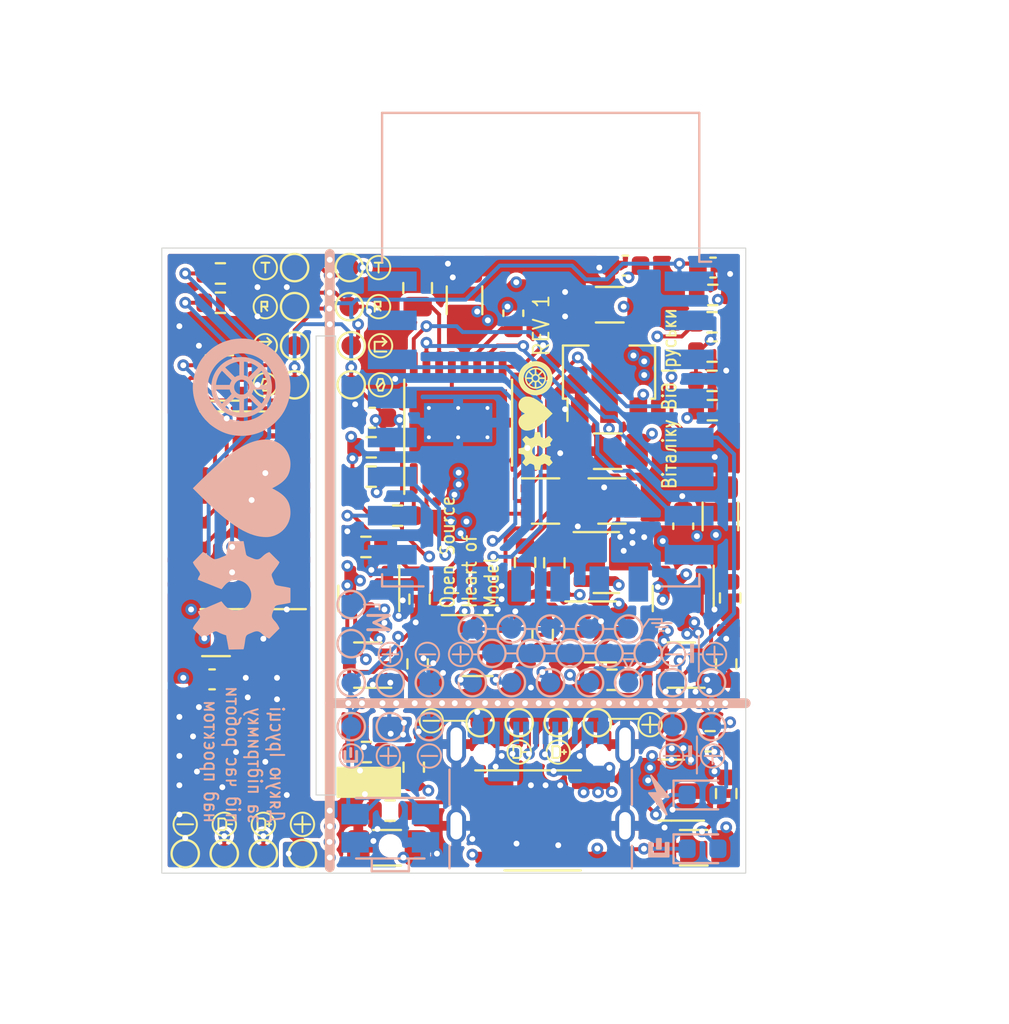
<source format=kicad_pcb>
(kicad_pcb (version 20221018) (generator pcbnew)
  (layers (0 "F.Cu" signal) (1 "In1.Cu" signal) (2 "In2.Cu" signal) (31 "B.Cu" signal) (34 "B.Paste" user) (35 "F.Paste" user) (36 "B.SilkS" user "B.Silkscreen") (37 "F.SilkS" user "F.Silkscreen") (38 "B.Mask" user) (39 "F.Mask" user) (44 "Edge.Cuts" user))
  (net 0 "")
  (net 1 "+5V")
  (net 2 "GND")
  (net 3 "BAT +")
  (net 4 "+PWR (5V0 {slash} 3V3)")
  (net 5 "+3V3")
  (net 6 "ESP GPIO 0")
  (net 7 "ESP RST")
  (net 8 "Net-(U6-VCP)")
  (net 9 "Net-(U6-VINT)")
  (net 10 "Net-(D1-K)")
  (net 11 "Net-(D1-A)")
  (net 12 "Net-(D2-K)")
  (net 13 "Net-(D2-A)")
  (net 14 "+5V0 USB")
  (net 16 "/USB D+")
  (net 17 "/USB D-")
  (net 21 "DTR")
  (net 22 "RTS")
  (net 23 "Net-(Q4-G)")
  (net 24 "Net-(Q6A-B1)")
  (net 25 "Net-(Q7A-B1)")
  (net 26 "Net-(U2-VCC)")
  (net 27 "Net-(U1-TEMP)")
  (net 28 "ESP RxD")
  (net 29 "Net-(U3-TXD)")
  (net 30 "ESP TxD")
  (net 31 "Net-(U3-RXD)")
  (net 32 "Net-(U1-PROG)")
  (net 33 "Net-(U2-CS)")
  (net 34 "A1")
  (net 35 "Net-(U5-EN)")
  (net 36 "HEAD_LIGHT_PIN")
  (net 37 "ESP ADC")
  (net 38 "Net-(U6-nSLEEP)")
  (net 39 "Net-(Q2A-G)")
  (net 40 "Net-(Q2B-G)")
  (net 42 "BAT -")
  (net 51 "SERVO_PIN")
  (net 52 "MOTOR_A")
  (net 53 "MOTOR_B")
  (net 60 "RIGHT_TURN_LIGHT_PIN")
  (net 61 "LEFT_TURN_LIGHT_PIN")
  (net 62 "MOT A")
  (net 63 "MOT B")
  (net 65 "Net-(Q2A-D)")
  (net 66 "Net-(Q5-G)")
  (net 67 "+PWR")
  (net 68 "Net-(D3A-A)")
  (net 69 "+PWR SENSE")
  (net 70 "+PWR HOLD")
  (net 71 "Net-(D3C-K)")
  (net 72 "BTN+")
  (footprint "TestPoint:TestPoint_Pad_D1.0mm" (layer "F.Cu") (at 70.8 34)
    (fp_text reference "TP36" hide)
    (fp_text value "IO 0")
  )
  (footprint "TestPoint:TestPoint_Pad_D1.0mm" (layer "F.Cu") (at 67.9 30)
    (fp_text reference "TP30" hide)
    (fp_text value "RX")
  )
  (footprint "Package_TO_SOT_SMD:SOT-363_SC-70-6" (layer "F.Cu") (at 80.75 39.95)
    (fp_text reference "D3" hide)
    (fp_text value "BAS16TW")
  )
  (footprint "TestPoint:TestPoint_Pad_D1.0mm" (layer "F.Cu") (at 81.4 51.3)
    (fp_text reference "TP41" hide)
    (fp_text value "D+")
  )
  (footprint "Resistor_SMD:R_0603_1608Metric" (layer "F.Cu") (at 74 53.575 90)
    (fp_text reference "R4" hide)
    (fp_text value "10k")
  )
  (footprint "Capacitor_SMD:C_1206_3216Metric" (layer "F.Cu") (at 76.6 29.675 90)
    (fp_text reference "C13" hide)
    (fp_text value "10uF")
  )
  (footprint "Resistor_SMD:R_0603_1608Metric" (layer "F.Cu") (at 90 48.2875 90)
    (fp_text reference "R13" hide)
    (fp_text value "100k")
  )
  (footprint "Resistor_SMD:R_0603_1608Metric" (layer "F.Cu") (at 74.3 44.975 -90)
    (fp_text reference "R12" hide)
    (fp_text value "100k")
  )
  (footprint "Capacitor_SMD:C_0603_1608Metric" (layer "F.Cu") (at 63.675 49.08)
    (fp_text reference "C3" hide)
    (fp_text value "0.1uF")
  )
  (footprint "Package_TO_SOT_SMD:SOT-23" (layer "F.Cu") (at 83.8625 43.1)
    (fp_text reference "Q8" hide)
    (fp_text value "AO3401A")
  )
  (footprint "Capacitor_SMD:C_1206_3216Metric" (layer "F.Cu") (at 89.7 40.7375 90)
    (fp_text reference "C10" hide)
    (fp_text value "10uF")
  )
  (footprint "Resistor_SMD:R_0603_1608Metric" (layer "F.Cu") (at 84.15 49.1 180)
    (fp_text reference "R3" hide)
    (fp_text value "100")
  )
  (footprint "TestPoint:TestPoint_Pad_D1.0mm" (layer "F.Cu") (at 70.8 32)
    (fp_text reference "TP34" hide)
    (fp_text value "RST")
  )
  (footprint "Capacitor_SMD:C_0603_1608Metric" (layer "F.Cu") (at 79.1 30.3375 -90)
    (fp_text reference "C12" hide)
    (fp_text value "0.1uF")
  )
  (footprint "TestPoint:TestPoint_Pad_D1.0mm" (layer "F.Cu") (at 67.9 34)
    (fp_text reference "TP37" hide)
    (fp_text value "IO 0")
  )
  (footprint "Resistor_SMD:R_0603_1608Metric" (layer "F.Cu") (at 89.275 32.3 180)
    (fp_text reference "R20" hide)
    (fp_text value "220k")
  )
  (footprint "Resistor_SMD:R_0603_1608Metric" (layer "F.Cu") (at 71.825 37.2)
    (fp_text reference "R15" hide)
    (fp_text value "10k")
  )
  (footprint "Package_SO:HTSSOP-16-1EP_4.4x5mm_P0.65mm_EP3.4x5mm_Mask2.46x2.31mm_ThermalVias" (layer "F.Cu") (at 76.275 35.9375 90)
    (fp_text reference "U6" hide)
    (fp_text value "DRV8833PWP")
  )
  (footprint "Package_TO_SOT_SMD:SOT-23-6" (layer "F.Cu") (at 77.2375 47.35)
    (fp_text reference "Q2" hide)
    (fp_text value "FS8205")
  )
  (footprint "Resistor_SMD:R_0603_1608Metric" (layer "F.Cu") (at 64.1 29.8 180)
    (fp_text reference "R5" hide)
    (fp_text value "470")
  )
  (footprint "Capacitor_SMD:C_1206_3216Metric" (layer "F.Cu") (at 84.0375 29.9 180)
    (fp_text reference "C6" hide)
    (fp_text value "10uF")
  )
  (footprint "Resistor_SMD:R_0603_1608Metric" (layer "F.Cu") (at 89.175 52.25)
    (fp_text reference "R2" hide)
    (fp_text value "1k")
  )
  (footprint "Resistor_SMD:R_0603_1608Metric" (layer "F.Cu") (at 64.1 28.3 180)
    (fp_text reference "R6" hide)
    (fp_text value "470")
  )
  (footprint "Capacitor_SMD:C_0805_2012Metric" (layer "F.Cu") (at 74.2 29.05 90)
    (fp_text reference "C14" hide)
    (fp_text value "2.2uF")
  )
  (footprint "Package_TO_SOT_SMD:SOT-363_SC-70-6" (layer "F.Cu") (at 64.05 33.65 180)
    (fp_text reference "Q3" hide)
    (fp_text value "UMH3N")
  )
  (footprint "Package_TO_SOT_SMD:SOT-89-3" (layer "F.Cu") (at 84 33.35 90)
    (fp_text reference "U4" hide)
    (fp_text value "AMS1117-3.3")
  )
  (footprint "Resistor_SMD:R_0603_1608Metric" (layer "F.Cu") (at 73.175 40.7)
    (fp_text reference "R22" hide)
    (fp_text value "10k")
  )
  (footprint "Resistor_SMD:R_0603_1608Metric" (layer "F.Cu") (at 71.55 42.3 180)
    (fp_text reference "R24" hide)
    (fp_text value "10k")
  )
  (footprint "Capacitor_SMD:C_1206_3216Metric" (layer "F.Cu") (at 83.9375 37.4 180)
    (fp_text reference "C5" hide)
    (fp_text value "10uF")
  )
  (footprint "Resistor_SMD:R_0603_1608Metric" (layer "F.Cu") (at 90 54.925 -90)
    (fp_text reference "R1" hide)
    (fp_text value "1k")
  )
  (footprint "Capacitor_SMD:C_1206_3216Metric" (layer "F.Cu") (at 63.875 46.98)
    (fp_text reference "C4" hide)
    (fp_text value "10uF")
  )
  (footprint "TestPoint:TestPoint_Pad_D1.0mm" (layer "F.Cu") (at 77.4 51.3)
    (fp_text reference "TP42" hide)
    (fp_text value "GND")
  )
  (footprint "Package_TO_SOT_SMD:SOT-23-6" (layer "F.Cu") (at 83.5625 46.65)
    (fp_text reference "U2" hide)
    (fp_text value "DW01")
  )
  (footprint "Resistor_SMD:R_0603_1608Metric" (layer "F.Cu") (at 89.2875 35.3)
    (fp_text reference "R18" hide)
    (fp_text value "10k")
  )
  (footprint "TestPoint:TestPoint_Pad_D1.0mm" (layer "F.Cu") (at 70.7 28)
    (fp_text reference "TP31" hide)
    (fp_text value "TX")
  )
  (footprint "TestPoint:TestPoint_Pad_D1.0mm" (layer "F.Cu") (at 70.7 30)
    (fp_text reference "TP32" hide)
    (fp_text value "RX")
  )
  (footprint "TestPoint:TestPoint_Pad_D1.0mm" (layer "F.Cu") (at 67.9 32)
    (fp_text reference "TP35" hide)
    (fp_text value "RST")
  )
  (footprint "Resistor_SMD:R_0603_1608Metric" (layer "F.Cu") (at 74.2 48.2875 90)
    (fp_text reference "R11" hide)
    (fp_text value "100k")
  )
  (footprint "Resistor_SMD:R_0603_1608Metric" (layer "F.Cu") (at 89.3125 29.4 180)
    (fp_text reference "R17" hide)
    (fp_text value "10k")
  )
  (footprint "Package_TO_SOT_SMD:SOT-363_SC-70-6" (layer "F.Cu") (at 71.65 48.35 180)
    (fp_text reference "Q6" hide)
    (fp_text value "BC857BS")
  )
  (footprint "Package_TO_SOT_SMD:SOT-363_SC-70-6" (layer "F.Cu") (at 84.15 39.95)
    (fp_text reference "Q9" hide)
    (fp_text value "UMH3N")
  )
  (footprint "Resistor_SMD:R_0603_1608Metric" (layer "F.Cu") (at 80.6 46.775 -90)
    (fp_text reference "R10" hide)
    (fp_text value "1k")
  )
  (footprint "Capacitor_SMD:C_1206_3216Metric" (layer "F.Cu") (at 72.6375 57.7 180)
    (fp_text reference "C1" hide)
    (fp_text value "10uF")
  )
  (footprint "Package_TO_SOT_SMD:SOT-23" (layer "F.Cu") (at 87.1875 54.75 180)
    (fp_text reference "Q1" hide)
    (fp_text value "AO3401A")
  )
  (footprint "Package_TO_SOT_SMD:SOT-363_SC-70-6" (layer "F.Cu") (at 87.695 48.35 180)
    (fp_text reference "Q7" hide)
    (fp_text value "BC857BS")
  )
  (footprint "TestPoint:TestPoint_Pad_D1.0mm" (layer "F.Cu") (at 67.9 28)
    (fp_text reference "TP33" hide)
    (fp_text value "TX")
  )
  (footprint "Resistor_SMD:R_0603_1608Metric" (layer "F.Cu") (at 81.2 43.1125 90)
    (fp_text reference "R23" hide)
    (fp_text value "220k")
  )
  (footprint "TestPoint:TestPoint_Pad_D1.0mm" (layer "F.Cu") (at 64.3 58)
    (fp_text reference "TP38" hide)
    (fp_text value "D-")
  )
  (footprint "TestPoint:TestPoint_Pad_D1.0mm" (layer "F.Cu") (at 66.3 58)
    (fp_text reference "TP40" hide)
    (fp_text value "D+")
  )
  (footprint "Resistor_SMD:R_0603_1608Metric" (layer "F.Cu") (at 79.7 43.0875 -90)
    (fp_text reference "R25" hide)
    (fp_text value "100k")
  )
  (footprint "TestPoint:TestPoint_Pad_D1.0mm" (layer "F.Cu") (at 83.4 51.3)
    (fp_text reference "TP28" hide)
    (fp_text value "+5V0")
  )
  (footprint "Resistor_SMD:R_0603_1608Metric" (layer "F.Cu") (at 72.7875 55.8 180)
    (fp_text reference "R8" hide)
    (fp_text value "10k")
  )
  (footprint "Resistor_SMD:R_0603_1608Metric" (layer "F.Cu") (at 89.275 33.8)
    (fp_text reference "R21" hide)
    (fp_text value "100k")
  )
  (footprint "TestPoint:TestPoint_Pad_D1.0mm" (layer "F.Cu") (at 79.4 51.3)
    (fp_text reference "TP39" hide)
    (fp_text value "D-")
  )
  (footprint "TestPoint:TestPoint_Pad_D1.0mm" (layer "F.Cu") (at 68.3 58)
    (fp_text reference "TP29" hide)
    (fp_text value "+5V0")
  )
  (footprint "Capacitor_SMD:C_1206_3216Metric" (layer "F.Cu") (at 88.3375 57.7)
    (fp_text reference "C2" hide)
    (fp_text value "10uF")
  )
  (footprint "Resistor_SMD:R_0603_1608Metric" (layer "F.Cu") (at 90.2 44.9125 -90)
    (fp_text reference "R14" hide)
    (fp_text value "100k")
  )
  (footprint "Package_SO:SOIC-8-1EP_3.9x4.9mm_P1.27mm_EP2.29x3mm" (layer "F.Cu") (at 80.6 56.3)
    (fp_text reference "U1" hide)
    (fp_text value "TP4056")
  )
  (footprint "Package_TO_SOT_SMD:SOT-23" (layer "F.Cu") (at 87.8 44.9375 -90)
    (fp_text reference "Q4" hide)
    (fp_text value "AO3401A")
  )
  (footprint "Package_SO:SOIC-16_3.9x9.9mm_P1.27mm" (layer "F.Cu") (at 65.025 40.425 180)
    (fp_text reference "U3" hide)
    (fp_text value "CH340C")
  )
  (footprint "Resistor_SMD:R_0603_1608Metric" (layer "F.Cu") (at 71.575 52.8 180)
    (fp_text reference "R7" hide)
    (fp_text value "10k")
  )
  (footprint "Capacitor_SMD:C_0603_1608Metric" (layer "F.Cu") (at 87.8 41.2375 90)
    (fp_text reference "C11" hide)
    (fp_text value "0.1uF")
  )
  (footprint "Capacitor_SMD:C_0603_1608Metric" (layer "F.Cu") (at 89.325 28)
    (fp_text reference "C9" hide)
    (fp_text value "0.1uF")
  )
  (footprint "Package_TO_SOT_SMD:SOT-23" (layer "F.Cu") (at 71.7 44.9375 -90)
    (fp_text reference "Q5" hide)
    (fp_text value "AO3401A")
  )
  (footprint "Resistor_SMD:R_0603_1608Metric" (layer "F.Cu") (at 71.575 54.3 180)
    (fp_text reference "R9" hide)
    (fp_text value "NTC")
  )
  (footprint "Resistor_SMD:R_0603_1608Metric" (layer "F.Cu") (at 89.275 30.8)
    (fp_text reference "R16" hide)
    (fp_text value "10k")
  )
  (footprint "Capacitor_SMD:C_0603_1608Metric" (layer "F.Cu") (at 84.8375 27.9 180)
    (fp_text reference "C7" hide)
    (fp_text value "0.1uF")
  )
  (footprint "TestPoint:TestPoint_Pad_D1.0mm" (layer "F.Cu") (at 62.3 58)
    (fp_text reference "TP43" hide)
    (fp_text value "GND")
  )
  (footprint "Capacitor_SMD:C_0603_1608Metric" (layer "F.Cu") (at 71.875 35.69 180)
    (fp_text reference "C8" hide)
    (fp_text value "0.1uF")
  )
  (footprint "Resistor_SMD:R_0603_1608Metric" (layer "F.Cu") (at 71.825 38.7)
    (fp_text reference "R19" hide)
    (fp_text value "10k")
  )
  (footprint "TestPoint:TestPoint_Pad_D1.0mm" (layer "B.Cu") (at 82 47.75 180)
    (fp_text reference "TP26" hide)
    (fp_text value "PWR")
  )
  (footprint "TestPoint:TestPoint_Pad_D1.0mm" (layer "B.Cu") (at 89.25 49.25 180)
    (fp_text reference "TP3" hide)
    (fp_text value "BAT +")
  )
  (footprint "TestPoint:TestPoint_Pad_D1.0mm" (layer "B.Cu") (at 87.25 51.5 180)
    (fp_text reference "TP5" hide)
    (fp_text value "BAT -")
  )
  (footprint "TestPoint:TestPoint_Pad_D1.0mm" (layer "B.Cu") (at 86 47.75 180)
    (fp_text reference "TP23" hide)
    (fp_text value "PWR")
  )
  (footprint "LED_SMD:LED_0603_1608Metric" (layer "B.Cu") (at 88.7875 57.75)
    (fp_text reference "D1" hide)
    (fp_text value "LED")
  )
  (footprint "TestPoint:TestPoint_Pad_D1.0mm" (layer "B.Cu") (at 70.8 51.5 180)
    (fp_text reference "TP12" hide)
    (fp_text value "BTN")
  )
  (footprint "TestPoint:TestPoint_Pad_D1.0mm" (layer "B.Cu") (at 87.25 49.25 180)
    (fp_text reference "TP4" hide)
    (fp_text value "BAT -")
  )
  (footprint "Connector_USB:USB_C_Receptacle_GCT_USB4105-xx-A_16P_TopMnt_Horizontal" (layer "B.Cu") (at 80.5 55.5 180)
    (fp_text reference "P1" hide)
    (fp_text value "USB_C_Plug")
  )
  (footprint "TestPoint:TestPoint_Pad_D1.0mm" (layer "B.Cu") (at 84 47.75 180)
    (fp_text reference "TP27" hide)
    (fp_text value "PWR")
  )
  (footprint "TestPoint:TestPoint_Pad_D1.0mm" (layer "B.Cu") (at 70.8 45.25 180)
    (fp_text reference "TP1" hide)
    (fp_text value "MOT A")
  )
  (footprint "TestPoint:TestPoint_Pad_D1.0mm" (layer "B.Cu") (at 70.8 47.25 180)
    (fp_text reference "TP2" hide)
    (fp_text value "MOT B")
  )
  (footprint "TestPoint:TestPoint_Pad_D1.0mm" (layer "B.Cu") (at 72.8 49.25 180)
    (fp_text reference "TP9" hide)
    (fp_text value "+5V0")
  )
  (footprint "TestPoint:TestPoint_Pad_D1.0mm" (layer "B.Cu") (at 72.8 51.5 180)
    (fp_text reference "TP10" hide)
    (fp_text value "+5V0")
  )
  (footprint "TestPoint:TestPoint_Pad_D1.0mm" (layer "B.Cu") (at 83 46.5 180)
    (fp_text reference "TP20" hide)
    (fp_text value "GND")
  )
  (footprint "TestPoint:TestPoint_Pad_D1.0mm" (layer "B.Cu") (at 83 49.25 180)
    (fp_text reference "TP16" hide)
    (fp_text value "OUT 2")
  )
  (footprint "RF_Module:ESP-12E" (layer "B.Cu") (at 80.5 32.2 180)
    (fp_text reference "U5" hide)
    (fp_text value "ESP-12E")
  )
  (footprint "TestPoint:TestPoint_Pad_D1.0mm" (layer "B.Cu") (at 74.8 49.25 180)
    (fp_text reference "TP7" hide)
    (fp_text value "GND")
  )
  (footprint "TestPoint:TestPoint_Pad_D1.0mm" (layer "B.Cu") (at 74.8 51.5 180)
    (fp_text reference "TP8" hide)
    (fp_text value "GND")
  )
  (footprint "TestPoint:TestPoint_Pad_D1.0mm" (layer "B.Cu") (at 80 47.75 180)
    (fp_text reference "TP25" hide)
    (fp_text value "PWR")
  )
  (footprint "TestPoint:TestPoint_Pad_D1.0mm" (layer "B.Cu") (at 89.25 51.5 180)
    (fp_text reference "TP6" hide)
    (fp_text value "BAT +")
  )
  (footprint "TestPoint:TestPoint_Pad_D1.0mm" (layer "B.Cu") (at 85 46.5 180)
    (fp_text reference "TP19" hide)
    (fp_text value "GND")
  )
  (footprint "TestPoint:TestPoint_Pad_D1.0mm" (layer "B.Cu") (at 81 46.5 180)
    (fp_text reference "TP21" hide)
    (fp_text value "GND")
  )
  (footprint "LED_SMD:LED_0603_1608Metric" (layer "B.Cu") (at 88.7875 55)
    (fp_text reference "D2" hide)
    (fp_text value "LED")
  )
  (footprint "TestPoint:TestPoint_Pad_D1.0mm" (layer "B.Cu") (at 78 47.75 180)
    (fp_text reference "TP24" hide)
    (fp_text value "PWR")
  )
  (footprint "TestPoint:TestPoint_Pad_D1.0mm" (layer "B.Cu") (at 79 49.25 180)
    (fp_text reference "TP14" hide)
    (fp_text value "OUT 4")
  )
  (footprint "Button_Switch_SMD:SW_SPST_EVQP7C" (layer "B.Cu") (at 72.8 56.7 180)
    (fp_text reference "SW1" hide)
    (fp_text value "SW_Push")
  )
  (footprint "TestPoint:TestPoint_Pad_D1.0mm" (layer "B.Cu") (at 79 46.5 180)
    (fp_text reference "TP22" hide)
    (fp_text value "GND")
  )
  (footprint "TestPoint:TestPoint_Pad_D1.0mm" (layer "B.Cu") (at 81 49.25 180)
    (fp_text reference "TP15" hide)
    (fp_text value "OUT 3")
  )
  (footprint "TestPoint:TestPoint_Pad_D1.0mm" (layer "B.Cu") (at 77 46.5 180)
    (fp_text reference "TP18" hide)
    (fp_text value "GND")
  )
  (footprint "TestPoint:TestPoint_Pad_D1.0mm" (layer "B.Cu") (at 70.8 49.25 180)
    (fp_text reference "TP11" hide)
    (fp_text value "BTN")
  )
  (footprint "TestPoint:TestPoint_Pad_D1.0mm" (layer "B.Cu") (at 85 49.25 180)
    (fp_text reference "TP17" hide)
    (fp_text value "OUT 1")
  )
  (footprint "TestPoint:TestPoint_Pad_D1.0mm" (layer "B.Cu") (at 77 49.25 180)
    (fp_text reference "TP13" hide)
    (fp_text value "OUT 5")
  )
  (gr_circle (center 70.8 53) (end 70.2 53) (stroke (width 0.1)) (fill none) (layer "B.SilkS"))
  (gr_line (start 88.1 53) (end 87.8 53) (stroke (width 0.1)) (layer "B.SilkS"))
  (gr_line (start 71.45 45.25) (end 72.25 45.25) (stroke (width 0.1)) (layer "B.SilkS"))
  (gr_line (start 77 47.8) (end 77.2 47.8) (stroke (width 0.1)) (layer "B.SilkS"))
  (gr_line (start 87.6 53) (end 86.8 53) (stroke (width 0.1)) (layer "B.SilkS"))
  (gr_poly (pts (xy 67.626105 44.386785) (xy 67.559886 44.371189) (xy 67.489859 44.356888) (xy 67.417197 44.343559) (xy 67.123715 44.29348) (xy 67.073299 44.283718) (xy 67.030456 44.273668) (xy 67.011631 44.268445) (xy 66.994409 44.263042) (xy 66.978693 44.257422) (xy 66.964386 44.25155) (xy 66.95139 44.245389) (xy 66.939609 44.238904) (xy 66.928947 44.232059) (xy 66.919306 44.224817) (xy 66.910589 44.217143) (xy 66.9027 44.208999) (xy 66.895541 44.200352) (xy 66.889016 44.191163) (xy 66.883028 44.181398) (xy 66.87748 44.17102) (xy 66.867317 44.148282) (xy 66.857751 44.12266) (xy 66.848009 44.093865) (xy 66.824891 44.025607) (xy 66.809967 43.985566) (xy 66.791765 43.9412) (xy 66.772788 43.895141) (xy 66.757295 43.85491) (xy 66.75083 43.836753) (xy 66.745206 43.819779) (xy 66.740413 43.803899) (xy 66.73644 43.789019) (xy 66.733278 43.775051) (xy 66.730916 43.761902) (xy 66.729344 43.749482) (xy 66.728552 43.737699) (xy 66.72853 43.726463) (xy 66.729268 43.715682) (xy 66.730755 43.705265) (xy 66.732982 43.695121) (xy 66.735939 43.68516) (xy 66.739614 43.675289) (xy 66.743999 43.665419) (xy 66.749083 43.655457) (xy 66.754855 43.645314) (xy 66.761307 43.634897) (xy 66.776205 43.612879) (xy 66.813701 43.561559) (xy 66.836136 43.530799) (xy 66.860921 43.495668) (xy 67.007014 43.293625) (xy 67.042322 43.240888) (xy 67.059013 43.214353) (xy 67.074874 43.187747) (xy 67.089762 43.1611) (xy 67.103536 43.134443) (xy 67.116053 43.107807) (xy 67.127173 43.081221) (xy 66.608501 42.563161) (xy 66.569907 42.576168) (xy 66.53376 42.590483) (xy 66.499894 42.605955) (xy 66.468142 42.622434) (xy 66.438338 42.639771) (xy 66.410314 42.657816) (xy 66.383905 42.676418) (xy 66.358944 42.695428) (xy 66.3127 42.734073) (xy 66.27025 42.77255) (xy 66.230261 42.809662) (xy 66.191402 42.844208) (xy 66.17198 42.860145) (xy 66.15234 42.874991) (xy 66.132317 42.888596) (xy 66.111744 42.90081) (xy 66.090454 42.911484) (xy 66.068281 42.920468) (xy 66.045058 42.927611) (xy 66.020619 42.932764) (xy 65.994796 42.935777) (xy 65.967425 42.9365) (xy 65.938338 42.934784) (xy 65.907368 42.930477) (xy 65.87435 42.923432) (xy 65.839116 42.913496) (xy 65.801501 42.900522) (xy 65.761336 42.884358) (xy 65.611779 42.822859) (xy 65.556722 42.799432) (xy 65.512752 42.778318) (xy 65.478325 42.757588) (xy 65.451896 42.735315) (xy 65.441198 42.722997) (xy 65.43192 42.709571) (xy 65.416852 42.678429) (xy 65.287616 42.003656) (xy 64.523439 42.014018) (xy 64.392042 42.732394) (xy 64.359517 42.742606) (xy 64.323264 42.755969) (xy 64.241843 42.789542) (xy 64.152318 42.827891) (xy 64.059227 42.865794) (xy 64.012763 42.882947) (xy 63.967109 42.898031) (xy 63.922833 42.910393) (xy 63.880502 42.919381) (xy 63.860243 42.922405) (xy 63.840683 42.924341) (xy 63.821893 42.925108) (xy 63.803943 42.924622) (xy 63.786906 42.922804) (xy 63.770851 42.919571) (xy 63.75585 42.914841) (xy 63.741973 42.908534) (xy 63.708906 42.890614) (xy 63.675829 42.870732) (xy 63.642731 42.84919) (xy 63.609603 42.826292) (xy 63.543216 42.777643) (xy 63.476586 42.727213) (xy 63.409631 42.677431) (xy 63.376007 42.653541) (xy 63.342271 42.630725) (xy 63.308414 42.609284) (xy 63.274425 42.589523) (xy 63.240295 42.571745) (xy 63.206012 42.556253) (xy 62.690798 43.081221) (xy 62.700933 43.109178) (xy 62.713044 43.137317) (xy 62.726917 43.165577) (xy 62.742341 43.193899) (xy 62.759101 43.22222) (xy 62.776986 43.25048) (xy 62.795783 43.27862) (xy 62.815279 43.306577) (xy 62.97088 43.516391) (xy 62.986778 43.539116) (xy 63.000808 43.5601) (xy 63.013049 43.579463) (xy 63.023578 43.597324) (xy 63.032474 43.613804) (xy 63.039815 43.629023) (xy 63.045677 43.643101) (xy 63.05014 43.656159) (xy 63.053281 43.668316) (xy 63.055177 43.679692) (xy 63.055908 43.690409) (xy 63.05555 43.700585) (xy 63.054181 43.710342) (xy 63.05188 43.719798) (xy 63.048724 43.729075) (xy 63.044791 43.738293) (xy 63.034907 43.75703) (xy 63.022849 43.776972) (xy 63.009241 43.799079) (xy 62.994707 43.824312) (xy 62.979868 43.853634) (xy 62.97253 43.870128) (xy 62.965349 43.888004) (xy 62.958404 43.907383) (xy 62.951772 43.928385) (xy 62.945531 43.951129) (xy 62.93976 43.975737) (xy 64.156911 44.466167) (xy 64.182664 44.438055) (xy 64.210905 44.403817) (xy 64.276367 44.322243) (xy 64.314348 44.277548) (xy 64.356336 44.232008) (xy 64.40271 44.186943) (xy 64.45385 44.143675) (xy 64.510137 44.103522) (xy 64.540329 44.085028) (xy 64.57195 44.067807) (xy 64.605047 44.052026) (xy 64.639668 44.037849) (xy 64.675861 44.025442) (xy 64.713673 44.014969) (xy 64.753151 44.006596) (xy 64.794343 44.000487) (xy 64.837296 43.996808) (xy 64.882059 43.995724) (xy 64.928678 43.997399) (xy 64.9772 44.002) (xy 65.027674 44.00969) (xy 65.080147 44.020635) (xy 65.153308 44.041531) (xy 65.221725 44.067715) (xy 65.285396 44.098831) (xy 65.344319 44.134521) (xy 65.39849 44.174427) (xy 65.447908 44.218194) (xy 65.492569 44.265462) (xy 65.532472 44.315875) (xy 65.567614 44.369076) (xy 65.597992 44.424708) (xy 65.623603 44.482412) (xy 65.644446 44.541832) (xy 65.660517 44.60261) (xy 65.671815 44.664389) (xy 65.678336 44.726813) (xy 65.680078 44.789522) (xy 65.677038 44.852161) (xy 65.669215 44.914372) (xy 65.656605 44.975797) (xy 65.639205 45.036079) (xy 65.617015 45.094862) (xy 65.59003 45.151787) (xy 65.558248 45.206498) (xy 65.521667 45.258636) (xy 65.480284 45.307845) (xy 65.434097 45.353768) (xy 65.383103 45.396047) (xy 65.3273 45.434324) (xy 65.266685 45.468243) (xy 65.201255 45.497447) (xy 65.131009 45.521577) (xy 65.055942 45.540277) (xy 65.003755 45.549291) (xy 64.953495 45.555077) (xy 64.905124 45.557807) (xy 64.858604 45.557654) (xy 64.813898 45.554788) (xy 64.770967 45.549383) (xy 64.729773 45.541611) (xy 64.690279 45.531643) (xy 64.652446 45.519651) (xy 64.616236 45.505807) (xy 64.581612 45.490284) (xy 64.548535 45.473253) (xy 64.516968 45.454886) (xy 64.486872 45.435356) (xy 64.458209 45.414835) (xy 64.430942 45.393493) (xy 64.405033 45.371504) (xy 64.380443 45.34904) (xy 64.335069 45.303373) (xy 64.294517 45.257867) (xy 64.258484 45.213899) (xy 64.198756 45.136082) (xy 64.174453 45.104985) (xy 64.153453 45.080931) (xy 62.946675 45.595537) (xy 62.952142 45.619792) (xy 62.958113 45.642132) (xy 62.964506 45.662686) (xy 62.971238 45.681583) (xy 62.978226 45.698952) (xy 62.985386 45.714923) (xy 62.999893 45.743184) (xy 63.014097 45.767397) (xy 63.027333 45.788595) (xy 63.038938 45.80781) (xy 63.048249 45.826073) (xy 63.051836 45.835171) (xy 63.054602 45.844418) (xy 63.056461 45.853943) (xy 63.057333 45.863875) (xy 63.057133 45.874344) (xy 63.055778 45.885478) (xy 63.053187 45.897406) (xy 63.049276 45.910258) (xy 63.043961 45.924162) (xy 63.037161 45.939247) (xy 63.028791 45.955642) (xy 63.01877 45.973477) (xy 63.007014 45.992881) (xy 62.99344 46.013981) (xy 62.960507 46.06179) (xy 62.923099 46.112038) (xy 62.884273 46.162002) (xy 62.845204 46.212048) (xy 62.807066 46.262538) (xy 62.788715 46.288064) (xy 62.771036 46.313838) (xy 62.754179 46.339906) (xy 62.738288 46.366312) (xy 62.723512 46.393103) (xy 62.709998 46.420324) (xy 62.697891 46.44802) (xy 62.687339 46.476238) (xy 63.209469 46.994298) (xy 63.22914 46.986248) (xy 63.248026 46.977663) (xy 63.266232 46.968572) (xy 63.283867 46.959005) (xy 63.301035 46.948993) (xy 63.317844 46.938566) (xy 63.334399 46.927754) (xy 63.350808 46.916589) (xy 63.38361 46.893316) (xy 63.417101 46.868992) (xy 63.452131 46.843858) (xy 63.489553 46.818157) (xy 63.65257 46.71207) (xy 63.713093 46.675451) (xy 63.762828 46.648763) (xy 63.7844 46.638904) (xy 63.804175 46.631242) (xy 63.822453 46.62568) (xy 63.839535 46.622124) (xy 63.85572 46.620478) (xy 63.871308 46.620646) (xy 63.886601 46.622533) (xy 63.901897 46.626044) (xy 63.933701 46.637552) (xy 63.969122 46.654409) (xy 64.060416 46.701108) (xy 64.121092 46.729424) (xy 64.194987 46.760031) (xy 64.284504 46.792166) (xy 64.33587 46.808568) (xy 64.392042 46.825065) (xy 64.526897 47.553802) (xy 65.287616 47.539987) (xy 65.299283 47.491541) (xy 65.309714 47.445241) (xy 65.319013 47.401027) (xy 65.32728 47.358842) (xy 65.341127 47.280315) (xy 65.352072 47.209184) (xy 65.368517 47.087211) (xy 65.375648 47.035417) (xy 65.383138 46.989117) (xy 65.387273 46.967879) (xy 65.391804 46.947836) (xy 65.396832 46.928929) (xy 65.40246 46.911098) (xy 65.408789 46.894284) (xy 65.415922 46.878427) (xy 65.423961 46.863469) (xy 65.433006 46.849349) (xy 65.443161 46.836008) (xy 65.454527 46.823387) (xy 65.467206 46.811426) (xy 65.481301 46.800066) (xy 65.496912 46.789247) (xy 65.514142 46.77891) (xy 65.533094 46.768995) (xy 65.553868 46.759444) (xy 65.782083 46.662739) (xy 65.818616 46.648448) (xy 65.853096 46.637208) (xy 65.88566 46.628874) (xy 65.916445 46.623298) (xy 65.945586 46.620336) (xy 65.97322 46.61984) (xy 65.999482 46.621666) (xy 66.024509 46.625666) (xy 66.048436 46.631695) (xy 66.071401 46.639606) (xy 66.093539 46.649255) (xy 66.114986 46.660493) (xy 66.135878 46.673176) (xy 66.156352 46.687158) (xy 66.196589 46.718431) (xy 66.236785 46.753144) (xy 66.27803 46.790129) (xy 66.321412 46.828218) (xy 66.368021 46.86624) (xy 66.392875 46.884861) (xy 66.418945 46.903028) (xy 66.446366 46.920593) (xy 66.475274 46.937412) (xy 66.505805 46.953338) (xy 66.538096 46.968225) (xy 66.572283 46.981927) (xy 66.608501 46.994298) (xy 67.127173 46.476238) (xy 67.108056 46.430632) (xy 67.088381 46.388226) (xy 67.06826 46.348822) (xy 67.047805 46.31222) (xy 67.027128 46.27822) (xy 67.006339 46.246625) (xy 66.98555 46.217234) (xy 66.964872 46.189848) (xy 66.924297 46.140296) (xy 66.885504 46.096375) (xy 66.849386 46.056491) (xy 66.816834 46.01905) (xy 66.802174 46.000749) (xy 66.78874 45.98246) (xy 66.776642 45.963985) (xy 66.765994 45.945126) (xy 66.756905 45.925682) (xy 66.749488 45.905454) (xy 66.743854 45.884244) (xy 66.740114 45.861852) (xy 66.73838 45.838078) (xy 66.738763 45.812725) (xy 66.741375 45.785591) (xy 66.746327 45.756479) (xy 66.753731 45.725189) (xy 66.763697 45.691522) (xy 66.776338 45.655278) (xy 66.791765 45.616259) (xy 66.809967 45.571854) (xy 66.824891 45.531703) (xy 66.848009 45.463054) (xy 66.857751 45.433998) (xy 66.867317 45.408084) (xy 66.87748 45.385034) (xy 66.883028 45.374495) (xy 66.889016 45.364568) (xy 66.895541 45.355218) (xy 66.9027 45.34641) (xy 66.910589 45.338109) (xy 66.919306 45.330281) (xy 66.928947 45.32289) (xy 66.939609 45.315902) (xy 66.95139 45.309282) (xy 66.964386 45.302995) (xy 66.978693 45.297007) (xy 66.994409 45.291282) (xy 67.011631 45.285786) (xy 67.030456 45.280485) (xy 67.073299 45.270325) (xy 67.123715 45.260525) (xy 67.417197 45.213468) (xy 67.489859 45.200388) (xy 67.559886 45.186216) (xy 67.626105 45.170667) (xy 67.657418 45.162288) (xy 67.687339 45.153459) (xy 67.687339 44.404)) (fill solid) (layer "B.SilkS"))
  (gr_poly (pts (xy 67.685711 37.988229) (xy 67.68088 37.924717) (xy 67.672925 37.86213) (xy 67.661925 37.800547) (xy 67.64796 37.740048) (xy 67.631108 37.680709) (xy 67.611449 37.62261) (xy 67.589061 37.565829) (xy 67.564025 37.510444) (xy 67.536418 37.456534) (xy 67.506321 37.404177) (xy 67.473812 37.353451) (xy 67.438971 37.304436) (xy 67.401876 37.257209) (xy 67.362607 37.211849) (xy 67.321243 37.168434) (xy 67.277863 37.127042) (xy 67.232546 37.087753) (xy 67.185372 37.050645) (xy 67.136419 37.015795) (xy 67.085766 36.983283) (xy 67.033494 36.953186) (xy 66.97968 36.925583) (xy 66.924405 36.900554) (xy 66.867746 36.878175) (xy 66.809784 36.858525) (xy 66.750598 36.841684) (xy 66.690266 36.827728) (xy 66.628868 36.816738) (xy 66.566483 36.80879) (xy 66.50319 36.803964) (xy 66.439068 36.802338) (xy 66.321728 36.805963) (xy 66.204408 36.816683) (xy 66.087105 36.834271) (xy 65.969818 36.858495) (xy 65.852547 36.889127) (xy 65.73529 36.925936) (xy 65.618045 36.968694) (xy 65.500812 37.017171) (xy 65.266374 37.130362) (xy 65.031967 37.263674) (xy 64.79758 37.41527) (xy 64.563204 37.583313) (xy 64.328827 37.765967) (xy 64.09444 37.961395) (xy 63.860033 38.167762) (xy 63.625596 38.38323) (xy 63.156589 38.834124) (xy 62.687339 39.299386) (xy 63.156589 39.765639) (xy 63.625596 40.216998) (xy 63.860033 40.43254) (xy 64.09444 40.638893) (xy 64.328827 40.834238) (xy 64.563204 41.016753) (xy 64.79758 41.184616) (xy 65.031967 41.336007) (xy 65.266374 41.469104) (xy 65.500812 41.582085) (xy 65.618045 41.630464) (xy 65.73529 41.67313) (xy 65.852547 41.709857) (xy 65.969818 41.740417) (xy 66.087105 41.764582) (xy 66.204408 41.782125) (xy 66.321728 41.792818) (xy 66.439068 41.796432) (xy 66.50319 41.794806) (xy 66.566483 41.789981) (xy 66.628868 41.782036) (xy 66.690266 41.771049) (xy 66.750598 41.7571) (xy 66.809784 41.740268) (xy 66.867746 41.720632) (xy 66.924405 41.698271) (xy 66.97968 41.673264) (xy 67.033494 41.64569) (xy 67.085766 41.615628) (xy 67.136419 41.583158) (xy 67.185372 41.548358) (xy 67.232546 41.511307) (xy 67.277863 41.472084) (xy 67.321243 41.430769) (xy 67.362607 41.38744) (xy 67.401876 41.342177) (xy 67.438971 41.295058) (xy 67.473812 41.246163) (xy 67.506321 41.19557) (xy 67.536418 41.14336) (xy 67.564025 41.08961) (xy 67.589061 41.034399) (xy 67.611449 40.977808) (xy 67.631108 40.919914) (xy 67.64796 40.860798) (xy 67.661925 40.800537) (xy 67.672925 40.739212) (xy 67.68088 40.6769) (xy 67.685711 40.613682) (xy 67.687339 40.549636) (xy 67.686427 40.491941) (xy 67.683691 40.43603) (xy 67.679131 40.381844) (xy 67.672745 40.329326) (xy 67.664533 40.278416) (xy 67.654494 40.229056) (xy 67.642628 40.181189) (xy 67.628934 40.134756) (xy 67.613412 40.0897) (xy 67.596061 40.045961) (xy 67.576879 40.003482) (xy 67.555868 39.962205) (xy 67.533025 39.922071) (xy 67.508351 39.883022) (xy 67.481844 39.845) (xy 67.453504 39.807947) (xy 67.423331 39.771805) (xy 67.391324 39.736515) (xy 67.321803 39.66826) (xy 67.244939 39.602717) (xy 67.160725 39.53942) (xy 67.069156 39.477903) (xy 66.970228 39.417703) (xy 66.863934 39.358352) (xy 66.750271 39.299386) (xy 66.863934 39.240989) (xy 66.970228 39.182067) (xy 67.069156 39.122173) (xy 67.160725 39.060862) (xy 67.244939 38.99769) (xy 67.321803 38.932211) (xy 67.391324 38.863979) (xy 67.423331 38.828692) (xy 67.453504 38.79255) (xy 67.481844 38.755498) (xy 67.508351 38.717479) (xy 67.533025 38.678438) (xy 67.555868 38.63832) (xy 67.576879 38.597068) (xy 67.596061 38.554627) (xy 67.613412 38.510942) (xy 67.628934 38.465957) (xy 67.642628 38.419616) (xy 67.654494 38.371863) (xy 67.664533 38.322643) (xy 67.672745 38.271901) (xy 67.679131 38.219579) (xy 67.683691 38.165624) (xy 67.686427 38.109979) (xy 67.687339 38.052589)) (fill solid) (layer "B.SilkS"))
  (gr_line (start 73.2 47.8) (end 72.4 47.8) (stroke (width 0.1)) (layer "B.SilkS"))
  (gr_poly (pts (xy 86.15 54) (xy 86.5 54.9) (xy 86.05 54.9) (xy 86.95 56) (xy 86.6 55.1) (xy 87.05 55.1)) (stroke (width 0.1)) (fill solid) (layer "B.SilkS"))
  (gr_circle (center 72.8 47.8) (end 72.2 47.8) (stroke (width 0.1)) (fill none) (layer "B.SilkS"))
  (gr_line (start 72.25 45.5) (end 72.25 45.25) (stroke (width 0.1)) (layer "B.SilkS"))
  (gr_line (start 80.3 46.5) (end 79.7 46.5) (stroke (width 0.1)) (layer "B.SilkS"))
  (gr_line (start 82.3 46.5) (end 81.7 46.5) (stroke (width 0.1)) (layer "B.SilkS"))
  (gr_line (start 88.6 46.8) (end 88.6 48.7) (stroke (width 0.1)) (layer "B.SilkS"))
  (gr_circle (center 89.4 47.8) (end 90 47.8) (stroke (width 0.1)) (fill none) (layer "B.SilkS"))
  (gr_line (start 69.7 58.7) (end 69.7 27.3) (stroke (width 0.5)) (layer "B.SilkS"))
  (gr_line (start 88.2 53.4) (end 88.2 52.5) (stroke (width 0.1)) (layer "B.SilkS"))
  (gr_line (start 72.7 53.4) (end 72.7 52.6) (stroke (width 0.1)) (layer "B.SilkS"))
  (gr_circle (center 87.2 53) (end 86.6 53) (stroke (width 0.1)) (fill none) (layer "B.SilkS"))
  (gr_line (start 89 47.8) (end 89.8 47.8) (stroke (width 0.1)) (layer "B.SilkS"))
  (gr_poly (pts (xy 86.45 57.25) (xy 86.45 57.75) (xy 86.65 57.75) (xy 86.65 57.25)) (stroke (width 0.1)) (fill solid) (layer "B.SilkS"))
  (gr_circle (center 74.8 53) (end 74.2 53) (stroke (width 0.1)) (fill none) (layer "B.SilkS"))
  (gr_line (start 86.6 46.6) (end 86.8 46.6) (stroke (width 0.1)) (layer "B.SilkS"))
  (gr_poly (pts (xy 86.9 57.45) (xy 86.9 58) (xy 86.2 58) (xy 86.2 57.45) (xy 86.05 57.45) (xy 86.05 58.15) (xy 87.05 58.15) (xy 87.05 57.45)) (stroke (width 0.1)) (fill solid) (layer "B.SilkS"))
  (gr_circle (center 76.4 47.8) (end 77 47.8) (stroke (width 0.1)) (fill none) (layer "B.SilkS"))
  (gr_line (start 69.7 50.3) (end 91 50.3) (stroke (width 0.5)) (layer "B.SilkS"))
  (gr_circle (center 89.3 53) (end 88.7 53) (stroke (width 0.1)) (fill none) (layer "B.SilkS"))
  (gr_line (start 86.9 47.8) (end 87.7 47.8) (stroke (width 0.1)) (layer "B.SilkS"))
  (gr_poly (pts (xy 71.05 52.75) (xy 71.05 53.25) (xy 70.5 53.25) (xy 70.5 52.75) (xy 70.45 52.75) (xy 70.45 53.3) (xy 71.1 53.3) (xy 71.1 52.75)) (stroke (width 0.1)) (fill solid) (layer "B.SilkS"))
  (gr_poly (pts (xy 70.8 52.6) (xy 70.8 53.05) (xy 70.75 53.05) (xy 70.75 52.6)) (stroke (width 0.1)) (fill solid) (layer "B.SilkS"))
  (gr_line (start 84.3 46.5) (end 83.7 46.5) (stroke (width 0.1)) (layer "B.SilkS"))
  (gr_line (start 84.75 48.05) (end 85.25 48.05) (stroke (width 0.1)) (layer "B.SilkS"))
  (gr_line (start 88.2 47.8) (end 87.9 47.8) (stroke (width 0.1)) (layer "B.SilkS"))
  (gr_line (start 89.3 53.4) (end 89.3 52.6) (stroke (width 0.1)) (layer "B.SilkS"))
  (gr_line (start 85 48.55) (end 85.25 48.05) (stroke (width 0.1)) (layer "B.SilkS"))
  (gr_line (start 88.2 48.2) (end 88.2 47.3) (stroke (width 0.1)) (layer "B.SilkS"))
  (gr_line (start 88.5 52) (end 88.5 53.9) (stroke (width 0.1)) (layer "B.SilkS"))
  (gr_circle (center 74.7 47.8) (end 74.1 47.8) (stroke (width 0.1)) (fill none) (layer "B.SilkS"))
  (gr_line (start 72.8 48.2) (end 72.8 47.4) (stroke (width 0.1)) (layer "B.SilkS"))
  (gr_line (start 88.5 53) (end 88.7 53) (stroke (width 0.1)) (layer "B.SilkS"))
  (gr_line (start 88.6 47.8) (end 88.8 47.8) (stroke (width 0.1)) (layer "B.SilkS"))
  (gr_line (start 89.4 47.4) (end 89.4 48.2) (stroke (width 0.1)) (layer "B.SilkS"))
  (gr_line (start 86.4 46.4) (end 87 46.4) (stroke (width 0.1)) (layer "B.SilkS"))
  (gr_line (start 73.1 53) (end 72.3 53) (stroke (width 0.1)) (layer "B.SilkS"))
  (gr_line (start 72.25 47.25) (end 72.25 47) (stroke (width 0.1)) (layer "B.SilkS"))
  (gr_line (start 86.2 46.2) (end 87.2 46.2) (stroke (width 0.1)) (layer "B.SilkS"))
  (gr_line (start 82.7 47.75) (end 83.3 47.75) (stroke (width 0.1)) (layer "B.SilkS"))
  (gr_poly (pts (xy 66.737745 34.032966) (xy 66.729849 33.944754) (xy 66.716887 33.857168) (xy 66.699012 33.770509) (xy 66.676376 33.685074) (xy 66.64913 33.601161) (xy 66.617427 33.51907) (xy 66.581419 33.439099) (xy 66.541258 33.361546) (xy 66.497094 33.28671) (xy 66.449082 33.214889) (xy 66.397372 33.146382) (xy 66.342116 33.081487) (xy 66.283466 33.020503) (xy 66.266291 33.003709) (xy 66.248503 32.987018) (xy 66.211231 32.954018) (xy 66.171932 32.921667) (xy 66.13089 32.890124) (xy 66.08839 32.859554) (xy 66.044715 32.830116) (xy 66.000149 32.801974) (xy 65.954974 32.775288) (xy 65.897732 32.744243) (xy 65.839526 32.715855) (xy 65.780443 32.69011) (xy 65.720572 32.666995) (xy 65.660003 32.646495) (xy 65.598823 32.628597) (xy 65.537121 32.613287) (xy 65.474986 32.600551) (xy 65.412507 32.590375) (xy 65.349772 32.582744) (xy 65.223889 32.575066) (xy 65.098047 32.577405) (xy 64.972955 32.58965) (xy 64.849321 32.611689) (xy 64.727855 32.643412) (xy 64.609266 32.684707) (xy 64.551272 32.708909) (xy 64.494264 32.735462) (xy 64.438329 32.764353) (xy 64.383556 32.795567) (xy 64.330035 32.829091) (xy 64.277853 32.86491) (xy 64.2271 32.903011) (xy 64.177864 32.943379) (xy 64.130233 32.986002) (xy 64.084297 33.030864) (xy 64.041072 33.075898) (xy 63.999621 33.122874) (xy 63.960013 33.171712) (xy 63.92232 33.22233) (xy 63.886612 33.274649) (xy 63.852961 33.328587) (xy 63.821437 33.384062) (xy 63.792111 33.440995) (xy 63.765055 33.499303) (xy 63.740339 33.558907) (xy 63.718033 33.619725) (xy 63.69821 33.681676) (xy 63.68094 33.74468) (xy 63.666293 33.808655) (xy 63.654341 33.87352) (xy 63.645154 33.939195) (xy 63.63706 34.023791) (xy 63.633444 34.107214) (xy 63.634183 34.189381) (xy 63.639157 34.270214) (xy 63.648244 34.349629) (xy 63.661322 34.427547) (xy 63.67827 34.503887) (xy 63.698966 34.578567) (xy 63.723289 34.651507) (xy 63.751117 34.722625) (xy 63.782329 34.791842) (xy 63.816802 34.859075) (xy 63.854416 34.924244) (xy 63.895049 34.987268) (xy 63.938579 35.048065) (xy 63.984884 35.106556) (xy 64.033844 35.162659) (xy 64.085337 35.216293) (xy 64.13924 35.267377) (xy 64.170742 35.29454) (xy 64.170742 34.9615) (xy 64.147969 34.926611) (xy 64.124061 34.891561) (xy 64.099506 34.855864) (xy 64.074788 34.819033) (xy 64.06252 34.800041) (xy 64.050394 34.780583) (xy 64.03847 34.760599) (xy 64.02681 34.740029) (xy 64.015475 34.718811) (xy 64.004524 34.696884) (xy 63.994019 34.674189) (xy 63.98402 34.650664) (xy 63.966657 34.607654) (xy 63.948848 34.559787) (xy 63.931444 34.508359) (xy 63.915296 34.454664) (xy 63.907959 34.427372) (xy 63.901255 34.399998) (xy 63.895291 34.372706) (xy 63.890173 34.345656) (xy 63.886007 34.319011) (xy 63.882899 34.292933) (xy 63.880957 34.267583) (xy 63.880285 34.243124) (xy 63.880285 34.004816) (xy 63.88145 33.978232) (xy 63.883601 33.951613) (xy 63.886675 33.925005) (xy 63.890605 33.898452) (xy 63.895325 33.872) (xy 63.900769 33.845695) (xy 63.906872 33.819582) (xy 63.913567 33.793707) (xy 63.928472 33.742852) (xy 63.944957 33.693495) (xy 63.962496 33.645999) (xy 63.980562 33.600729) (xy 63.990562 33.577127) (xy 64.001079 33.554219) (xy 64.012062 33.531968) (xy 64.023461 33.510339) (xy 64.035224 33.489297) (xy 64.047301 33.468806) (xy 64.072194 33.429338) (xy 64.097736 33.391651) (xy 64.123521 33.355461) (xy 64.1742 33.28644) (xy 64.178447 33.288526) (xy 64.183379 33.291508) (xy 64.195115 33.299945) (xy 64.209051 33.311316) (xy 64.224824 33.325187) (xy 64.242077 33.341121) (xy 64.260449 33.358685) (xy 64.299113 33.396959) (xy 64.42662 33.528201) (xy 64.55672 33.65383) (xy 64.592994 33.689993) (xy 64.625499 33.72393) (xy 64.639515 33.739419) (xy 64.651601 33.753577) (xy 64.661428 33.766146) (xy 64.668667 33.776869) (xy 64.662187 33.791875) (xy 64.655727 33.805929) (xy 64.64295 33.831913) (xy 64.630496 33.856278) (xy 64.618529 33.880481) (xy 64.612778 33.892977) (xy 64.60721 33.905979) (xy 64.601844 33.91967) (xy 64.596701 33.93423) (xy 64.591802 33.949843) (xy 64.587165 33.96669) (xy 64.582813 33.984953) (xy 64.578764 34.004816) (xy 63.880285 34.004816) (xy 63.880285 34.243124) (xy 64.578764 34.243124) (xy 64.585016 34.269056) (xy 64.590853 34.291442) (xy 64.596345 34.310701) (xy 64.601564 34.327254) (xy 64.60658 34.34152) (xy 64.611465 34.353919) (xy 64.616288 34.364871) (xy 64.621122 34.374797) (xy 64.631104 34.393246) (xy 64.641977 34.412626) (xy 64.647925 34.423715) (xy 64.654309 34.436296) (xy 64.661199 34.45079) (xy 64.668667 34.467616) (xy 64.661936 34.476349) (xy 64.646421 34.493937) (xy 64.593784 34.550613) (xy 64.520238 34.627526) (xy 64.435265 34.714558) (xy 64.348347 34.801589) (xy 64.268965 34.878502) (xy 64.235064 34.910002) (xy 64.206603 34.935178) (xy 64.184767 34.952766) (xy 64.170742 34.9615) (xy 64.170742 35.29454) (xy 64.195433 35.315831) (xy 64.253794 35.361572) (xy 64.314201 35.404521) (xy 64.376533 35.444597) (xy 64.440668 35.481718) (xy 64.506484 35.515803) (xy 64.573861 35.546772) (xy 64.642676 35.574543) (xy 64.712808 35.599037) (xy 64.784136 35.62017) (xy 64.856537 35.637864) (xy 64.929891 35.652036) (xy 65.004075 35.662607) (xy 65.069156 35.669047) (xy 65.069774 35.669084) (xy 65.069774 35.427753) (xy 65.012112 35.421749) (xy 64.957935 35.414046) (xy 64.931925 35.409532) (xy 64.906513 35.404562) (xy 64.881608 35.399127) (xy 64.857118 35.393216) (xy 64.809019 35.379927) (xy 64.761488 35.364615) (xy 64.713794 35.347198) (xy 64.665209 35.327595) (xy 64.648114 35.320377) (xy 64.629422 35.311777) (xy 64.588327 35.291061) (xy 64.544071 35.266703) (xy 64.498802 35.239957) (xy 64.454668 35.212077) (xy 64.413816 35.184319) (xy 64.395291 35.170878) (xy 64.378393 35.157937) (xy 64.363389 35.145654) (xy 64.350548 35.134186) (xy 64.841558 34.640302) (xy 64.855442 34.646281) (xy 64.868667 34.652519) (xy 64.881385 34.658948) (xy 64.893749 34.665504) (xy 64.918022 34.678732) (xy 64.930234 34.685273) (xy 64.942699 34.691677) (xy 64.95557 34.697878) (xy 64.968997 34.703812) (xy 64.983134 34.709411) (xy 64.998132 34.714611) (xy 65.014143 34.719346) (xy 65.031319 34.723549) (xy 65.049812 34.727156) (xy 65.069774 34.730099) (xy 65.069774 35.427753) (xy 65.069774 35.669084) (xy 65.133446 35.672846) (xy 65.196967 35.674035) (xy 65.205905 35.673837) (xy 65.205905 34.506025) (xy 65.185355 34.505926) (xy 65.164449 34.504695) (xy 65.143205 34.502297) (xy 65.121641 34.4987) (xy 65.104212 34.49504) (xy 65.086957 34.490548) (xy 65.069909 34.485241) (xy 65.053099 34.479138) (xy 65.03656 34.472255) (xy 65.020325 34.464611) (xy 65.004425 34.456223) (xy 64.988893 34.44711) (xy 64.973761 34.437288) (xy 64.959062 34.426775) (xy 64.944827 34.41559) (xy 64.93109 34.403749) (xy 64.917881 34.391271) (xy 64.905234 34.378173) (xy 64.893182 34.364473) (xy 64.881755 34.350189) (xy 64.870987 34.335338) (xy 64.860909 34.319939) (xy 64.851555 34.304008) (xy 64.842956 34.287563) (xy 64.835144 34.270623) (xy 64.828153 34.253205) (xy 64.822014 34.235326) (xy 64.816759 34.217005) (xy 64.812421 34.198258) (xy 64.809032 34.179105) (xy 64.806624 34.159562) (xy 64.805231 34.139646) (xy 64.804883 34.119377) (xy 64.805613 34.098772) (xy 64.807454 34.077847) (xy 64.810438 34.056622) (xy 64.814112 34.039214) (xy 64.818638 34.021979) (xy 64.823998 34.004951) (xy 64.830171 33.988161) (xy 64.83714 33.971642) (xy 64.841558 33.962393) (xy 64.841558 33.604183) (xy 64.34709 33.113754) (xy 64.379861 33.087879) (xy 64.414592 33.062177) (xy 64.451217 33.036819) (xy 64.489671 33.011977) (xy 64.529888 32.987822) (xy 64.571801 32.964528) (xy 64.615345 32.942266) (xy 64.660455 32.921208) (xy 64.707064 32.901526) (xy 64.755106 32.883393) (xy 64.804515 32.866979) (xy 64.855227 32.852457) (xy 64.907174 32.84) (xy 64.960292 32.829779) (xy 65.014514 32.821966) (xy 65.069774 32.816733) (xy 65.069774 33.514386) (xy 65.054227 33.517286) (xy 65.038761 33.520754) (xy 65.023458 33.524706) (xy 65.008397 33.529064) (xy 64.993661 33.533745) (xy 64.97933 33.53867) (xy 64.965485 33.543756) (xy 64.952208 33.548923) (xy 64.944507 33.551668) (xy 64.936958 33.554697) (xy 64.929551 33.557969) (xy 64.922276 33.561443) (xy 64.915123 33.565079) (xy 64.90808 33.568836) (xy 64.89429 33.576553) (xy 64.880823 33.58427) (xy 64.8676 33.591663) (xy 64.861054 33.595137) (xy 64.854538 33.598409) (xy 64.848043 33.601437) (xy 64.841558 33.604183) (xy 64.841558 33.962393) (xy 64.844886 33.955426) (xy 64.853388 33.939545) (xy 64.862629 33.924031) (xy 64.872589 33.908917) (xy 64.883249 33.894235) (xy 64.894591 33.880017) (xy 64.906595 33.866296) (xy 64.919242 33.853103) (xy 64.932513 33.840471) (xy 64.94639 33.828432) (xy 64.960853 33.817019) (xy 64.975883 33.806264) (xy 64.991461 33.796198) (xy 65.007569 33.786855) (xy 65.024187 33.778266) (xy 65.041297 33.770464) (xy 65.058879 33.76348) (xy 65.076914 33.757348) (xy 65.095383 33.7521) (xy 65.114268 33.747767) (xy 65.133549 33.744382) (xy 65.153208 33.741977) (xy 65.173224 33.740585) (xy 65.193581 33.740238) (xy 65.214257 33.740967) (xy 65.235235 33.742806) (xy 65.256496 33.745786) (xy 65.273934 33.749446) (xy 65.291217 33.753938) (xy 65.30831 33.759245) (xy 65.325179 33.765348) (xy 65.34179 33.772231) (xy 65.358108 33.779875) (xy 65.374099 33.788263) (xy 65.38973 33.797376) (xy 65.404965 33.807198) (xy 65.419771 33.817711) (xy 65.434114 33.828896) (xy 65.447959 33.840737) (xy 65.461272 33.853215) (xy 65.474019 33.866313) (xy 65.486166 33.880012) (xy 65.497678 33.894297) (xy 65.508522 33.909147) (xy 65.518663 33.924547) (xy 65.528067 33.940478) (xy 65.5367 33.956922) (xy 65.544528 33.973863) (xy 65.546952 33.979905) (xy 65.546952 33.604183) (xy 65.541243 33.602504) (xy 65.535763 33.600707) (xy 65.530478 33.598797) (xy 65.525354 33.596776) (xy 65.515452 33.59242) (xy 65.505782 33.58767) (xy 65.463964 33.565328) (xy 65.451357 33.55906) (xy 65.437342 33.552579) (xy 65.421645 33.545916) (xy 65.403993 33.539102) (xy 65.394348 33.535647) (xy 65.384112 33.532166) (xy 65.373251 33.528662) (xy 65.361729 33.525138) (xy 65.349514 33.5216) (xy 65.336571 33.518051) (xy 65.322865 33.514493) (xy 65.308363 33.510932) (xy 65.308363 32.820186) (xy 65.332242 32.820248) (xy 65.357083 32.82165) (xy 65.382714 32.824277) (xy 65.408964 32.828011) (xy 65.435659 32.832737) (xy 65.462627 32.838339) (xy 65.489697 32.844699) (xy 65.516696 32.851702) (xy 65.569792 32.867169) (xy 65.620539 32.88381) (xy 65.667557 32.900695) (xy 65.709469 32.916891) (xy 65.732492 32.927265) (xy 65.754907 32.937721) (xy 65.776755 32.948338) (xy 65.798076 32.959199) (xy 65.81891 32.970383) (xy 65.839299 32.981972) (xy 65.859283 32.994046) (xy 65.878902 33.006688) (xy 65.884543 33.009888) (xy 65.889829 33.013022) (xy 65.894812 33.016106) (xy 65.899541 33.019154) (xy 65.908442 33.025205) (xy 65.916938 33.031296) (xy 65.934335 33.044086) (xy 65.944047 33.051027) (xy 65.954974 33.058494) (xy 65.964051 33.065111) (xy 65.973128 33.071931) (xy 65.991281 33.085692) (xy 66.000358 33.09239) (xy 66.009435 33.098805) (xy 66.013973 33.101868) (xy 66.018511 33.104815) (xy 66.02305 33.107631) (xy 66.027588 33.1103) (xy 66.02552 33.114522) (xy 66.022591 33.119391) (xy 66.014358 33.130901) (xy 66.003298 33.144495) (xy 65.989822 33.159839) (xy 65.974341 33.1766) (xy 65.957264 33.194444) (xy 65.919964 33.232044) (xy 65.788999 33.358968) (xy 65.667976 33.479848) (xy 65.603574 33.542016) (xy 65.586764 33.558772) (xy 65.571211 33.575042) (xy 65.564146 33.582843) (xy 65.557683 33.590341) (xy 65.55192 33.597474) (xy 65.546952 33.604183) (xy 65.546952 33.979905) (xy 65.551516 33.991281) (xy 65.55763 34.00916) (xy 65.562836 34.027481) (xy 65.567101 34.046228) (xy 65.570388 34.065381) (xy 65.572666 34.084924) (xy 65.573899 34.104839) (xy 65.574052 34.125109) (xy 65.573093 34.145714) (xy 65.570987 34.166638) (xy 65.567699 34.187864) (xy 65.564035 34.205596) (xy 65.559536 34.223151) (xy 65.554221 34.240497) (xy 65.548107 34.257599) (xy 65.54121 34.274423) (xy 65.533547 34.290934) (xy 65.525136 34.307099) (xy 65.515994 34.322883) (xy 65.506137 34.338252) (xy 65.495584 34.353172) (xy 65.48435 34.367609) (xy 65.472454 34.381529) (xy 65.459911 34.394897) (xy 65.44674 34.40768) (xy 65.432958 34.419843) (xy 65.418581 34.431352) (xy 65.403626 34.442172) (xy 65.388111 34.452271) (xy 65.372053 34.461614) (xy 65.355469 34.470166) (xy 65.338375 34.477893) (xy 65.32079 34.484761) (xy 65.30273 34.490737) (xy 65.284212 34.495785) (xy 65.265254 34.499873) (xy 65.245871 34.502964) (xy 65.226083 34.505027) (xy 65.205905 34.506025) (xy 65.205905 35.673837) (xy 65.259737 35.672644) (xy 65.308363 35.669555) (xy 65.308363 35.427753) (xy 65.308363 34.733553) (xy 65.336532 34.726473) (xy 65.361581 34.719489) (xy 65.383793 34.712616) (xy 65.403453 34.705869) (xy 65.420843 34.699265) (xy 65.436248 34.692817) (xy 65.449951 34.686541) (xy 65.462236 34.680452) (xy 65.502865 34.658272) (xy 65.512313 34.653347) (xy 65.522045 34.6487) (xy 65.532344 34.644347) (xy 65.543494 34.640302) (xy 65.906565 35.006398) (xy 65.913964 35.013601) (xy 65.921834 35.020962) (xy 65.938603 35.036132) (xy 65.956102 35.05187) (xy 65.97356 35.068133) (xy 65.982033 35.07645) (xy 65.990207 35.084883) (xy 65.997987 35.093427) (xy 66.005274 35.102077) (xy 66.011975 35.110828) (xy 66.017991 35.119676) (xy 66.023228 35.128615) (xy 66.025524 35.133117) (xy 66.027588 35.13764) (xy 65.992659 35.160386) (xy 65.957567 35.184265) (xy 65.921828 35.208792) (xy 65.884953 35.233481) (xy 65.865939 35.245734) (xy 65.846458 35.257846) (xy 65.826451 35.269755) (xy 65.805856 35.281401) (xy 65.784613 35.292724) (xy 65.76266 35.303662) (xy 65.739938 35.314154) (xy 65.716385 35.324141) (xy 65.67687 35.340634) (xy 65.629777 35.358301) (xy 65.577255 35.376048) (xy 65.521451 35.392784) (xy 65.492989 35.400431) (xy 65.464512 35.407415) (xy 65.436288 35.4136) (xy 65.408585 35.418849) (xy 65.381673 35.423025) (xy 65.35582 35.425993) (xy 65.331294 35.427614) (xy 65.308363 35.427753) (xy 65.308363 35.669555) (xy 65.321779 35.668703) (xy 65.383111 35.662243) (xy 65.443754 35.653293) (xy 65.503729 35.641885) (xy 65.563056 35.628048) (xy 65.621754 35.611813) (xy 65.679845 35.59321) (xy 65.737348 35.57227) (xy 65.794284 35.549024) (xy 65.850672 35.5235) (xy 65.906534 35.49573) (xy 65.96189 35.465744) (xy 65.978287 35.45682) (xy 65.993874 35.448098) (xy 66.008813 35.439457) (xy 66.023266 35.430775) (xy 66.037394 35.421932) (xy 66.051361 35.412805) (xy 66.065327 35.403273) (xy 66.079455 35.393216) (xy 66.092004 35.383705) (xy 66.105929 35.373465) (xy 66.135645 35.351771) (xy 66.1503 35.340803) (xy 66.164064 35.330077) (xy 66.170434 35.324882) (xy 66.176369 35.319837) (xy 66.181797 35.314976) (xy 66.186648 35.310326) (xy 66.203937 35.294441) (xy 66.203937 34.958045) (xy 65.706011 34.47107) (xy 65.722936 34.441727) (xy 65.737672 34.415055) (xy 65.744346 34.402341) (xy 65.750625 34.38984) (xy 65.75656 34.377399) (xy 65.762201 34.364868) (xy 65.767599 34.352093) (xy 65.772804 34.338924) (xy 65.777867 34.325209) (xy 65.78284 34.310795) (xy 65.787772 34.295532) (xy 65.792713 34.279266) (xy 65.80283 34.243124) (xy 66.494393 34.243124) (xy 66.492651 34.285909) (xy 66.487585 34.331072) (xy 66.479441 34.378158) (xy 66.468459 34.426711) (xy 66.454885 34.476276) (xy 66.43896 34.526397) (xy 66.420928 34.576619) (xy 66.401032 34.626487) (xy 66.379515 34.675546) (xy 66.356621 34.72334) (xy 66.332592 34.769414) (xy 66.307671 34.813313) (xy 66.282102 34.85458) (xy 66.256128 34.892762) (xy 66.229992 34.927402) (xy 66.203937 34.958045) (xy 66.203937 35.294441) (xy 66.24127 35.260139) (xy 66.264509 35.238324) (xy 66.286492 35.217076) (xy 66.308313 35.19518) (xy 66.331065 35.171422) (xy 66.355844 35.144588) (xy 66.383743 35.113464) (xy 66.417447 35.073993) (xy 66.449799 35.032119) (xy 66.480743 34.988029) (xy 66.497851 34.961266) (xy 66.497851 34.004816) (xy 65.799372 34.004816) (xy 65.795362 33.985447) (xy 65.791113 33.967398) (xy 65.786631 33.950533) (xy 65.781921 33.934716) (xy 65.776989 33.919809) (xy 65.771838 33.905676) (xy 65.766475 33.892181) (xy 65.760904 33.879186) (xy 65.74916 33.854153) (xy 65.736646 33.829485) (xy 65.709469 33.776869) (xy 66.200479 33.28644) (xy 66.224788 33.315415) (xy 66.249564 33.347764) (xy 66.274542 33.383219) (xy 66.299459 33.421513) (xy 66.324052 33.462377) (xy 66.348057 33.505543) (xy 66.371212 33.550742) (xy 66.393252 33.597707) (xy 66.413915 33.64617) (xy 66.432936 33.695862) (xy 66.450053 33.746515) (xy 66.465002 33.797862) (xy 66.477519 33.849633) (xy 66.487342 33.901561) (xy 66.494207 33.953378) (xy 66.497851 34.004816) (xy 66.497851 34.961266) (xy 66.510223 34.94191) (xy 66.538184 34.89395) (xy 66.564569 34.844336) (xy 66.589323 34.793254) (xy 66.612391 34.740892) (xy 66.633716 34.687438) (xy 66.653243 34.633078) (xy 66.670916 34.578) (xy 66.68668 34.52239) (xy 66.700478 34.466436) (xy 66.712256 34.410326) (xy 66.721956 34.354246) (xy 66.729524 34.298383) (xy 66.737735 34.21008) (xy 66.740425 34.121508)) (fill solid) (layer "B.SilkS"))
  (gr_line (start 86.7 46.2) (end 86.7 46) (stroke (width 0.1)) (layer "B.SilkS"))
  (gr_poly (pts (xy 67.684746 34.01944) (xy 67.680862 33.950422) (xy 67.675075 33.882026) (xy 67.667423 33.814248) (xy 67.657948 33.747081) (xy 67.646689 33.680522) (xy 67.633689 33.614564) (xy 67.618986 33.549204) (xy 67.602623 33.484436) (xy 67.584638 33.420254) (xy 67.565073 33.356655) (xy 67.543968 33.293632) (xy 67.521364 33.231181) (xy 67.497296 33.168554) (xy 67.471779 33.107541) (xy 67.444824 33.048056) (xy 67.416441 32.990013) (xy 67.386639 32.933326) (xy 67.355429 32.877908) (xy 67.322822 32.823675) (xy 67.288826 32.770539) (xy 67.253453 32.718415) (xy 67.216712 32.667217) (xy 67.178613 32.616859) (xy 67.139167 32.567255) (xy 67.098384 32.518318) (xy 67.056274 32.469963) (xy 67.012847 32.422104) (xy 66.968114 32.374655) (xy 66.931611 32.338384) (xy 66.901064 32.308548) (xy 66.874327 32.283165) (xy 66.849251 32.26025) (xy 66.823689 32.237821) (xy 66.795493 32.213895) (xy 66.722609 32.153616) (xy 66.593728 32.058024) (xy 66.459038 31.972019) (xy 66.319131 31.895636) (xy 66.174599 31.828911) (xy 66.026036 31.77188) (xy 65.874033 31.724578) (xy 65.719183 31.687039) (xy 65.56208 31.659301) (xy 65.403315 31.641397) (xy 65.243481 31.633364) (xy 65.083172 31.635237) (xy 64.922979 31.647051) (xy 64.763494 31.668841) (xy 64.605312 31.700644) (xy 64.449024 31.742495) (xy 64.295223 31.794428) (xy 64.23696 31.816931) (xy 64.181169 31.840406) (xy 64.127404 31.864852) (xy 64.07522 31.890269) (xy 64.02417 31.916658) (xy 63.973809 31.944018) (xy 63.923691 31.972349) (xy 63.87337 32.001652) (xy 63.840327 32.021771) (xy 63.808556 32.041991) (xy 63.77795 32.062332) (xy 63.748402 32.082815) (xy 63.719807 32.103459) (xy 63.692058 32.124286) (xy 63.665048 32.145316) (xy 63.638671 32.166568) (xy 63.587391 32.20982) (xy 63.537368 32.254206) (xy 63.487749 32.299887) (xy 63.437685 32.347025) (xy 63.285542 32.505897) (xy 63.225755 32.572914) (xy 63.168374 32.645395) (xy 63.113537 32.722814) (xy 63.061378 32.804644) (xy 63.012036 32.89036) (xy 62.965647 32.979436) (xy 62.922347 33.071344) (xy 62.882274 33.165559) (xy 62.845564 33.261555) (xy 62.812355 33.358806) (xy 62.782782 33.456786) (xy 62.756982 33.554967) (xy 62.735093 33.652825) (xy 62.717251 33.749833) (xy 62.703593 33.845465) (xy 62.694255 33.939195) (xy 62.687792 34.061285) (xy 62.687772 34.18383) (xy 62.694073 34.306476) (xy 62.706574 34.42887) (xy 62.725153 34.550656) (xy 62.749688 34.671481) (xy 62.780059 34.79099) (xy 62.816143 34.90883) (xy 62.857819 35.024647) (xy 62.904966 35.138085) (xy 62.957461 35.248792) (xy 63.015184 35.356412) (xy 63.078012 35.460593) (xy 63.145824 35.560978) (xy 63.218499 35.657216) (xy 63.295915 35.74895) (xy 63.303209 35.758772) (xy 63.306673 35.763399) (xy 63.310178 35.767946) (xy 63.313846 35.772492) (xy 63.317796 35.77712) (xy 63.319916 35.779489) (xy 63.322152 35.781909) (xy 63.32452 35.78439) (xy 63.327035 35.786941) (xy 63.368529 35.828386) (xy 63.371654 35.830938) (xy 63.374567 35.833425) (xy 63.377297 35.835861) (xy 63.379875 35.838261) (xy 63.382332 35.840642) (xy 63.384697 35.843017) (xy 63.389276 35.847813) (xy 63.398677 35.858012) (xy 63.403985 35.863658) (xy 63.410023 35.869831) (xy 63.486095 35.945813) (xy 63.505714 35.96607) (xy 63.525698 35.985477) (xy 63.546087 36.004155) (xy 63.566921 36.022226) (xy 63.588242 36.039812) (xy 63.61009 36.057033) (xy 63.632505 36.074012) (xy 63.655528 36.090869) (xy 63.729745 36.144648) (xy 63.804666 36.195857) (xy 63.880428 36.244435) (xy 63.957168 36.290322) (xy 64.035022 36.333457) (xy 64.114127 36.373778) (xy 64.19462 36.411226) (xy 64.276638 36.44574) (xy 64.360317 36.477259) (xy 64.445794 36.505722) (xy 64.533206 36.531068) (xy 64.622689 36.553237) (xy 64.714381 36.572169) (xy 64.808418 36.587802) (xy 64.904937 36.600075) (xy 65.004075 36.608929) (xy 65.127411 36.615423) (xy 65.220204 36.615521) (xy 65.220204 35.852669) (xy 65.128307 35.851595) (xy 65.035196 35.845654) (xy 64.957269 35.837849) (xy 64.882802 35.827414) (xy 64.811526 35.814388) (xy 64.743172 35.798813) (xy 64.677473 35.780728) (xy 64.614159 35.760174) (xy 64.552963 35.737192) (xy 64.493615 35.711822) (xy 64.435848 35.684105) (xy 64.379393 35.65408) (xy 64.323981 35.621789) (xy 64.269344 35.587272) (xy 64.215213 35.550569) (xy 64.161321 35.511722) (xy 64.107398 35.470769) (xy 64.053176 35.427753) (xy 64.026955 35.406633) (xy 64.001437 35.384743) (xy 63.976599 35.362125) (xy 63.952413 35.338819) (xy 63.928856 35.314866) (xy 63.905902 35.290305) (xy 63.883525 35.265178) (xy 63.8617 35.239525) (xy 63.840402 35.213386) (xy 63.819605 35.186801) (xy 63.799284 35.159812) (xy 63.779415 35.132459) (xy 63.740926 35.076821) (xy 63.703937 35.020213) (xy 63.670067 34.963004) (xy 63.638502 34.904135) (xy 63.609277 34.843728) (xy 63.582427 34.781905) (xy 63.557989 34.718787) (xy 63.535997 34.654495) (xy 63.516487 34.589151) (xy 63.499494 34.522876) (xy 63.485054 34.455791) (xy 63.473202 34.388018) (xy 63.463974 34.319679) (xy 63.457406 34.250894) (xy 63.453532 34.181786) (xy 63.452388 34.112475) (xy 63.45401 34.043084) (xy 63.458432 33.973732) (xy 63.467675 33.88966) (xy 63.481077 33.806547) (xy 63.498541 33.724521) (xy 63.519971 33.643712) (xy 63.54527 33.564249) (xy 63.574343 33.486261) (xy 63.607094 33.409876) (xy 63.643425 33.335224) (xy 63.683242 33.262434) (xy 63.726447 33.191635) (xy 63.772944 33.122955) (xy 63.822637 33.056524) (xy 63.875431 32.992471) (xy 63.931228 32.930925) (xy 63.989932 32.872015) (xy 64.051447 32.815869) (xy 64.115678 32.762618) (xy 64.182527 32.712389) (xy 64.251898 32.665312) (xy 64.323696 32.621516) (xy 64.397824 32.58113) (xy 64.474185 32.544283) (xy 64.552684 32.511103) (xy 64.633225 32.481721) (xy 64.71571 32.456264) (xy 64.800044 32.434863) (xy 64.88613 32.417645) (xy 64.973873 32.40474) (xy 65.063176 32.396277) (xy 65.153943 32.392386) (xy 65.246077 32.393194) (xy 65.339483 32.398831) (xy 65.423949 32.408053) (xy 65.507398 32.421409) (xy 65.589705 32.438804) (xy 65.670744 32.460141) (xy 65.750391 32.485326) (xy 65.828519 32.514264) (xy 65.905004 32.546857) (xy 65.979719 32.583012) (xy 66.05254 32.622632) (xy 66.123342 32.665622) (xy 66.191998 32.711887) (xy 66.258384 32.761331) (xy 66.322374 32.813859) (xy 66.383843 32.869374) (xy 66.442665 32.927782) (xy 66.498715 32.988987) (xy 66.551869 33.052894) (xy 66.601999 33.119407) (xy 66.648981 33.188431) (xy 66.692691 33.259869) (xy 66.733001 33.333628) (xy 66.769787 33.40961) (xy 66.802924 33.487721) (xy 66.832286 33.567865) (xy 66.857748 33.649947) (xy 66.879185 33.733871) (xy 66.89647 33.819542) (xy 66.909479 33.906864) (xy 66.918087 33.995741) (xy 66.922168 34.086079) (xy 66.921596 34.177782) (xy 66.916246 34.270753) (xy 66.907298 34.354835) (xy 66.894134 34.437977) (xy 66.876854 34.520047) (xy 66.855559 34.600915) (xy 66.830349 34.68045) (xy 66.801323 34.758521) (xy 66.768582 34.834997) (xy 66.732226 34.909747) (xy 66.692354 34.982641) (xy 66.649068 35.053547) (xy 66.602466 35.122334) (xy 66.552649 35.188872) (xy 66.499717 35.25303) (xy 66.44377 35.314676) (xy 66.384908 35.37368) (xy 66.323231 35.429911) (xy 66.258839 35.483239) (xy 66.191833 35.533531) (xy 66.122311 35.580657) (xy 66.050375 35.624487) (xy 65.976123 35.664889) (xy 65.899657 35.701733) (xy 65.821077 35.734888) (xy 65.740482 35.764222) (xy 65.657972 35.789604) (xy 65.573647 35.810905) (xy 65.487608 35.827993) (xy 65.399954 35.840736) (xy 65.310786 35.849005) (xy 65.220204 35.852669) (xy 65.220204 36.615521) (xy 65.250843 36.615553) (xy 65.374062 36.60943) (xy 65.49676 36.597165) (xy 65.618626 36.578869) (xy 65.739354 36.554654) (xy 65.858632 36.524631) (xy 65.976153 36.488912) (xy 66.091608 36.447607) (xy 66.204686 36.400828) (xy 66.315081 36.348687) (xy 66.422481 36.291294) (xy 66.52658 36.22876) (xy 66.627066 36.161198) (xy 66.723633 36.088719) (xy 66.81597 36.011433) (xy 66.819133 36.008959) (xy 66.822149 36.006698) (xy 66.825034 36.004618) (xy 66.827802 36.002691) (xy 66.838013 35.995892) (xy 66.842815 35.992613) (xy 66.845193 35.990898) (xy 66.847576 35.989092) (xy 66.84998 35.987165) (xy 66.852419 35.985085) (xy 66.854908 35.982824) (xy 66.857464 35.98035) (xy 66.889968 35.949395) (xy 66.928835 35.910142) (xy 66.971673 35.865304) (xy 67.016091 35.817593) (xy 67.059698 35.76972) (xy 67.100105 35.724396) (xy 67.134919 35.684335) (xy 67.161751 35.652246) (xy 67.215062 35.583807) (xy 67.266012 35.512059) (xy 67.314511 35.437256) (xy 67.360468 35.35965) (xy 67.40379 35.279494) (xy 67.444387 35.197041) (xy 67.482168 35.112545) (xy 67.517042 35.026257) (xy 67.548917 34.938431) (xy 67.577702 34.849321) (xy 67.603306 34.759178) (xy 67.625639 34.668256) (xy 67.644608 34.576808) (xy 67.660122 34.485087) (xy 67.672091 34.393345) (xy 67.680423 34.301836) (xy 67.684563 34.230279) (xy 67.686637 34.159363) (xy 67.686684 34.089086)) (fill solid) (layer "B.SilkS"))
  (gr_line (start 78.3 46.5) (end 77.7 46.5) (stroke (width 0.1)) (layer "B.SilkS"))
  (gr_line (start 76 47.8) (end 76.8 47.8) (stroke (width 0.1)) (layer "B.SilkS"))
  (gr_line (start 75.2 53) (end 74.4 53) (stroke (width 0.1)) (layer "B.SilkS"))
  (gr_line (start 84.7 47.75) (end 85.3 47.75) (stroke (width 0.1)) (layer "B.SilkS"))
  (gr_line (start 85 48.55) (end 84.75 48.05) (stroke (width 0.1)) (layer "B.SilkS"))
  (gr_line (start 71.45 47.25) (end 72.25 47.25) (stroke (width 0.1)) (layer "B.SilkS"))
  (gr_line (start 78.7 47.75) (end 79.3 47.75) (stroke (width 0.1)) (layer "B.SilkS"))
  (gr_line (start 89.7 53) (end 88.9 53) (stroke (width 0.1)) (layer "B.SilkS"))
  (gr_line (start 88.3 48.2) (end 88.3 47.3) (stroke (width 0.1)) (layer "B.SilkS"))
  (gr_circle (center 72.7 53) (end 72.1 53) (stroke (width 0.1)) (fill none) (layer "B.SilkS"))
  (gr_line (start 88.1 53.4) (end 88.1 52.5) (stroke (width 0.1)) (layer "B.SilkS"))
  (gr_circle (center 87.3 47.8) (end 87.9 47.8) (stroke (width 0.1)) (fill none) (layer "B.SilkS"))
  (gr_line (start 86.7 46) (end 86.05 46) (stroke (width 0.1)) (layer "B.SilkS"))
  (gr_line (start 85.7 46.5) (end 86.05 46) (stroke (width 0.1)) (layer "B.SilkS"))
  (gr_line (start 75.1 47.8) (end 74.3 47.8) (stroke (width 0.1)) (layer "B.SilkS"))
  (gr_line (start 80.7 47.75) (end 81.3 47.75) (stroke (width 0.1)) (layer "B.SilkS"))
  (gr_line (start 76.4 47.4) (end 76.4 48.2) (stroke (width 0.1)) (layer "B.SilkS"))
  (gr_line (start 72.4 33.7) (end 72.2 33.7) (stroke (width 0.1)) (layer "F.SilkS"))
  (gr_circle (center 66.3 56.5) (end 66.9 56.5) (stroke (width 0.1)) (fill none) (layer "F.SilkS"))
  (gr_line (start 66.5 34.3) (end 66.6 34) (stroke (width 0.1)) (layer "F.SilkS"))
  (gr_line (start 66.3 34.3) (end 66.5 34.3) (stroke (width 0.1)) (layer "F.SilkS"))
  (gr_circle (center 72.3 32) (end 72.9 32) (stroke (width 0.1)) (fill none) (layer "F.SilkS"))
  (gr_line (start 66.2 34) (end 66.3 34.3) (stroke (width 0.1)) (layer "F.SilkS"))
  (gr_line (start 81.5 53) (end 81.4 53.1) (stroke (width 0.1)) (layer "F.SilkS"))
  (gr_line (start 72 31.8) (end 72.6 31.8) (stroke (width 0.1)) (layer "F.SilkS"))
  (gr_line (start 72.3 29.75) (end 72.3 30) (stroke (width 0.1)) (layer "F.SilkS"))
  (gr_line (start 64.3 56.2) (end 64.4 56.3) (stroke (width 0.1)) (layer "F.SilkS"))
  (gr_line (start 69.7 50.3) (end 90.9 50.3) (stroke (width 0.5)) (layer "F.SilkS"))
  (gr_line (start 66.4 56.3) (end 66.4 56.7) (stroke (width 0.1)) (layer "F.SilkS"))
  (gr_circle (center 66.4 34) (end 67 34) (stroke (width 0.1)) (fill none) (layer "F.SilkS"))
  (gr_line (start 72.4 27.75) (end 72.2 27.75) (stroke (width 0.1)) (layer "F.SilkS"))
  (gr_line (start 86.5 51.4) (end 85.7 51.4) (stroke (width 0.1)) (layer "F.SilkS"))
  (gr_circle (center 74.9 51.2) (end 75.5 51.2) (stroke (width 0.1)) (fill none) (layer "F.SilkS"))
  (gr_line (start 72.5 34) (end 72.4 33.7) (stroke (width 0.1)) (layer "F.SilkS"))
  (gr_line (start 66.7 31.8) (end 66.5 31.6) (stroke (width 0.1)) (layer "F.SilkS"))
  (gr_line (start 81.4 52.5) (end 81.1 52.5) (stroke (width 0.1)) (layer "F.SilkS"))
  (gr_line (start 66.2 30) (end 66.5 30) (stroke (width 0.1)) (layer "F.SilkS"))
  (gr_line (start 72.6 31.8) (end 72.4 31.6) (stroke (width 0.1)) (layer "F.SilkS"))
  (gr_line (start 79.4 52.5) (end 79.5 52.6) (stroke (width 0.1)) (layer "F.SilkS"))
  (gr_line (start 68.3 56.1) (end 68.3 56.9) (stroke (width 0.1)) (layer "F.SilkS"))
  (gr_rect (start 70.1 53.6) (end 73.3 55.1) (stroke (width 0.1)) (fill solid) (layer "F.SilkS"))
  (gr_line (start 72.2 34.3) (end 72.4 34.3) (stroke (width 0.1)) (layer "F.SilkS"))
  (gr_line (start 79.8 52.8) (end 79.6 52.8) (stroke (width 0.1)) (layer "F.SilkS"))
  (gr_line (start 66.6 27.75) (end 66.4 27.75) (stroke (width 0.1)) (layer "F.SilkS"))
  (gr_line (start 72 30) (end 72.3 30) (stroke (width 0.1)) (layer "F.SilkS"))
  (gr_line (start 66.4 28.25) (end 66.4 27.75) (stroke (width 0.1)) (layer "F.SilkS"))
  (gr_line (start 66.1 31.8) (end 66.7 31.8) (stroke (width 0.1)) (layer "F.SilkS"))
  (gr_line (start 66.4 56.7) (end 66.3 56.8) (stroke (width 0.1)) (layer "F.SilkS"))
  (gr_line (start 81.7 52.7) (end 81.7 52.9) (stroke (width 0.1)) (layer "F.SilkS"))
  (gr_line (start 72.6 31.8) (end 72.4 32) (stroke (width 0.1)) (layer "F.SilkS"))
  (gr_line (start 66.1 32.3) (end 66.1 31.8) (stroke (width 0.1)) (layer "F.SilkS"))
  (gr_line (start 69.7 58.7) (end 69.7 27.3) (stroke (width 0.5)) (layer "F.SilkS"))
  (gr_line (start 72.1 34) (end 72.2 34.3) (stroke (width 0.1)) (layer "F.SilkS"))
  (gr_line (start 72 27.75) (end 72.4 27.75) (stroke (width 0.1)) (layer "F.SilkS"))
  (gr_line (start 79.5 52.6) (end 79.5 53) (stroke (width 0.1)) (layer "F.SilkS"))
  (gr_line (start 81.8 52.8) (end 81.6 52.8) (stroke (width 0.1)) (layer "F.SilkS"))
  (gr_line (start 66.3 33.7) (end 66.2 34) (stroke (width 0.1)) (layer "F.SilkS"))
  (gr_poly (pts (xy 79.363893 33.625437) (xy 79.365252 33.601281) (xy 79.367278 33.577342) (xy 79.369956 33.55362) (xy 79.373272 33.530112) (xy 79.377212 33.506816) (xy 79.381763 33.483731) (xy 79.386908 33.460855) (xy 79.392636 33.438186) (xy 79.39893 33.415722) (xy 79.405778 33.393462) (xy 79.413165 33.371404) (xy 79.421076 33.349547) (xy 79.4295 33.327627) (xy 79.438431 33.306273) (xy 79.447865 33.285453) (xy 79.457799 33.265138) (xy 79.46823 33.245297) (xy 79.479153 33.225901) (xy 79.490566 33.206919) (xy 79.502465 33.188322) (xy 79.514845 33.170079) (xy 79.527705 33.152159) (xy 79.541039 33.134534) (xy 79.554845 33.117172) (xy 79.569119 33.100045) (xy 79.583858 33.08312) (xy 79.599057 33.06637) (xy 79.614714 33.049763) (xy 79.62749 33.037068) (xy 79.638181 33.026625) (xy 79.647539 33.017741) (xy 79.656316 33.009721) (xy 79.665262 33.001871) (xy 79.675131 32.993496) (xy 79.700641 32.972399) (xy 79.745749 32.938942) (xy 79.79289 32.90884) (xy 79.841858 32.882106) (xy 79.892444 32.858752) (xy 79.944441 32.838791) (xy 79.997642 32.822235) (xy 80.051839 32.809097) (xy 80.106826 32.799388) (xy 80.162393 32.793122) (xy 80.218335 32.790311) (xy 80.274444 32.790966) (xy 80.330511 32.795101) (xy 80.386331 32.802728) (xy 80.441694 32.813859) (xy 80.496395 32.828507) (xy 80.550226 32.846683) (xy 80.570618 32.854559) (xy 80.590144 32.862775) (xy 80.608962 32.871331) (xy 80.627227 32.880227) (xy 80.645094 32.889464) (xy 80.662721 32.89904) (xy 80.680262 32.908956) (xy 80.697874 32.919212) (xy 80.709439 32.926253) (xy 80.720559 32.93333) (xy 80.731271 32.940449) (xy 80.741613 32.947618) (xy 80.751621 32.954844) (xy 80.761334 32.962134) (xy 80.770787 32.969494) (xy 80.780019 32.976932) (xy 80.797967 32.99207) (xy 80.815475 33.007605) (xy 80.832841 33.023594) (xy 80.850364 33.040092) (xy 80.903614 33.095697) (xy 80.924539 33.119153) (xy 80.944623 33.144522) (xy 80.963816 33.171618) (xy 80.982071 33.200259) (xy 80.999341 33.230259) (xy 81.015577 33.261436) (xy 81.030732 33.293604) (xy 81.044758 33.326579) (xy 81.057606 33.360178) (xy 81.06923 33.394215) (xy 81.07958 33.428508) (xy 81.08861 33.462872) (xy 81.096271 33.497122) (xy 81.102516 33.531075) (xy 81.107296 33.564546) (xy 81.110564 33.597352) (xy 81.112826 33.640083) (xy 81.112834 33.682974) (xy 81.110628 33.7259) (xy 81.106253 33.768738) (xy 81.09975 33.811363) (xy 81.091163 33.853652) (xy 81.080533 33.89548) (xy 81.067904 33.936724) (xy 81.053317 33.97726) (xy 81.036816 34.016963) (xy 81.018442 34.05571) (xy 80.998239 34.093378) (xy 80.97625 34.129841) (xy 80.952515 34.164976) (xy 80.927079 34.198659) (xy 80.899983 34.230766) (xy 80.897431 34.234203) (xy 80.896218 34.235823) (xy 80.894991 34.237414) (xy 80.893708 34.239006) (xy 80.892325 34.240625) (xy 80.891583 34.241454) (xy 80.8908 34.242301) (xy 80.889972 34.24317) (xy 80.889091 34.244063) (xy 80.874568 34.258568) (xy 80.873475 34.259462) (xy 80.872455 34.260332) (xy 80.8715 34.261185) (xy 80.870597 34.262025) (xy 80.869738 34.262858) (xy 80.86891 34.263689) (xy 80.867307 34.265368) (xy 80.864017 34.268938) (xy 80.862159 34.270914) (xy 80.860046 34.273074) (xy 80.833421 34.299668) (xy 80.826554 34.306758) (xy 80.819559 34.31355) (xy 80.812423 34.320088) (xy 80.805131 34.326413) (xy 80.797669 34.332567) (xy 80.790022 34.338595) (xy 80.782177 34.344538) (xy 80.774119 34.350438) (xy 80.748143 34.36926) (xy 80.72192 34.387183) (xy 80.695404 34.404186) (xy 80.668545 34.420246) (xy 80.641296 34.435343) (xy 80.613609 34.449456) (xy 80.585437 34.462562) (xy 80.55673 34.474642) (xy 80.527443 34.485674) (xy 80.497526 34.495636) (xy 80.466932 34.504507) (xy 80.435612 34.512266) (xy 80.40352 34.518892) (xy 80.370607 34.524364) (xy 80.336826 34.52866) (xy 80.302127 34.531758) (xy 80.25896 34.534031) (xy 80.226482 34.534066) (xy 80.226482 34.267067) (xy 80.258646 34.266692) (xy 80.291235 34.264612) (xy 80.31851 34.261881) (xy 80.344573 34.258228) (xy 80.36952 34.253669) (xy 80.393443 34.248218) (xy 80.416438 34.241888) (xy 80.438598 34.234694) (xy 80.460017 34.226651) (xy 80.480788 34.217771) (xy 80.501007 34.20807) (xy 80.520766 34.197561) (xy 80.54016 34.18626) (xy 80.559283 34.174179) (xy 80.578229 34.161333) (xy 80.597091 34.147736) (xy 80.615964 34.133403) (xy 80.634942 34.118347) (xy 80.644119 34.110955) (xy 80.653051 34.103293) (xy 80.661744 34.095377) (xy 80.670209 34.08722) (xy 80.678454 34.078836) (xy 80.686488 34.07024) (xy 80.69432 34.061446) (xy 80.701959 34.052467) (xy 80.709413 34.043318) (xy 80.716692 34.034014) (xy 80.723804 34.024568) (xy 80.730759 34.014994) (xy 80.744229 33.995521) (xy 80.757176 33.975708) (xy 80.76903 33.955685) (xy 80.780078 33.935081) (xy 80.790307 33.913938) (xy 80.799704 33.8923) (xy 80.808258 33.870209) (xy 80.815955 33.847707) (xy 80.822783 33.824836) (xy 80.828731 33.80164) (xy 80.833785 33.77816) (xy 80.837933 33.75444) (xy 80.841163 33.730521) (xy 80.843462 33.706446) (xy 80.844818 33.682258) (xy 80.845218 33.658) (xy 80.84465 33.633713) (xy 80.843102 33.60944) (xy 80.839867 33.580014) (xy 80.835177 33.550925) (xy 80.829064 33.522216) (xy 80.821564 33.493933) (xy 80.812709 33.466121) (xy 80.802533 33.438825) (xy 80.791071 33.41209) (xy 80.778355 33.385962) (xy 80.764419 33.360485) (xy 80.749297 33.335705) (xy 80.733023 33.311668) (xy 80.715631 33.288417) (xy 80.697153 33.265998) (xy 80.677624 33.244457) (xy 80.657077 33.223838) (xy 80.635547 33.204188) (xy 80.613066 33.185549) (xy 80.589669 33.167969) (xy 80.565389 33.151492) (xy 80.54026 33.136164) (xy 80.514315 33.122029) (xy 80.487589 33.109132) (xy 80.460114 33.097519) (xy 80.431925 33.087236) (xy 80.403055 33.078326) (xy 80.373538 33.070835) (xy 80.343408 33.064809) (xy 80.312698 33.060292) (xy 80.281442 33.05733) (xy 80.249674 33.055968) (xy 80.217427 33.056251) (xy 80.184735 33.058224) (xy 80.155171 33.061452) (xy 80.125964 33.066127) (xy 80.097157 33.072215) (xy 80.068793 33.079683) (xy 80.040917 33.088498) (xy 80.013572 33.098626) (xy 79.986802 33.110033) (xy 79.960652 33.122687) (xy 79.935165 33.136555) (xy 79.910384 33.151601) (xy 79.886354 33.167794) (xy 79.863119 33.185099) (xy 79.840723 33.203484) (xy 79.819209 33.222914) (xy 79.798621 33.243357) (xy 79.779003 33.264779) (xy 79.7604 33.287146) (xy 79.742854 33.310426) (xy 79.72641 33.334584) (xy 79.711112 33.359588) (xy 79.697003 33.385403) (xy 79.684128 33.411997) (xy 79.67253 33.439336) (xy 79.662253 33.467386) (xy 79.653342 33.496115) (xy 79.645839 33.525488) (xy 79.639789 33.555473) (xy 79.635236 33.586036) (xy 79.632223 33.617143) (xy 79.630795 33.648761) (xy 79.630995 33.680857) (xy 79.632867 33.713397) (xy 79.635999 33.742826) (xy 79.640607 33.771925) (xy 79.646655 33.80065) (xy 79.654108 33.828954) (xy 79.662932 33.856791) (xy 79.673091 33.884116) (xy 79.68455 33.910882) (xy 79.697275 33.937045) (xy 79.71123 33.962558) (xy 79.72638 33.987375) (xy 79.742691 34.01145) (xy 79.760126 34.034739) (xy 79.778653 34.057194) (xy 79.798234 34.07877) (xy 79.818836 34.099421) (xy 79.840423 34.119102) (xy 79.86296 34.137767) (xy 79.886412 34.155369) (xy 79.910745 34.171863) (xy 79.935923 34.187204) (xy 79.96191 34.201345) (xy 79.988674 34.21424) (xy 80.016177 34.225844) (xy 80.044385 34.236111) (xy 80.073264 34.244995) (xy 80.102777 34.25245) (xy 80.132891 34.258431) (xy 80.16357 34.262891) (xy 80.194778 34.265785) (xy 80.226482 34.267067) (xy 80.226482 34.534066) (xy 80.215759 34.534077) (xy 80.172632 34.531934) (xy 80.129688 34.527641) (xy 80.087034 34.521237) (xy 80.04478 34.512762) (xy 80.003032 34.502254) (xy 79.9619 34.489752) (xy 79.921491 34.475296) (xy 79.881913 34.458923) (xy 79.843275 34.440674) (xy 79.805685 34.420586) (xy 79.769251 34.398699) (xy 79.73408 34.375053) (xy 79.700282 34.349685) (xy 79.667964 34.322635) (xy 79.666857 34.321769) (xy 79.665801 34.320978) (xy 79.664792 34.32025) (xy 79.663823 34.319575) (xy 79.660249 34.317195) (xy 79.658568 34.316048) (xy 79.657736 34.315448) (xy 79.656902 34.314816) (xy 79.656061 34.314141) (xy 79.655207 34.313413) (xy 79.654336 34.312622) (xy 79.653441 34.311756) (xy 79.642065 34.300921) (xy 79.628461 34.287183) (xy 79.613468 34.27149) (xy 79.597922 34.254791) (xy 79.582659 34.238035) (xy 79.568517 34.222172) (xy 79.556332 34.20815) (xy 79.546941 34.196919) (xy 79.528282 34.172966) (xy 79.510449 34.147854) (xy 79.493475 34.121673) (xy 79.47739 34.094511) (xy 79.462227 34.066456) (xy 79.448018 34.037598) (xy 79.434795 34.008024) (xy 79.422589 33.977823) (xy 79.411433 33.947084) (xy 79.401358 33.915896) (xy 79.392396 33.884346) (xy 79.38458 33.852523) (xy 79.377941 33.820516) (xy 79.372511 33.788414) (xy 79.368322 33.756304) (xy 79.365405 33.724276) (xy 79.363956 33.699231) (xy 79.363231 33.674411) (xy 79.363214 33.649813)) (fill solid) (layer "F.SilkS"))
  (gr_line (start 79.1 52.5) (end 79.1 53.1) (stroke (width 0.1)) (layer "F.SilkS"))
  (gr_line (start 64.3 56.8) (end 64 56.8) (stroke (width 0.1)) (layer "F.SilkS"))
  (gr_circle (center 64.3 56.5) (end 64.9 56.5) (stroke (width 0.1)) (fill none) (layer "F.SilkS"))
  (gr_line (start 66.5 33.7) (end 66.3 33.7) (stroke (width 0.1)) (layer "F.SilkS"))
  (gr_circle (center 72.3 34) (end 72.9 34) (stroke (width 0.1)) (fill none) (layer "F.SilkS"))
  (gr_line (start 72.2 33.7) (end 72.1 34) (stroke (width 0.1)) (layer "F.SilkS"))
  (gr_line (start 81.4 53.1) (end 81.1 53.1) (stroke (width 0.1)) (layer "F.SilkS"))
  (gr_line (start 81.1 52.5) (end 81.1 53.1) (stroke (width 0.1)) (layer "F.SilkS"))
  (gr_line (start 66.35 30) (end 66.5 30.2) (stroke (width 0.1)) (layer "F.SilkS"))
  (gr_line (start 72 30.25) (end 72 29.75) (stroke (width 0.1)) (layer "F.SilkS"))
  (gr_line (start 66.3 56.2) (end 66.4 56.3) (stroke (width 0.1)) (layer "F.SilkS"))
  (gr_circle (center 68.3 56.5) (end 68.9 56.5) (stroke (width 0.1)) (fill none) (layer "F.SilkS"))
  (gr_line (start 84.1 51.1) (end 85.6 51.1) (stroke (width 0.1)) (layer "F.SilkS"))
  (gr_circle (center 79.4 52.8) (end 80 52.8) (stroke (width 0.1)) (fill none) (layer "F.SilkS"))
  (gr_circle (center 66.4 32) (end 67 32) (stroke (width 0.1)) (fill none) (layer "F.SilkS"))
  (gr_line (start 72.6 32.3) (end 72 32.3) (stroke (width 0.1)) (layer "F.SilkS"))
  (gr_line (start 72 32.3) (end 72 31.8) (stroke (width 0.1)) (layer "F.SilkS"))
  (gr_line (start 66.7 56.5) (end 66.5 56.5) (stroke (width 0.1)) (layer "F.SilkS"))
  (gr_line (start 75.3 51.2) (end 74.5 51.2) (stroke (width 0.1)) (layer "F.SilkS"))
  (gr_line (start 66.2 29.75) (end 66.5 29.75) (stroke (width 0.1)) (layer "F.SilkS"))
  (gr_line (start 66.2 30.25) (end 66.2 29.75) (stroke (width 0.1)) (layer "F.SilkS"))
  (gr_line (start 66.2 27.75) (end 66.6 27.75) (stroke (width 0.1)) (layer "F.SilkS"))
  (gr_line (start 72.2 28.25) (end 72.2 27.75) (stroke (width 0.1)) (layer "F.SilkS"))
  (gr_line (start 72.4 34.3) (end 72.5 34) (stroke (width 0.1)) (layer "F.SilkS"))
  (gr_line (start 66 56.2) (end 66 56.8) (stroke (width 0.1)) (layer "F.SilkS"))
  (gr_line (start 66.6 34) (end 66.5 33.7) (stroke (width 0.1)) (layer "F.SilkS"))
  (gr_line (start 72 29.75) (end 72.3 29.75) (stroke (width 0.1)) (layer "F.SilkS"))
  (gr_line (start 66.7 32.3) (end 66.1 32.3) (stroke (width 0.1)) (layer "F.SilkS"))
  (gr_circle (center 72.2 30) (end 72.8 30) (stroke (width 0.1)) (fill none) (layer "F.SilkS"))
  (gr_line (start 86.1 51) (end 86.1 51.8) (stroke (width 0.1)) (layer "F.SilkS"))
  (gr_line (start 66.3 56.8) (end 66 56.8) (stroke (width 0.1)) (layer "F.SilkS"))
  (gr_line (start 66.5 29.75) (end 66.5 30) (stroke (width 0.1)) (layer "F.SilkS"))
  (gr_line (start 79.5 53) (end 79.4 53.1) (stroke (width 0.1)) (layer "F.SilkS"))
  (gr_line (start 81.4 52.5) (end 81.5 52.6) (stroke (width 0.1)) (layer "F.SilkS"))
  (gr_circle (center 66.4 30) (end 67 30) (stroke (width 0.1)) (fill none) (layer "F.SilkS"))
  (gr_line (start 66.5 33.9) (end 66.3 34.1) (stroke (width 0.1)) (layer "F.SilkS"))
  (gr_circle (center 72.2 28) (end 72.8 28) (stroke (width 0.1)) (fill none) (layer "F.SilkS"))
  (gr_poly (pts (xy 79.363555 35.014513) (xy 79.365246 34.992284) (xy 79.36803 34.970379) (xy 79.37188 34.948825) (xy 79.376768 34.92765) (xy 79.382666 34.906881) (xy 79.389547 34.886547) (xy 79.397382 34.866673) (xy 79.406145 34.847289) (xy 79.415807 34.82842) (xy 79.426341 34.810095) (xy 79.437719 34.792341) (xy 79.449914 34.775186) (xy 79.462897 34.758656) (xy 79.476641 34.74278) (xy 79.491119 34.727585) (xy 79.506302 34.713098) (xy 79.522163 34.699347) (xy 79.538674 34.686359) (xy 79.555807 34.674162) (xy 79.573535 34.662782) (xy 79.591831 34.652248) (xy 79.610666 34.642588) (xy 79.630012 34.633827) (xy 79.649842 34.625994) (xy 79.670129 34.619117) (xy 79.690844 34.613223) (xy 79.711961 34.608338) (xy 79.73345 34.604492) (xy 79.755285 34.60171) (xy 79.777437 34.600021) (xy 79.79988 34.599452) (xy 79.840949 34.60072) (xy 79.882011 34.604472) (xy 79.923067 34.610628) (xy 79.964117 34.619107) (xy 80.005162 34.629828) (xy 80.046202 34.642711) (xy 80.087238 34.657676) (xy 80.12827 34.674643) (xy 80.210323 34.71426) (xy 80.292365 34.760919) (xy 80.3744 34.813978) (xy 80.456432 34.872793) (xy 80.538464 34.936722) (xy 80.6205 35.005122) (xy 80.702542 35.07735) (xy 80.784595 35.152764) (xy 80.948747 35.310577) (xy 81.112985 35.473418) (xy 80.948747 35.636607) (xy 80.784595 35.794583) (xy 80.702542 35.870022) (xy 80.6205 35.942246) (xy 80.538464 36.010617) (xy 80.456432 36.074497) (xy 80.3744 36.133249) (xy 80.292365 36.186236) (xy 80.210323 36.23282) (xy 80.12827 36.272363) (xy 80.087238 36.289296) (xy 80.046202 36.304229) (xy 80.005162 36.317083) (xy 79.964117 36.327779) (xy 79.923067 36.336237) (xy 79.882011 36.342377) (xy 79.840949 36.346119) (xy 79.79988 36.347385) (xy 79.777437 36.346816) (xy 79.755285 36.345127) (xy 79.73345 36.342346) (xy 79.711961 36.3385) (xy 79.690844 36.333618) (xy 79.670129 36.327727) (xy 79.649842 36.320855) (xy 79.630012 36.313028) (xy 79.610666 36.304276) (xy 79.591831 36.294625) (xy 79.573535 36.284103) (xy 79.555807 36.272739) (xy 79.538674 36.260558) (xy 79.522163 36.247591) (xy 79.506302 36.233863) (xy 79.491119 36.219402) (xy 79.476641 36.204237) (xy 79.462897 36.188395) (xy 79.449914 36.171904) (xy 79.437719 36.15479) (xy 79.426341 36.137083) (xy 79.415807 36.118809) (xy 79.406145 36.099997) (xy 79.397382 36.080673) (xy 79.389547 36.060866) (xy 79.382666 36.040603) (xy 79.376768 36.019913) (xy 79.37188 35.998821) (xy 79.36803 35.977357) (xy 79.365246 35.955548) (xy 79.363555 35.933422) (xy 79.362985 35.911006) (xy 79.363304 35.890813) (xy 79.364262 35.871244) (xy 79.365858 35.852279) (xy 79.368093 35.833897) (xy 79.370967 35.816079) (xy 79.374481 35.798803) (xy 79.378634 35.782049) (xy 79.383427 35.765798) (xy 79.388859 35.750028) (xy 79.394932 35.73472) (xy 79.401646 35.719852) (xy 79.409 35.705405) (xy 79.416995 35.691358) (xy 79.425631 35.677691) (xy 79.434908 35.664383) (xy 79.444827 35.651415) (xy 79.455388 35.638765) (xy 79.46659 35.626414) (xy 79.490922 35.602524) (xy 79.517825 35.579584) (xy 79.5473 35.55743) (xy 79.579349 35.5359) (xy 79.613974 35.514829) (xy 79.651177 35.494056) (xy 79.690959 35.473418) (xy 79.651177 35.452979) (xy 79.613974 35.432357) (xy 79.579349 35.411394) (xy 79.5473 35.389935) (xy 79.517825 35.367825) (xy 79.490922 35.344907) (xy 79.46659 35.321026) (xy 79.455388 35.308676) (xy 79.444827 35.296026) (xy 79.434908 35.283058) (xy 79.425631 35.269751) (xy 79.416995 35.256087) (xy 79.409 35.242045) (xy 79.401646 35.227607) (xy 79.394932 35.212753) (xy 79.388859 35.197463) (xy 79.383427 35.181718) (xy 79.378634 35.165499) (xy 79.374481 35.148785) (xy 79.370967 35.131558) (xy 79.368093 35.113799) (xy 79.365858 35.095486) (xy 79.364262 35.076602) (xy 79.363304 35.057126) (xy 79.362985 35.037039)) (fill solid) (layer "F.SilkS"))
  (gr_line (start 62.7 56.5) (end 61.9 56.5) (stroke (width 0.1)) (layer "F.SilkS"))
  (gr_line (start 75.5 51.2) (end 76.7 51.2) (stroke (width 0.1)) (layer "F.SilkS"))
  (gr_line (start 72.15 30) (end 72.3 30.2) (stroke (width 0.1)) (layer "F.SilkS"))
  (gr_circle (center 66.4 28) (end 67 28) (stroke (width 0.1)) (fill none) (layer "F.SilkS"))
  (gr_circle (center 86.1 51.4) (end 86.7 51.4) (stroke (width 0.1)) (fill none) (layer "F.SilkS"))
  (gr_poly (pts (xy 79.695343 33.630171) (xy 79.698107 33.599297) (xy 79.702643 33.568642) (xy 79.708899 33.538311) (xy 79.716822 33.508409) (xy 79.726358 33.47904) (xy 79.737454 33.450308) (xy 79.750057 33.422318) (xy 79.764113 33.395174) (xy 79.779571 33.368982) (xy 79.796375 33.343844) (xy 79.814474 33.319867) (xy 79.833813 33.297154) (xy 79.85434 33.275809) (xy 79.860352 33.269932) (xy 79.866577 33.264089) (xy 79.879623 33.25254) (xy 79.893378 33.241217) (xy 79.907742 33.230177) (xy 79.922617 33.219477) (xy 79.937903 33.209174) (xy 79.953502 33.199324) (xy 79.969313 33.189984) (xy 79.989347 33.179118) (xy 80.00972 33.169182) (xy 80.030399 33.160172) (xy 80.051353 33.152081) (xy 80.072553 33.144907) (xy 80.093966 33.138642) (xy 80.115561 33.133284) (xy 80.137308 33.128826) (xy 80.159176 33.125264) (xy 80.181133 33.122594) (xy 80.225192 33.119906) (xy 80.269237 33.120725) (xy 80.313019 33.125011) (xy 80.356291 33.132725) (xy 80.398804 33.143828) (xy 80.44031 33.158281) (xy 80.460608 33.166751) (xy 80.480561 33.176045) (xy 80.500139 33.186157) (xy 80.519309 33.197082) (xy 80.538041 33.208815) (xy 80.556305 33.221352) (xy 80.574069 33.234687) (xy 80.591301 33.248816) (xy 80.607972 33.263734) (xy 80.62405 33.279436) (xy 80.639178 33.295197) (xy 80.653686 33.311639) (xy 80.667549 33.328732) (xy 80.680742 33.346449) (xy 80.693239 33.36476) (xy 80.705017 33.383639) (xy 80.716051 33.403055) (xy 80.726315 33.422981) (xy 80.735784 33.443389) (xy 80.744435 33.464251) (xy 80.752242 33.485537) (xy 80.75918 33.50722) (xy 80.765225 33.529271) (xy 80.770351 33.551663) (xy 80.774534 33.574365) (xy 80.77775 33.597352) (xy 80.780583 33.62696) (xy 80.781848 33.656158) (xy 80.78159 33.684917) (xy 80.779849 33.713208) (xy 80.776668 33.741004) (xy 80.772091 33.768275) (xy 80.766159 33.794994) (xy 80.758915 33.821132) (xy 80.750402 33.846661) (xy 80.740663 33.871552) (xy 80.729739 33.895778) (xy 80.717673 33.919309) (xy 80.704508 33.942119) (xy 80.690287 33.964177) (xy 80.675051 33.985456) (xy 80.658844 34.005928) (xy 80.641708 34.025564) (xy 80.623686 34.044336) (xy 80.60482 34.062215) (xy 80.593794 34.071722) (xy 80.593794 33.955158) (xy 80.601764 33.942947) (xy 80.610132 33.93068) (xy 80.618727 33.918186) (xy 80.627378 33.905295) (xy 80.631672 33.898648) (xy 80.635916 33.891837) (xy 80.640089 33.884843) (xy 80.64417 33.877643) (xy 80.648138 33.870217) (xy 80.65197 33.862543) (xy 80.655647 33.854599) (xy 80.659147 33.846366) (xy 80.665224 33.831312) (xy 80.671457 33.814559) (xy 80.677548 33.796559) (xy 80.6832 33.777766) (xy 80.685768 33.768213) (xy 80.688114 33.758633) (xy 80.690202 33.74908) (xy 80.691993 33.739613) (xy 80.693451 33.730287) (xy 80.694539 33.72116) (xy 80.695219 33.712287) (xy 80.695454 33.703727) (xy 80.695454 33.620319) (xy 80.695046 33.611015) (xy 80.694293 33.601698) (xy 80.693217 33.592385) (xy 80.691842 33.583091) (xy 80.69019 33.573833) (xy 80.688284 33.564626) (xy 80.686149 33.555487) (xy 80.683805 33.546431) (xy 80.678588 33.528631) (xy 80.672819 33.511356) (xy 80.66668 33.494733) (xy 80.660357 33.478889) (xy 80.656857 33.470628) (xy 80.653176 33.46261) (xy 80.649332 33.454822) (xy 80.645342 33.447252) (xy 80.641225 33.439887) (xy 80.636998 33.432716) (xy 80.628286 33.418902) (xy 80.619346 33.405711) (xy 80.610321 33.393045) (xy 80.592584 33.368887) (xy 80.591097 33.369617) (xy 80.589371 33.370661) (xy 80.585263 33.373614) (xy 80.580386 33.377594) (xy 80.574865 33.382449) (xy 80.568827 33.388026) (xy 80.562396 33.394173) (xy 80.548864 33.407569) (xy 80.504237 33.453504) (xy 80.458701 33.497474) (xy 80.446006 33.510131) (xy 80.434629 33.522009) (xy 80.429723 33.52743) (xy 80.425493 33.532385) (xy 80.422054 33.536785) (xy 80.41952 33.540538) (xy 80.421788 33.545789) (xy 80.424049 33.550709) (xy 80.428521 33.559803) (xy 80.43288 33.568331) (xy 80.437069 33.576802) (xy 80.439081 33.581175) (xy 80.44103 33.585726) (xy 80.442908 33.590518) (xy 80.444708 33.595614) (xy 80.446423 33.601078) (xy 80.448046 33.606975) (xy 80.449569 33.613367) (xy 80.450986 33.620319) (xy 80.695454 33.620319) (xy 80.695454 33.703727) (xy 80.450986 33.703727) (xy 80.448798 33.712803) (xy 80.446755 33.720638) (xy 80.444833 33.727379) (xy 80.443006 33.733172) (xy 80.441251 33.738165) (xy 80.439541 33.742505) (xy 80.437853 33.746338) (xy 80.436161 33.749812) (xy 80.432667 33.756269) (xy 80.428862 33.763052) (xy 80.42678 33.766933) (xy 80.424545 33.771337) (xy 80.422134 33.77641) (xy 80.41952 33.782299) (xy 80.421876 33.785356) (xy 80.427306 33.791511) (xy 80.445729 33.811348) (xy 80.47147 33.838267) (xy 80.501211 33.868728) (xy 80.531632 33.899189) (xy 80.559416 33.926109) (xy 80.571281 33.937134) (xy 80.581242 33.945946) (xy 80.588885 33.952101) (xy 80.593794 33.955158) (xy 80.593794 34.071722) (xy 80.585152 34.079174) (xy 80.564726 34.095184) (xy 80.543583 34.110216) (xy 80.521767 34.124242) (xy 80.49932 34.137235) (xy 80.476284 34.149164) (xy 80.452702 34.160003) (xy 80.428617 34.169724) (xy 80.404071 34.178296) (xy 80.379106 34.185693) (xy 80.353766 34.191886) (xy 80.328092 34.196846) (xy 80.302127 34.200546) (xy 80.279349 34.2028) (xy 80.279133 34.202813) (xy 80.279133 34.118347) (xy 80.299315 34.116246) (xy 80.318276 34.113549) (xy 80.32738 34.111969) (xy 80.336274 34.11023) (xy 80.344991 34.108328) (xy 80.353562 34.106259) (xy 80.370397 34.101608) (xy 80.387033 34.096248) (xy 80.403726 34.090153) (xy 80.42073 34.083292) (xy 80.426714 34.080765) (xy 80.433256 34.077755) (xy 80.447639 34.070505) (xy 80.463129 34.061979) (xy 80.478973 34.052618) (xy 80.49442 34.04286) (xy 80.508718 34.033145) (xy 80.515202 34.028441) (xy 80.521116 34.023911) (xy 80.526367 34.019612) (xy 80.530862 34.015598) (xy 80.359008 33.842739) (xy 80.354149 33.844832) (xy 80.34952 33.847015) (xy 80.345069 33.849265) (xy 80.340741 33.85156) (xy 80.332246 33.856189) (xy 80.327972 33.858479) (xy 80.323609 33.86072) (xy 80.319104 33.862891) (xy 80.314405 33.864967) (xy 80.309457 33.866927) (xy 80.304207 33.868747) (xy 80.298604 33.870404) (xy 80.292592 33.871876) (xy 80.28612 33.873138) (xy 80.279133 33.874168) (xy 80.279133 34.118347) (xy 80.279133 34.202813) (xy 80.256848 34.20413) (xy 80.234615 34.204546) (xy 80.231487 34.204476) (xy 80.231487 33.795742) (xy 80.23868 33.795707) (xy 80.245996 33.795276) (xy 80.253432 33.794437) (xy 80.260979 33.793178) (xy 80.267079 33.791897) (xy 80.273119 33.790325) (xy 80.279086 33.788468) (xy 80.284969 33.786331) (xy 80.290758 33.783923) (xy 80.29644 33.781247) (xy 80.302005 33.778311) (xy 80.307441 33.775122) (xy 80.312737 33.771684) (xy 80.317882 33.768005) (xy 80.322864 33.76409) (xy 80.327672 33.759945) (xy 80.332295 33.755578) (xy 80.336722 33.750994) (xy 80.34094 33.746199) (xy 80.344939 33.7412) (xy 80.348708 33.736002) (xy 80.352235 33.730612) (xy 80.355509 33.725036) (xy 80.358519 33.71928) (xy 80.361253 33.713351) (xy 80.3637 33.707255) (xy 80.365849 33.700997) (xy 80.367688 33.694585) (xy 80.369206 33.688024) (xy 80.370392 33.68132) (xy 80.371235 33.67448) (xy 80.371723 33.66751) (xy 80.371845 33.660415) (xy 80.371589 33.653203) (xy 80.370945 33.64588) (xy 80.3699 33.638451) (xy 80.368615 33.632358) (xy 80.36703 33.626326) (xy 80.365154 33.620366) (xy 80.362994 33.61449) (xy 80.360554 33.608708) (xy 80.359008 33.605471) (xy 80.359008 33.480097) (xy 80.532072 33.308447) (xy 80.520602 33.299391) (xy 80.508446 33.290395) (xy 80.495628 33.28152) (xy 80.482169 33.272825) (xy 80.468093 33.264371) (xy 80.453423 33.256218) (xy 80.438183 33.248426) (xy 80.422394 33.241056) (xy 80.406081 33.234168) (xy 80.389267 33.227821) (xy 80.371973 33.222076) (xy 80.354224 33.216993) (xy 80.336043 33.212633) (xy 80.317451 33.209056) (xy 80.298474 33.206321) (xy 80.279133 33.20449) (xy 80.279133 33.448668) (xy 80.284574 33.449683) (xy 80.289987 33.450897) (xy 80.295343 33.452281) (xy 80.300615 33.453806) (xy 80.305772 33.455444) (xy 80.310788 33.457168) (xy 80.315634 33.458948) (xy 80.320281 33.460756) (xy 80.322976 33.461717) (xy 80.325618 33.462777) (xy 80.328211 33.463922) (xy 80.330757 33.465138) (xy 80.333261 33.466411) (xy 80.335726 33.467726) (xy 80.340552 33.470427) (xy 80.345266 33.473128) (xy 80.349894 33.475715) (xy 80.352185 33.476931) (xy 80.354465 33.478076) (xy 80.356739 33.479136) (xy 80.359008 33.480097) (xy 80.359008 33.605471) (xy 80.357844 33.603032) (xy 80.354868 33.597474) (xy 80.351634 33.592044) (xy 80.348148 33.586754) (xy 80.344416 33.581616) (xy 80.340447 33.576639) (xy 80.336246 33.571837) (xy 80.331819 33.567219) (xy 80.327174 33.562798) (xy 80.322317 33.558585) (xy 80.317255 33.55459) (xy 80.311995 33.550826) (xy 80.306542 33.547303) (xy 80.300904 33.544032) (xy 80.295088 33.541026) (xy 80.2891 33.538296) (xy 80.282946 33.535851) (xy 80.276634 33.533705) (xy 80.27017 33.531868) (xy 80.26356 33.530352) (xy 80.256811 33.529167) (xy 80.249931 33.528325) (xy 80.242925 33.527838) (xy 80.2358 33.527717) (xy 80.228564 33.527972) (xy 80.221221 33.528615) (xy 80.21378 33.529658) (xy 80.207677 33.530939) (xy 80.201628 33.532512) (xy 80.195645 33.534369) (xy 80.189741 33.536505) (xy 80.183927 33.538914) (xy 80.178216 33.54159) (xy 80.172619 33.544525) (xy 80.167148 33.547715) (xy 80.161816 33.551153) (xy 80.156634 33.554832) (xy 80.151614 33.558747) (xy 80.146768 33.562891) (xy 80.142109 33.567258) (xy 80.137647 33.571843) (xy 80.133396 33.576638) (xy 80.129366 33.581637) (xy 80.125571 33.586835) (xy 80.122022 33.592225) (xy 80.11873 33.597801) (xy 80.115709 33.603556) (xy 80.112969 33.609485) (xy 80.11212 33.6116) (xy 80.11212 33.480097) (xy 80.114119 33.47951) (xy 80.116037 33.478881) (xy 80.117886 33.478212) (xy 80.11968 33.477505) (xy 80.123146 33.47598) (xy 80.12653 33.474318) (xy 80.141166 33.466498) (xy 80.145579 33.464304) (xy 80.150484 33.462036) (xy 80.155978 33.459704) (xy 80.162156 33.457319) (xy 80.165532 33.45611) (xy 80.169114 33.454891) (xy 80.172916 33.453665) (xy 80.176948 33.452432) (xy 80.181224 33.451193) (xy 80.185754 33.449951) (xy 80.190551 33.448706) (xy 80.195627 33.44746) (xy 80.195627 33.205698) (xy 80.187269 33.20572) (xy 80.178575 33.206211) (xy 80.169604 33.20713) (xy 80.160416 33.208437) (xy 80.151073 33.210091) (xy 80.141634 33.212052) (xy 80.13216 33.214278) (xy 80.12271 33.216729) (xy 80.104126 33.222142) (xy 80.086365 33.227967) (xy 80.069909 33.233876) (xy 80.055239 33.239545) (xy 80.047181 33.243176) (xy 80.039336 33.246836) (xy 80.031689 33.250552) (xy 80.024227 33.254353) (xy 80.016935 33.258267) (xy 80.009799 33.262323) (xy 80.002805 33.26655) (xy 79.995938 33.270974) (xy 79.993964 33.272094) (xy 79.992113 33.273191) (xy 79.99037 33.27427) (xy 79.988714 33.275337) (xy 79.985599 33.277455) (xy 79.982625 33.279587) (xy 79.976536 33.284063) (xy 79.973137 33.286493) (xy 79.969313 33.289106) (xy 79.966136 33.291422) (xy 79.962959 33.293809) (xy 79.956605 33.298625) (xy 79.953428 33.30097) (xy 79.950252 33.303215) (xy 79.948663 33.304287) (xy 79.947075 33.305319) (xy 79.945486 33.306304) (xy 79.943898 33.307238) (xy 79.944622 33.308716) (xy 79.945647 33.31042) (xy 79.948528 33.314448) (xy 79.952399 33.319206) (xy 79.957116 33.324577) (xy 79.962534 33.330443) (xy 79.968511 33.336689) (xy 79.981566 33.349849) (xy 80.027404 33.394272) (xy 80.069762 33.43658) (xy 80.092303 33.458339) (xy 80.098186 33.464203) (xy 80.10363 33.469898) (xy 80.106103 33.472628) (xy 80.108364 33.475253) (xy 80.110382 33.477749) (xy 80.11212 33.480097) (xy 80.11212 33.6116) (xy 80.110523 33.615582) (xy 80.108383 33.621839) (xy 80.106561 33.628252) (xy 80.105068 33.634813) (xy 80.103918 33.641517) (xy 80.103121 33.648357) (xy 80.102689 33.655327) (xy 80.102635 33.662421) (xy 80.102971 33.669633) (xy 80.103708 33.676957) (xy 80.104859 33.684386) (xy 80.106142 33.690592) (xy 80.107716 33.696736) (xy 80.109576 33.702807) (xy 80.111716 33.708793) (xy 80.11413 33.714681) (xy 80.116812 33.72046) (xy 80.119756 33.726118) (xy 80.122956 33.731642) (xy 80.126406 33.737021) (xy 80.130099 33.742244) (xy 80.134031 33.747296) (xy 80.138195 33.752168) (xy 80.142585 33.756847) (xy 80.147195 33.761321) (xy 80.152018 33.765578) (xy 80.15705 33.769606) (xy 80.162285 33.773394) (xy 80.167715 33.776928) (xy 80.173335 33.780198) (xy 80.17914 33.783191) (xy 80.185122 33.785896) (xy 80.191277 33.7883) (xy 80.197598 33.790391) (xy 80.204079 33.792158) (xy 80.210715 33.793589) (xy 80.217499 33.794671) (xy 80.224425 33.795393) (xy 80.231487 33.795742) (xy 80.231487 34.204476) (xy 80.212646 34.204059) (xy 80.195627 34.202978) (xy 80.195627 34.118347) (xy 80.195627 33.875377) (xy 80.185767 33.872899) (xy 80.177 33.870454) (xy 80.169226 33.868049) (xy 80.162345 33.865688) (xy 80.156259 33.863376) (xy 80.150867 33.861119) (xy 80.146071 33.858923) (xy 80.141771 33.856791) (xy 80.127551 33.849029) (xy 80.124244 33.847305) (xy 80.120838 33.845678) (xy 80.117233 33.844155) (xy 80.113331 33.842739) (xy 79.986256 33.970872) (xy 79.983666 33.973394) (xy 79.980912 33.97597) (xy 79.975042 33.98128) (xy 79.968918 33.986788) (xy 79.962808 33.99248) (xy 79.959842 33.995391) (xy 79.956981 33.998342) (xy 79.954258 34.001333) (xy 79.951708 34.00436) (xy 79.949362 34.007423) (xy 79.947257 34.01052) (xy 79.945424 34.013648) (xy 79.94462 34.015224) (xy 79.943898 34.016807) (xy 79.956123 34.024768) (xy 79.968405 34.033126) (xy 79.980914 34.041711) (xy 79.99382 34.050352) (xy 80.000475 34.05464) (xy 80.007293 34.058879) (xy 80.014296 34.063048) (xy 80.021504 34.067124) (xy 80.028939 34.071087) (xy 80.036623 34.074915) (xy 80.044575 34.078587) (xy 80.052819 34.082083) (xy 80.066649 34.087855) (xy 80.083132 34.094039) (xy 80.101514 34.10025) (xy 80.121046 34.106108) (xy 80.131008 34.108784) (xy 80.140975 34.111229) (xy 80.150853 34.113393) (xy 80.160549 34.11523) (xy 80.169968 34.116692) (xy 80.179017 34.117731) (xy 80.187601 34.118298) (xy 80.195627 34.118347) (xy 80.195627 34.202978) (xy 80.190931 34.202679) (xy 80.169465 34.200418) (xy 80.14824 34.197286) (xy 80.127248 34.193293) (xy 80.106484 34.18845) (xy 80.08594 34.182768) (xy 80.065608 34.176257) (xy 80.045482 34.168928) (xy 80.025554 34.160792) (xy 80.005818 34.151858) (xy 79.986267 34.142139) (xy 79.966892 34.131644) (xy 79.961153 34.12852) (xy 79.955698 34.125468) (xy 79.950469 34.122443) (xy 79.945411 34.119405) (xy 79.940466 34.116309) (xy 79.935577 34.113115) (xy 79.930689 34.109779) (xy 79.925744 34.106259) (xy 79.921352 34.10293) (xy 79.916478 34.099346) (xy 79.906078 34.091753) (xy 79.900949 34.087914) (xy 79.896131 34.08416) (xy 79.893902 34.082342) (xy 79.891825 34.080576) (xy 79.889925 34.078875) (xy 79.888227 34.077247) (xy 79.882176 34.071688) (xy 79.882176 33.953949) (xy 80.05645 33.783508) (xy 80.050526 33.773238) (xy 80.045368 33.763902) (xy 80.043032 33.759453) (xy 80.040835 33.755077) (xy 80.038758 33.750723) (xy 80.036783 33.746337) (xy 80.034894 33.741866) (xy 80.033072 33.737257) (xy 80.0313 33.732456) (xy 80.02956 33.727412) (xy 80.027834 33.722069) (xy 80.026104 33.716376) (xy 80.022563 33.703727) (xy 79.780516 33.703727) (xy 79.781126 33.718701) (xy 79.782899 33.734509) (xy 79.785749 33.750989) (xy 79.789593 33.767982) (xy 79.794344 33.78533) (xy 79.799918 33.802872) (xy 79.806229 33.82045) (xy 79.813192 33.837904) (xy 79.820723 33.855074) (xy 79.828736 33.871802) (xy 79.837147 33.887928) (xy 79.845869 33.903293) (xy 79.854818 33.917736) (xy 79.863909 33.9311) (xy 79.873056 33.943224) (xy 79.882176 33.953949) (xy 79.882176 34.071688) (xy 79.869109 34.059682) (xy 79.860975 34.052047) (xy 79.853281 34.04461) (xy 79.845644 34.036946) (xy 79.837681 34.028631) (xy 79.829008 34.019239) (xy 79.819244 34.008346) (xy 79.807447 33.994531) (xy 79.796124 33.979875) (xy 79.785293 33.964443) (xy 79.779306 33.955076) (xy 79.779306 33.620319) (xy 80.023773 33.620319) (xy 80.025177 33.61354) (xy 80.026664 33.607223) (xy 80.028233 33.60132) (xy 80.029881 33.595784) (xy 80.031608 33.590566) (xy 80.03341 33.58562) (xy 80.035287 33.580897) (xy 80.037237 33.576348) (xy 80.041348 33.567587) (xy 80.045728 33.558953) (xy 80.055239 33.540538) (xy 79.883386 33.368887) (xy 79.874878 33.379029) (xy 79.866206 33.390351) (xy 79.857464 33.40276) (xy 79.848743 33.416163) (xy 79.840135 33.430465) (xy 79.831734 33.445573) (xy 79.823629 33.461393) (xy 79.815915 33.477831) (xy 79.808684 33.494793) (xy 79.802026 33.512185) (xy 79.796035 33.529914) (xy 79.790803 33.547885) (xy 79.786422 33.566005) (xy 79.782984 33.58418) (xy 79.780581 33.602316) (xy 79.779306 33.620319) (xy 79.779306 33.955076) (xy 79.774975 33.948302) (xy 79.765189 33.931516) (xy 79.755954 33.914151) (xy 79.74729 33.896272) (xy 79.739217 33.877946) (xy 79.731753 33.859237) (xy 79.724919 33.840211) (xy 79.718733 33.820933) (xy 79.713216 33.80147) (xy 79.708386 33.781886) (xy 79.704264 33.762247) (xy 79.700869 33.742619) (xy 79.69822 33.723067) (xy 79.695346 33.692161) (xy 79.694405 33.661161)) (fill solid) (layer "F.SilkS"))
  (gr_line (start 66.6 56.4) (end 66.6 56.6) (stroke (width 0.1)) (layer "F.SilkS"))
  (gr_line (start 64.4 56.3) (end 64.4 56.7) (stroke (width 0.1)) (layer "F.SilkS"))
  (gr_line (start 64.7 56.5) (end 64.5 56.5) (stroke (width 0.1)) (layer "F.SilkS"))
  (gr_circle (center 81.4 52.8) (end 82 52.8) (stroke (width 0.1)) (fill none) (layer "F.SilkS"))
  (gr_line (start 64.4 56.7) (end 64.3 56.8) (stroke (width 0.1)) (layer "F.SilkS"))
  (gr_line (start 66.3 56.2) (end 66 56.2) (stroke (width 0.1)) (layer "F.SilkS"))
  (gr_line (start 64.3 56.2) (end 64 56.2) (stroke (width 0.1)) (layer "F.SilkS"))
  (gr_line (start 79.4 53.1) (end 79.1 53.1) (stroke (width 0.1)) (layer "F.SilkS"))
  (gr_line (start 68.7 56.5) (end 67.9 56.5) (stroke (width 0.1)) (layer "F.SilkS"))
  (gr_line (start 72.4 33.9) (end 72.2 34.1) (stroke (width 0.1)) (layer "F.SilkS"))
  (gr_circle (center 62.3 56.5) (end 62.9 56.5) (stroke (width 0.1)) (fill none) (layer "F.SilkS"))
  (gr_line (start 64 56.2) (end 64 56.8) (stroke (width 0.1)) (layer "F.SilkS"))
  (gr_line (start 81.5 52.6) (end 81.5 53) (stroke (width 0.1)) (layer "F.SilkS"))
  (gr_line (start 66.7 31.8) (end 66.5 32) (stroke (width 0.1)) (layer "F.SilkS"))
  (gr_poly (pts (xy 79.384417 37.254008) (xy 79.407594 37.248549) (xy 79.432103 37.243544) (xy 79.457535 37.238879) (xy 79.560253 37.221351) (xy 79.577899 37.217935) (xy 79.592894 37.214417) (xy 79.599483 37.212589) (xy 79.60551 37.210698) (xy 79.611011 37.208731) (xy 79.616019 37.206676) (xy 79.620567 37.20452) (xy 79.62469 37.20225) (xy 79.628422 37.199854) (xy 79.631797 37.197319) (xy 79.634848 37.194633) (xy 79.637609 37.191783) (xy 79.640114 37.188756) (xy 79.642398 37.18554) (xy 79.644494 37.182123) (xy 79.646436 37.17849) (xy 79.649993 37.170532) (xy 79.653341 37.161564) (xy 79.656751 37.151486) (xy 79.664842 37.127596) (xy 79.670065 37.113581) (xy 79.676436 37.098053) (xy 79.683078 37.081933) (xy 79.6885 37.067852) (xy 79.690763 37.061497) (xy 79.692731 37.055556) (xy 79.694409 37.049998) (xy 79.6958 37.04479) (xy 79.696906 37.039901) (xy 79.697733 37.035299) (xy 79.698283 37.030952) (xy 79.69856 37.026828) (xy 79.698568 37.022895) (xy 79.69831 37.019122) (xy 79.697789 37.015476) (xy 79.69701 37.011926) (xy 79.695975 37.008439) (xy 79.694689 37.004985) (xy 79.693154 37.00153) (xy 79.691375 36.998043) (xy 79.689354 36.994493) (xy 79.687096 36.990847) (xy 79.681882 36.983141) (xy 79.668758 36.965179) (xy 79.660906 36.954413) (xy 79.652231 36.942117) (xy 79.601099 36.871402) (xy 79.588741 36.852944) (xy 79.582899 36.843657) (xy 79.577348 36.834345) (xy 79.572137 36.825018) (xy 79.567316 36.815688) (xy 79.562935 36.806366) (xy 79.559043 36.797061) (xy 79.740578 36.61574) (xy 79.754086 36.620292) (xy 79.766738 36.625302) (xy 79.778591 36.630718) (xy 79.789704 36.636485) (xy 79.800136 36.642553) (xy 79.809944 36.648869) (xy 79.819187 36.65538) (xy 79.827923 36.662033) (xy 79.844109 36.675559) (xy 79.858966 36.689026) (xy 79.872962 36.702015) (xy 79.886563 36.714106) (xy 79.893361 36.719684) (xy 79.900234 36.72488) (xy 79.907243 36.729642) (xy 79.914443 36.733917) (xy 79.921895 36.737653) (xy 79.929655 36.740797) (xy 79.937783 36.743297) (xy 79.946337 36.745101) (xy 79.955375 36.746155) (xy 79.964955 36.746408) (xy 79.975135 36.745808) (xy 79.985975 36.7443) (xy 79.997531 36.741834) (xy 80.009863 36.738357) (xy 80.023028 36.733816) (xy 80.037086 36.728159) (xy 80.089431 36.706634) (xy 80.108701 36.698435) (xy 80.12409 36.691044) (xy 80.13614 36.683789) (xy 80.14539 36.675993) (xy 80.149134 36.671682) (xy 80.152382 36.666983) (xy 80.157656 36.656084) (xy 80.202888 36.419913) (xy 80.47035 36.423539) (xy 80.516339 36.674971) (xy 80.527723 36.678545) (xy 80.540411 36.683223) (xy 80.568909 36.694973) (xy 80.600242 36.708395) (xy 80.632824 36.721661) (xy 80.649087 36.727665) (xy 80.665065 36.732944) (xy 80.680562 36.737271) (xy 80.695378 36.740417) (xy 80.702469 36.741475) (xy 80.709315 36.742153) (xy 80.715891 36.742421) (xy 80.722173 36.742251) (xy 80.728137 36.741615) (xy 80.733756 36.740483) (xy 80.739006 36.738828) (xy 80.743863 36.73662) (xy 80.755437 36.730348) (xy 80.767014 36.723389) (xy 80.778598 36.71585) (xy 80.790192 36.707836) (xy 80.813428 36.690808) (xy 80.836749 36.673158) (xy 80.860183 36.655734) (xy 80.871951 36.647373) (xy 80.883759 36.639387) (xy 80.895609 36.631883) (xy 80.907505 36.624966) (xy 80.919451 36.618744) (xy 80.931449 36.613322) (xy 81.111775 36.797061) (xy 81.108227 36.806845) (xy 81.103988 36.816694) (xy 81.099133 36.826585) (xy 81.093734 36.836498) (xy 81.087868 36.84641) (xy 81.081608 36.856301) (xy 81.07503 36.86615) (xy 81.068206 36.875935) (xy 81.013746 36.94937) (xy 81.008182 36.957324) (xy 81.003271 36.964668) (xy 80.998987 36.971445) (xy 80.995301 36.977697) (xy 80.992188 36.983465) (xy 80.989619 36.988791) (xy 80.987567 36.993719) (xy 80.986005 36.998289) (xy 80.984905 37.002544) (xy 80.984242 37.006526) (xy 80.983986 37.010276) (xy 80.984111 37.013838) (xy 80.98459 37.017253) (xy 80.985396 37.020563) (xy 80.9865 37.02381) (xy 80.987877 37.027036) (xy 80.991336 37.033594) (xy 80.995557 37.040573) (xy 81.000319 37.048311) (xy 81.005406 37.057143) (xy 81.0106 37.067405) (xy 81.013168 37.073178) (xy 81.015681 37.079435) (xy 81.018112 37.086217) (xy 81.020433 37.093568) (xy 81.022618 37.101529) (xy 81.024638 37.110141) (xy 80.598635 37.281792) (xy 80.589621 37.271953) (xy 80.579737 37.259969) (xy 80.556825 37.231418) (xy 80.543532 37.215775) (xy 80.528836 37.199836) (xy 80.512605 37.184063) (xy 80.494706 37.168919) (xy 80.475006 37.154866) (xy 80.464439 37.148393) (xy 80.453371 37.142366) (xy 80.441787 37.136842) (xy 80.42967 37.131881) (xy 80.417002 37.127538) (xy 80.403768 37.123872) (xy 80.389951 37.120942) (xy 80.375534 37.118804) (xy 80.3605 37.117516) (xy 80.344833 37.117137) (xy 80.328517 37.117723) (xy 80.311534 37.119333) (xy 80.293868 37.122025) (xy 80.275502 37.125856) (xy 80.249896 37.133169) (xy 80.22595 37.142334) (xy 80.203665 37.153224) (xy 80.183042 37.165716) (xy 80.164082 37.179683) (xy 80.146786 37.195001) (xy 80.131154 37.211545) (xy 80.117188 37.22919) (xy 80.104889 37.24781) (xy 80.094256 37.267281) (xy 80.085292 37.287477) (xy 80.077997 37.308274) (xy 80.072373 37.329547) (xy 80.068418 37.35117) (xy 80.066136 37.373018) (xy 80.065526 37.394966) (xy 80.06659 37.41689) (xy 80.069328 37.438663) (xy 80.073742 37.460162) (xy 80.079832 37.481261) (xy 80.087599 37.501835) (xy 80.097043 37.521759) (xy 80.108167 37.540907) (xy 80.12097 37.559156) (xy 80.135454 37.576379) (xy 80.15162 37.592452) (xy 80.169468 37.60725) (xy 80.188999 37.620647) (xy 80.210214 37.632519) (xy 80.233114 37.64274) (xy 80.257701 37.651185) (xy 80.283974 37.65773) (xy 80.302239 37.660885) (xy 80.319831 37.66291) (xy 80.33676 37.663866) (xy 80.353042 37.663812) (xy 80.36869 37.662809) (xy 80.383715 37.660918) (xy 80.398133 37.658197) (xy 80.411956 37.654708) (xy 80.425198 37.650511) (xy 80.437871 37.645666) (xy 80.449989 37.640233) (xy 80.461566 37.634272) (xy 80.472615 37.627844) (xy 80.483148 37.621008) (xy 80.49318 37.613825) (xy 80.502724 37.606356) (xy 80.511792 37.59866) (xy 80.520399 37.590797) (xy 80.536279 37.574814) (xy 80.550473 37.558887) (xy 80.563084 37.543498) (xy 80.583989 37.516262) (xy 80.592495 37.505378) (xy 80.599845 37.496959) (xy 81.022217 37.677071) (xy 81.020304 37.68556) (xy 81.018214 37.693379) (xy 81.015976 37.700573) (xy 81.01362 37.707187) (xy 81.011175 37.713267) (xy 81.008669 37.718856) (xy 81.003591 37.728748) (xy 80.99862 37.737222) (xy 80.993987 37.744641) (xy 80.989925 37.751367) (xy 80.986667 37.757759) (xy 80.985411 37.760943) (xy 80.984443 37.76418) (xy 80.983792 37.767513) (xy 80.983487 37.77099) (xy 80.983557 37.774654) (xy 80.984031 37.778551) (xy 80.984938 37.782726) (xy 80.986307 37.787224) (xy 80.988167 37.79209) (xy 80.990547 37.79737) (xy 80.993477 37.803108) (xy 80.996984 37.80935) (xy 81.001099 37.816141) (xy 81.00585 37.823527) (xy 81.017376 37.84026) (xy 81.030469 37.857847) (xy 81.044058 37.875334) (xy 81.057732 37.89285) (xy 81.07108 37.910522) (xy 81.077504 37.919456) (xy 81.083691 37.928477) (xy 81.089591 37.9376) (xy 81.095153 37.946843) (xy 81.100324 37.956219) (xy 81.105054 37.965747) (xy 81.109292 37.97544) (xy 81.112985 37.985317) (xy 80.930239 38.166637) (xy 80.923355 38.16382) (xy 80.916745 38.160815) (xy 80.910372 38.157633) (xy 80.9042 38.154285) (xy 80.898191 38.150781) (xy 80.892308 38.147131) (xy 80.886514 38.143347) (xy 80.880771 38.139439) (xy 80.86929 38.131294) (xy 80.857568 38.12278) (xy 80.845308 38.113984) (xy 80.83221 38.104988) (xy 80.775154 38.067858) (xy 80.753971 38.055041) (xy 80.736564 38.0457) (xy 80.729014 38.04225) (xy 80.722092 38.039568) (xy 80.715695 38.037621) (xy 80.709717 38.036377) (xy 80.704052 38.035801) (xy 80.698596 38.035859) (xy 80.693243 38.03652) (xy 80.68789 38.037749) (xy 80.676758 38.041777) (xy 80.664361 38.047676) (xy 80.632408 38.064021) (xy 80.611172 38.073932) (xy 80.585308 38.084644) (xy 80.553977 38.095891) (xy 80.535999 38.101632) (xy 80.516339 38.107406) (xy 80.46914 38.362464) (xy 80.202888 38.357629) (xy 80.198805 38.340673) (xy 80.195154 38.324467) (xy 80.191899 38.308993) (xy 80.189006 38.294228) (xy 80.184159 38.266743) (xy 80.180329 38.241848) (xy 80.174573 38.199157) (xy 80.172077 38.181029) (xy 80.169455 38.164824) (xy 80.168008 38.157391) (xy 80.166422 38.150376) (xy 80.164662 38.143758) (xy 80.162693 38.137518) (xy 80.160477 38.131633) (xy 80.157981 38.126083) (xy 80.155167 38.120847) (xy 80.152001 38.115905) (xy 80.148447 38.111236) (xy 80.144469 38.106819) (xy 80.140031 38.102632) (xy 80.135098 38.098656) (xy 80.129634 38.09487) (xy 80.123604 38.091252) (xy 80.116971 38.087782) (xy 80.1097 38.084439) (xy 80.029824 38.050592) (xy 80.017038 38.04559) (xy 80.00497 38.041656) (xy 79.993573 38.038739) (xy 79.982798 38.036788) (xy 79.972599 38.035751) (xy 79.962927 38.035577) (xy 79.953735 38.036216) (xy 79.944976 38.037616) (xy 79.936601 38.039726) (xy 79.928563 38.042496) (xy 79.920815 38.045872) (xy 79.913309 38.049806) (xy 79.905996 38.054245) (xy 79.89883 38.059138) (xy 79.884748 38.070084) (xy 79.870679 38.082234) (xy 79.856243 38.095179) (xy 79.841059 38.108509) (xy 79.824746 38.121817) (xy 79.816047 38.128335) (xy 79.806923 38.134693) (xy 79.797326 38.140841) (xy 79.787208 38.146728) (xy 79.776522 38.152302) (xy 79.76522 38.157512) (xy 79.753255 38.162308) (xy 79.740578 38.166637) (xy 79.559043 37.985317) (xy 79.565734 37.969354) (xy 79.57262 37.954512) (xy 79.579663 37.940721) (xy 79.586822 37.92791) (xy 79.594059 37.91601) (xy 79.601335 37.904952) (xy 79.608611 37.894665) (xy 79.615848 37.88508) (xy 79.63005 37.867737) (xy 79.643627 37.852364) (xy 79.656268 37.838405) (xy 79.667662 37.825301) (xy 79.672793 37.818895) (xy 79.677495 37.812494) (xy 79.681729 37.806028) (xy 79.685456 37.799427) (xy 79.688637 37.792622) (xy 79.691233 37.785542) (xy 79.693205 37.778119) (xy 79.694514 37.770281) (xy 79.695121 37.761961) (xy 79.694986 37.753087) (xy 79.694072 37.74359) (xy 79.692339 37.733401) (xy 79.689748 37.722449) (xy 79.68626 37.710666) (xy 79.681835 37.697981) (xy 79.676436 37.684324) (xy 79.670065 37.668782) (xy 79.664842 37.654729) (xy 79.656751 37.630702) (xy 79.653341 37.620533) (xy 79.649993 37.611463) (xy 79.646436 37.603395) (xy 79.644494 37.599707) (xy 79.642398 37.596232) (xy 79.640114 37.59296) (xy 79.637609 37.589877) (xy 79.634848 37.586972) (xy 79.631797 37.584232) (xy 79.628422 37.581645) (xy 79.62469 37.579199) (xy 79.620567 37.576882) (xy 79.616019 37.574681) (xy 79.611011 37.572586) (xy 79.60551 37.570582) (xy 79.599483 37.568659) (xy 79.592894 37.566803) (xy 79.577899 37.563247) (xy 79.560253 37.559817) (xy 79.457535 37.543347) (xy 79.432103 37.538769) (xy 79.407594 37.533809) (xy 79.384417 37.528367) (xy 79.373457 37.525434) (xy 79.362985 37.522344) (xy 79.362985 37.260033)) (fill solid) (layer "F.SilkS"))
  (gr_line (start 79.4 52.5) (end 79.1 52.5) (stroke (width 0.1)) (layer "F.SilkS"))
  (gr_poly (pts (xy 61.1 27) (xy 91 27) (xy 91 59) (xy 61.1 59)) (stroke (width 0.05)) (fill none) (layer "Edge.Cuts"))
  (gr_line (start 70 31.5) (end 69 31.5) (stroke (width 0.05)) (layer "Edge.Cuts"))
  (gr_line (start 69 55) (end 70 55) (stroke (width 0.05)) (layer "Edge.Cuts"))
  (gr_line (start 69 31.5) (end 69 55) (stroke (width 0.05)) (layer "Edge.Cuts"))
  (gr_line (start 70 55) (end 70 31.5) (stroke (width 0.05)) (layer "Edge.Cuts"))
  (gr_text "M" (at 71.5 46.9 270) (layer "B.SilkS") (effects (font (size 1.1 1.1)) (justify left bottom mirror)))
  (gr_text "Дякую Ірусці\nза підтримку\nпід час роботи \nнад проєктом" (at 63.2 56.5 270) (layer "B.SilkS") (effects (font (size 0.7 0.6) (thickness 0.1)) (justify left bottom mirror)))
  (gr_text "Віталіку Від Іруськи\n" (at 87.5 39.4 90) (layer "F.SilkS") (effects (font (size 0.7 0.6) (thickness 0.1)) (justify left bottom)))
  (gr_text "Open Source\nHeart of\nModel" (at 78.4 45.5 90) (layer "F.SilkS") (effects (font (size 0.7 0.6) (thickness 0.1)) (justify left bottom)))
  (gr_text "REV 1" (at 81 32.6 90) (layer "F.SilkS") (effects (font (size 0.8 0.7) (thickness 0.1)) (justify left bottom)))
  (segment (start 83.075 54.502215) (end 83.438285 54.8655) (width 0.2) (layer "F.Cu") (net 1))
  (segment (start 81.75 52.689339) (end 83.139339 51.3) (width 0.5) (layer "F.Cu") (net 1))
  (segment (start 62.28 49.08) (end 62.2 49) (width 0.2) (layer "F.Cu") (net 1))
  (segment (start 83.682922 54.395) (end 83.075 54.395) (width 0.2) (layer "F.Cu") (net 1))
  (segment (start 87.525 53.2) (end 88.125 53.8) (width 0.2) (layer "F.Cu") (net 1))
  (segment (start 82.3 53.860661) (end 81.75 53.310661) (width 0.5) (layer "F.Cu") (net 1))
  (segment (start 84.137422 54.8495) (end 83.682922 54.395) (width 0.2) (layer "F.Cu") (net 1))
  (segment (start 82.495 54.395) (end 82.3 54.2) (width 0.5) (layer "F.Cu") (net 1))
  (segment (start 83.075 54.395) (end 83.075 54.4905) (width 0.2) (layer "F.Cu") (net 1))
  (segment (start 68.3 58) (end 68.3 57.5) (width 0.2) (layer "F.Cu") (net 1))
  (segment (start 77 58.049503) (end 77.969503 58.049503) (width 0.2) (layer "F.Cu") (net 1))
  (segment (start 74.75 54.7755) (end 74.3745 54.4) (width 0.2) (layer "F.Cu") (net 1))
  (segment (start 62.4 46.98) (end 63.28 46.98) (width 0.2) (layer "F.Cu") (net 1))
  (segment (start 89.688443 53.788443) (end 90 54.1) (width 0.2) (layer "F.Cu") (net 1))
  (segment (start 74.3745 54.4) (end 74 54.4) (width 0.2) (layer "F.Cu") (net 1))
  (segment (start 83.139339 51.3) (end 83.4 51.3) (width 0.5) (layer "F.Cu") (net 1))
  (segment (start 87.804424 52.6) (end 88.154424 52.25) (width 0.2) (layer "F.Cu") (net 1))
  (segment (start 83.682922 54.395) (end 82.495 54.395) (width 0.2) (layer "F.Cu") (net 1))
  (segment (start 83.075 54.395) (end 83.075 54.502215) (width 0.2) (layer "F.Cu") (net 1))
  (segment (start 64.1 53.3) (end 64.1 50.28) (width 0.5) (layer "F.Cu") (net 1))
  (segment (start 62.55 45.45) (end 62.6 45.5) (width 0.2) (layer "F.Cu") (net 1))
  (segment (start 63.3 47) (end 63.28 46.98) (width 0.2) (layer "F.Cu") (net 1))
  (segment (start 83.075 54.4905) (end 82.7 54.8655) (width 0.2) (layer "F.Cu") (net 1))
  (segment (start 87.2 53.2) (end 87.525 53.2) (width 0.2) (layer "F.Cu") (net 1))
  (segment (start 68.3 57.5) (end 64.1 53.3) (width 0.5) (layer "F.Cu") (net 1))
  (segment (start 88.125 53.275) (end 88.125 53.8) (width 0.2) (layer "F.Cu") (net 1))
  (segment (start 89.3995 53.788443) (end 89.688443 53.788443) (width 0.2) (layer "F.Cu") (net 1))
  (segment (start 62.9 49.08) (end 62.28 49.08) (width 0.2) (layer "F.Cu") (net 1))
  (segment (start 81.75 53.310661) (end 81.75 52.689339) (width 0.5) (layer "F.Cu") (net 1))
  (segment (start 64.1 50.28) (end 62.9 49.08) (width 0.5) (layer "F.Cu") (net 1))
  (segment (start 68.50047 58.20047) (end 68.3 58) (width 0.2) (layer "F.Cu") (net 1))
  (segment (start 68.3 58) (end 67.6 58) (width 0.2) (layer "F.Cu") (net 1))
  (segment (start 73.97025 57.7) (end 74.1125 57.7) (width 0.2) (layer "F.Cu") (net 1))
  (segment (start 87.213555 52.888555) (end 87.213555 52.611836) (width 0.2) (layer "F.Cu") (net 1))
  (segment (start 82.3 54.2) (end 82.3 53.860661) (width 0.5) (layer "F.Cu") (net 1))
  (segment (start 88.154424 52.25) (end 88.35 52.25) (width 0.2) (layer "F.Cu") (net 1))
  (segment (start 62.55 44.87) (end 62.55 45.45) (width 0.2) (layer "F.Cu") (net 1))
  (segment (start 88.2 53.2) (end 88.125 53.275) (width 0.2) (layer "F.Cu") (net 1))
  (segment (start 88.125 53.8) (end 87.213555 52.888555) (width 0.2) (layer "F.Cu") (net 1))
  (segment (start 73.469286 58.200964) (end 73.97025 57.7) (width 0.2) (layer "F.Cu") (net 1))
  (segment (start 77.969503 58.049503) (end 78.125 58.205) (width 0.2) (layer "F.Cu") (net 1))
  (via (at 62.6 45.5) (size 0.6) (drill 0.3) (layers "F.Cu" "B.Cu") (net 1))
  (via (at 82.7 54.8655) (size 0.6) (drill 0.3) (layers "F.Cu" "B.Cu") (net 1))
  (via (at 73.469286 58.200964) (size 0.6) (drill 0.3) (layers "F.Cu" "B.Cu") (net 1))
  (via (at 89.3995 53.788443) (size 0.6) (drill 0.3) (layers "F.Cu" "B.Cu") (net 1))
  (via (at 87.804424 52.6) (size 0.6) (drill 0.3) (layers "F.Cu" "B.Cu") (net 1))
  (via (at 74.75 54.7755) (size 0.6) (drill 0.3) (layers "F.Cu" "B.Cu") (net 1))
  (via (at 67.6 58) (size 0.6) (drill 0.3) (layers "F.Cu" "B.Cu") (net 1))
  (via (at 83.438285 54.8655) (size 0.6) (drill 0.3) (layers "F.Cu" "B.Cu") (net 1))
  (via (at 77 58.049503) (size 0.6) (drill 0.3) (layers "F.Cu" "B.Cu") (net 1))
  (via (at 62.2 49) (size 0.6) (drill 0.3) (layers "F.Cu" "B.Cu") (net 1))
  (via (at 63.28 46.98) (size 0.6) (drill 0.3) (layers "F.Cu" "B.Cu") (net 1))
  (via (at 87.2 53.2) (size 0.6) (drill 0.3) (layers "F.Cu" "B.Cu") (net 1))
  (via (at 84.137422 54.8495) (size 0.6) (drill 0.3) (layers "F.Cu" "B.Cu") (net 1))
  (via (at 69.701792 58.20047) (size 0.6) (drill 0.3) (layers "F.Cu" "B.Cu") (net 1))
  (via (at 87.213555 52.611836) (size 0.6) (drill 0.3) (layers "F.Cu" "B.Cu") (net 1))
  (via (at 88.2 53.2) (size 0.6) (drill 0.3) (layers "F.Cu" "B.Cu") (net 1))
  (segment (start 69.7 55.8) (end 69.750876 55.8) (width 0.2) (layer "F.Cu") (net 2))
  (segment (start 83.6 27.9) (end 83.5 28) (width 0.2) (layer "F.Cu") (net 2))
  (segment (start 74.7 28.0625) (end 75.487 28.0625) (width 0.2) (layer "F.Cu") (net 2))
  (segment (start 74.3 45.9635) (end 74.1005 46.163) (width 0.2) (layer "F.Cu") (net 2))
  (segment (start 87.3 55.7) (end 87.25 55.75) (width 0.2) (layer "F.Cu") (net 2))
  (segment (start 71.935108 57.352888) (end 71.587996 57.7) (width 0.2) (layer "F.Cu") (net 2))
  (segment (start 76.1 48.3) (end 75.95 48.3) (width 0.2) (layer "F.Cu") (net 2))
  (segment (start 90.2 28.3255) (end 90.2 27.9025) (width 0.2) (layer "F.Cu") (net 2))
  (segment (start 65.35 46.98) (end 66.28 46.98) (width 0.2) (layer "F.Cu") (net 2))
  (segment (start 62.3 57.2) (end 62.3 58) (width 0.2) (layer "F.Cu") (net 2))
  (segment (start 89.411956 37.695645) (end 89.7 37.983689) (width 0.2) (layer "F.Cu") (net 2))
  (segment (start 82.5 37.25) (end 81.75 37.25) (width 0.2) (layer "F.Cu") (net 2))
  (segment (start 87.8 40.4625) (end 87.8 39.750498) (width 0.2) (layer "F.Cu") (net 2))
  (segment (start 79.414235 57.485765) (end 80.6 56.3) (width 0.2) (layer "F.Cu") (net 2))
  (segment (start 74.3 45.7375) (end 74.3 45.9635) (width 0.2) (layer "F.Cu") (net 2))
  (segment (start 90.25 47.4625) (end 90.25 47.25) (width 0.2) (layer "F.Cu") (net 2))
  (segment (start 78.125 56.935) (end 79.965 56.935) (width 0.2) (layer "F.Cu") (net 2))
  (segment (start 74.1005 45.837) (end 74.2 45.7375) (width 0.2) (layer "F.Cu") (net 2))
  (segment (start 71.9625 55.8) (end 71.9625 55.417998) (width 0.2) (layer "F.Cu") (net 2))
  (segment (start 70.6 41.5) (end 70.675 41.575) (width 0.2) (layer "F.Cu") (net 2))
  (segment (start 81.4 57.57055) (end 80.6 56.77055) (width 0.2) (layer "F.Cu") (net 2))
  (segment (start 82.4 29.9) (end 81.75 29.25) (width 0.2) (layer "F.Cu") (net 2))
  (segment (start 71.9625 55.417998) (end 71.5 54.955498) (width 0.2) (layer "F.Cu") (net 2))
  (segment (start 89.4 45.5) (end 89.6375 45.7375) (width 0.2) (layer "F.Cu") (net 2))
  (segment (start 71.45 52.55) (end 71.2 52.8) (width 0.2) (layer "F.Cu") (net 2))
  (segment (start 74.2 47.7) (end 74.5 48) (width 0.2) (layer "F.Cu") (net 2))
  (segment (start 78.500498 44.3) (end 78.887998 43.9125) (width 0.2) (layer "F.Cu") (net 2))
  (segment (start 70.9125 35.0875) (end 71 35) (width 0.2) (layer "F.Cu") (net 2))
  (segment (start 66.28 46.98) (end 66.3 47) (width 0.2) (layer "F.Cu") (net 2))
  (segment (start 80.6 56.77055) (end 80.6 56.3) (width 0.2) (layer "F.Cu") (net 2))
  (segment (start 80.6 55.1) (end 80 54.5) (width 0.2) (layer "F.Cu") (net 2))
  (segment (start 86.843484 56.665226) (end 86.843484 57.680984) (width 0.2) (layer "F.Cu") (net 2))
  (segment (start 64.45 49.08) (end 65.32 49.08) (width 0.2) (layer "F.Cu") (net 2))
  (segment (start 90.25 47.25) (end 90 47) (width 0.2) (layer "F.Cu") (net 2))
  (segment (start 79.965 56.935) (end 80.6 56.3) (width 0.2) (layer "F.Cu") (net 2))
  (segment (start 88.125 55.7) (end 87.3 55.7) (width 0.2) (layer "F.Cu") (net 2))
  (segment (start 78.125 56.935) (end 77.315 56.935) (width 0.2) (layer "F.Cu") (net 2))
  (segment (start 77.1 28.0625) (end 76.4375 28.0625) (width 0.2) (layer "F.Cu") (net 2))
  (segment (start 82.4625 37.2875) (end 82.5 37.25) (width 0.2) (layer "F.Cu") (net 2))
  (segment (start 75.95 33.075) (end 75.95 35.6125) (width 0.2) (layer "F.Cu") (net 2))
  (segment (start 82.35 29.9) (end 81.75 30.5) (width 0.2) (layer "F.Cu") (net 2))
  (segment (start 79.8 48.1375) (end 80.3375 47.6) (width 0.2) (layer "F.Cu") (net 2))
  (segment (start 71.1625 57.211624) (end 71.1625 57.7) (width 0.2) (layer "F.Cu") (net 2))
  (segment (start 75.3 36.9125) (end 76.275 35.9375) (width 0.2) (layer "F.Cu") (net 2))
  (segment (start 80.6 56.3) (end 80.6 54.65) (width 0.2) (layer "F.Cu") (net 2))
  (segment (start 81.75 37.25) (end 81.5 37.5) (width 0.2) (layer "F.Cu") (net 2))
  (segment (start 80.3375 47.6) (end 80.6 47.6) (width 0.2) (layer "F.Cu") (net 2))
  (segment (start 75.487 28.0625) (end 75.75 27.7995) (width 0.2) (layer "F.Cu") (net 2))
  (segment (start 65.212009 47.042008) (end 65.21201 47.04201) (width 0.2) (layer "F.Cu") (net 2))
  (segment (start 83.7 39.3) (end 83.75 39.25) (width 0.2) (layer "F.Cu") (net 2))
  (segment (start 90.1 33.3745) (end 90 33.2745) (width 0.2) (layer "F.Cu") (net 2))
  (segment (start 84.0625 27.9) (end 83.6 27.9) (width 0.2) (layer "F.Cu") (net 2))
  (segment (start 82.5 35.3) (end 81.8 35.3) (width 0.2) (layer "F.Cu") (net 2))
  (segment (start 81.8 35.3) (end 81.75 35.25) (width 0.2) (layer "F.Cu") (net 2))
  (segment (start 74.2 47.4625) (end 74.2 47.7) (width 0.2) (layer "F.Cu") (net 2))
  (segment (start 80 49.5) (end 79.8 49.3) (width 0.2) (layer "F.Cu") (net 2))
  (segment (start 83.2 39.3) (end 83.7 39.3) (width 0.2) (layer "F.Cu") (net 2))
  (segment (start 74.1005 46.163) (end 74.1005 45.837) (width 0.2) (layer "F.Cu") (net 2))
  (segment (start 90.2 27.9025) (end 90.0875 27.79) (width 0.2) (layer "F.Cu") (net 2))
  (segment (start 82.4625 37.4) (end 82.4625 37.2875) (width 0.2) (layer "F.Cu") (net 2))
  (segment (start 77.25 36.9125) (end 76.275 35.9375) (width 0.2) (layer "F.Cu") (net 2))
  (segment (start 74.2 45.7375) (end 74.2 45.95) (width 0.2) (layer "F.Cu") (net 2))
  (segment (start 70.75 54.25) (end 71.25 53.75) (width 0.2) (layer "F.Cu") (net 2))
  (segment (start 71.587996 57.7) (end 71.1625 57.7) (width 0.2) (layer "F.Cu") (net 2))
  (segment (start 80.6 54.65) (end 80.75 54.5) (width 0.2) (layer "F.Cu") (net 2))
  (segment (start 80.6 56.3) (end 80.6 57.1) (width 0.2) (layer "F.Cu") (net 2))
  (segment (start 80.6 55.4) (end 81.5 54.5) (width 0.2) (layer "F.Cu") (net 2))
  (segment (start 76.4375 28.0625) (end 76 28.5) (width 0.2) (layer "F.Cu") (net 2))
  (segment (start 79.262767 57.485765) (end 79.414235 57.485765) (width 0.2) (layer "F.Cu") (net 2))
  (segment (start 71.2 52.8) (end 70.75 52.8) (width 0.2) (layer "F.Cu") (net 2))
  (segment (start 89.7 37.983689) (end 89.7 39.2625) (width 0.2) (layer "F.Cu") (net 2))
  (segment (start 90.1 33.8) (end 90.1 33.3745) (width 0.2) (layer "F.Cu") (net 2))
  (segment (start 70.75 54.3) (end 70.75 54.25) (width 0.2) (layer "F.Cu") (net 2))
  (segment (start 78.887998 43.9125) (end 79.7 43.9125) (width 0.2) (layer "F.Cu") (net 2))
  (segment (start 87.8 39.750498) (end 87.75 39.700498) (width 0.2) (layer "F.Cu") (net 2))
  (segment (start 65.32 49.08) (end 65.4 49) (width 0.2) (layer "F.Cu") (net 2))
  (segment (start 77.25 38.8) (end 77.25 36.9125) (width 0.2) (layer "F.Cu") (net 2))
  (segment (start 75.95 35.6125) (end 76.275 35.9375) (width 0.2) (layer "F.Cu") (net 2))
  (segment (start 67.5 44.87) (end 67.5 45.5) (width 0.2) (layer "F.Cu") (net 2))
  (segment (start 65.21201 47.04201) (end 65.05 46.88) (width 0.2) (layer "F.Cu") (net 2))
  (segment (start 82.5625 29.9) (end 82.4 29.9) (width 0.2) (layer "F.Cu") (net 2))
  (segment (start 77.315 56.935) (end 77 57.25) (width 0.2) (layer "F.Cu") (net 2))
  (segment (start 70.9125 35.69) (end 70.9125 35.0875) (width 0.2) (layer "F.Cu") (net 2))
  (segment (start 80.6 56.3) (end 80.6 55.1) (width 0.2) (layer "F.Cu") (net 2))
  (segment (start 79.8 49.3) (end 79.8 49.05) (width 0.2) (layer "F.Cu") (net 2))
  (segment (start 89.6375 45.7375) (end 90.25 45.7375) (width 0.2) (layer "F.Cu") (net 2))
  (segment (start 80.6 56.3) (end 80.6 55.4) (width 0.2) (layer "F.Cu") (net 2))
  (segment (start 75.95 48.3) (end 75.5 48.75) (width 0.2) (layer "F.Cu") (net 2))
  (segment (start 75.3 38.8) (end 75.3 36.9125) (width 0.2) (layer "F.Cu") (net 2))
  (segment (start 82.5625 29.9) (end 82.35 29.9) (width 0.2) (layer "F.Cu") (net 2))
  (segment (start 79.8 49.05) (end 79.8 48.1375) (width 0.2) (layer "F.Cu") (net 2))
  (segment (start 86.843484 57.680984) (end 86.8625 57.7) (width 0.2) (layer "F.Cu") (net 2))
  (segment (start 70.675 41.575) (end 70.675 42.3) (width 0.2) (layer "F.Cu") (net 2))
  (via (at 75.5 48.75) (size 0.6) (drill 0.3) (layers "F.Cu" "B.Cu") (net 2))
  (via (at 86.843484 56.665226) (size 0.6) (drill 0.3) (layers "F.Cu" "B.Cu") (net 2))
  (via (at 74.049503 50.3) (size 0.6) (drill 0.3) (layers "F.Cu" "B.Cu") (net 2))
  (via (at 67.5 29) (size 0.6) (drill 0.3) (layers "F.Cu" "B.Cu") (net 2))
  (via (at 80 49.5) (size 0.6) (drill 0.3) (layers "F.Cu" "B.Cu") (net 2))
  (via (at 74.25 51.75) (size 0.6) (drill 0.3) (layers "F.Cu" "B.Cu") (net 2))
  (via (at 79.2 45.6) (size 0.6) (drill 0.3) (layers "F.Cu" "B.Cu") (net 2))
  (via (at 62 54.5) (size 0.6) (drill 0.3) (layers "F.Cu" "B.Cu") (net 2))
  (via (at 81.5 37.5) (size 0.6) (drill 0.3) (layers "F.Cu" "B.Cu") (net 2))
  (via (at 71.935108 57.352888) (size 0.6) (drill 0.3) (layers "F.Cu" "B.Cu") (net 2))
  (via (at 75.449503 50.3) (size 0.6) (drill 0.3) (layers "F.Cu" "B.Cu") (net 2))
  (via (at 84 50.3) (size 0.6) (drill 0.3) (layers "F.Cu" "B.Cu") (net 2))
  (via (at 66 29) (size 0.6) (drill 0.3) (layers "F.Cu" "B.Cu") (net 2))
  (via (at 66 34) (size 0.6) (drill 0.3) (layers "F.Cu" "B.Cu") (net 2))
  (via (at 62 56) (size 0.6) (drill 0.3) (layers "F.Cu" "B.Cu") (net 2))
  (via (at 62 31) (size 0.6) (drill 0.3) (layers "F.Cu" "B.Cu") (net 2))
  (via (at 73.05 33.7) (size 0.6) (drill 0.3) (layers "F.Cu" "B.Cu") (net 2))
  (via (at 62.3 57.2) (size 0.6) (drill 0.3) (layers "F.Cu" "B.Cu") (net 2))
  (via (at 67.5 55) (size 0.6) (drill 0.3) (layers "F.Cu" "B.Cu") (net 2))
  (via (at 83.75 39.25) (size 0.6) (drill 0.3) (layers "F.Cu" "B.Cu") (net 2))
  (via (at 83.589859 46.104315) (size 0.6) (drill 0.3) (layers "F.Cu" "B.Cu") (net 2))
  (via (at 66.3 47) (size 0.6) (drill 0.3) (layers "F.Cu" "B.Cu") (net 2))
  (via (at 71.45 52.55) (size 0.6) (drill 0.3) (layers "F.Cu" "B.Cu") (net 2))
  (via (at 76 28.5) (size 0.6) (drill 0.3) (layers "F.Cu" "B.Cu") (net 2))
  (via (at 90 47) (size 0.6) (drill 0.3) (layers "F.Cu" "B.Cu") (net 2))
  (via (at 67.0005 50.1) (size 0.6) (drill 0.3) (layers "F.Cu" "B.Cu") (net 2))
  (via (at 81.75 35.25) (size 0.6) (drill 0.3) (layers "F.Cu" "B.Cu") (net 2))
  (via (at 80.4 50.3) (size 0.6) (drill 0.3) (layers "F.Cu" "B.Cu") (net 2))
  (via (at 75 48.25) (size 0.6) (drill 0.3) (layers "F.Cu" "B.Cu") (net 2))
  (via (at 78.3 50.3) (size 0.6) (drill 0.3) (layers "F.Cu" "B.Cu") (net 2))
  (via (at 80 54.5) (size 0.6) (drill 0.3) (layers "F.Cu" "B.Cu") (net 2))
  (via (at 69.7 55.8) (size 0.6) (drill 0.3) (layers "F.Cu" "B.Cu") (net 2))
  (via (at 76.1 50.3) (size 0.6) (drill 0.3) (layers "F.Cu" "B.Cu") (net 2))
  (via (at 87.75 39.700498) (size 0.6) (drill 0.3) (layers "F.Cu" "B.Cu") (net 2))
  (via (at 74.1005 46.163) (size 0.6) (drill 0.3) (layers "F.Cu" "B.Cu") (net 2))
  (via (at 81.8 50.3) (size 0.6) (drill 0.3) (layers "F.Cu" "B.Cu") (net 2))
  (via (at 85.4 50.3) (size 0.6) (drill 0.3) (layers "F.Cu" "B.Cu") (net 2))
  (via (at 63 50.5) (size 0.6) (drill 0.3) (layers "F.Cu" "B.Cu") (net 2))
  (via (at 90.2 28.3255) (size 0.6) (drill 0.3) (layers "F.Cu" "B.Cu") (net 2))
  (via (at 64.2 54.6) (size 0.6) (drill 0.3) (layers "F.Cu" "B.Cu") (net 2))
  (via (at 70.6 41.5) (size 0.6) (drill 0.3) (layers "F.Cu" "B.Cu") (net 2))
  (via (at 66.4 53.3) (size 0.6) (drill 0.3) (layers "F.Cu" "B.Cu") (net 2))
  (via (at 74.5 48) (size 0.6) (drill 0.3) (layers "F.Cu" "B.Cu") (net 2))
  (via (at 67 49) (size 0.6) (drill 0.3) (layers "F.Cu" "B.Cu") (net 2))
  (via (at 82.5 50.3) (size 0.6) (drill 0.3) (layers "F.Cu" "B.Cu") (net 2))
  (via (at 81.4 57.57055) (size 0.6) (drill 0.3) (layers "F.Cu" "B.Cu") (net 2))
  (via (at 66 30.5) (size 0.6) (drill 0.3) (layers "F.Cu" "B.Cu") (net 2))
  (via (at 77.704973 45.619892) (size 0.6) (drill 0.3) (layers "F.Cu" "B.Cu") (net 2))
  (via (at 81.75 30.5) (size 0.6) (drill 0.3) (layers "F.Cu" "B.Cu") (net 2))
  (via (at 77.25 50.75) (size 0.6) (drill 0.3) (layers "F.Cu" "B.Cu") (net 2))
  (via (at 63 32) (size 0.6) (drill 0.3) (layers "F.Cu" "B.Cu") (net 2))
  (via (at 79.262767 57.485765) (size 0.6) (drill 0.3) (layers "F.Cu" "B.Cu") (net 2))
  (via (at 76.8 50.3) (size 0.6) (drill 0.3) (layers "F.Cu" "B.Cu") (net 2))
  (via (at 82.4 41.25) (size 0.6) (drill 0.3) (layers "F.Cu" "B.Cu") (net 2))
  (via (at 78.3 45.5) (size 0.6) (drill 0.3) (layers "F.Cu" "B.Cu") (net 2))
  (via (at 78.499502 44.974689) (size 0.6) (drill 0.3) (layers "F.Cu" "B.Cu") (net 2))
  (via (at 71 35) (size 0.6) (drill 0.3) (layers "F.Cu" "B.Cu") (net 2))
  (via (at 64.9 52.8) (size 0.6) (drill 0.3) (layers "F.Cu" "B.Cu") (net 2))
  (via (at 77 57.25) (size 0.6) (drill 0.3) (layers "F.Cu" "B.Cu") (net 2))
  (via (at 84.7 50.3) (size 0.6) (drill 0.3) (layers "F.Cu" "B.Cu") (net 2))
  (via (at 81.1 50.3) (size 0.6) (drill 0.3) (layers "F.Cu" "B.Cu") (net 2))
  (via (at 75.187 58) (size 0.6) (drill 0.3) (layers "F.Cu" "B.Cu") (net 2))
  (via (at 71.25 53.75) (size 0.6) (drill 0.3) (layers "F.Cu" "B.Cu") (net 2))
  (via (at 81.75 29.25) (size 0.6) (drill 0.3) (layers "F.Cu" "B.Cu") (net 2))
  (via (at 79.7 50.3) (size 0.6) (drill 0.3) (layers "F.Cu" "B.Cu") (net 2))
  (via (at 77.650694 50.289261) (size 0.6) (drill 0.3) (layers "F.Cu" "B.Cu") (net 2))
  (via (at 89.4 45.5) (size 0.6) (drill 0.3) (layers "F.Cu" "B.Cu") (net 2))
  (via (at 80.75 54.5) (size 0.6) (drill 0.3) (layers "F.Cu" "B.Cu") (net 2))
  (via (at 75.75 27.7995) (size 0.6) (drill 0.3) (layers "F.Cu" "B.Cu") (net 2))
  (via (at 71.5 54.955498) (size 0.6) (drill 0.3) (layers "F.Cu" "B.Cu") (net 2))
  (via (at 78.500498 44.3) (size 0.6) (drill 0.3) (layers "F.Cu" "B.Cu") (net 2))
  (via (at 65.5 50) (size 0.6) (drill 0.3) (layers "F.Cu" "B.Cu") (net 2))
  (via (at 83.2 50.3) (size 0.6) (drill 0.3) (layers "F.Cu" "B.Cu") (net 2))
  (via (at 74.75 50.3) (size 0.6) (drill 0.3) (layers "F.Cu" "B.Cu") (net 2))
  (via (at 62 51) (size 0.6) (drill 0.3) (layers "F.Cu" "B.Cu") (net 2))
  (via (at 79.8255 37.238589) (size 0.6) (drill 0.3) (layers "F.Cu" "B.Cu") (net 2))
  (via (at 62.7 52) (size 0.6) (drill 0.3) (layers "F.Cu" "B.Cu") (net 2))
  (via (at 81.5 54.5) (size 0.6) (drill 0.3) (layers "F.Cu" "B.Cu") (net 2))
  (via (at 65.4 49) (size 0.6) (drill 0.3) (layers "F.Cu" "B.Cu") (net 2))
  (via (at 79 50.3) (size 0.6) (drill 0.3) (layers "F.Cu" "B.Cu") (net 2))
  (via (at 71.831081 43.476874) (size 0.6) (drill 0.3) (layers "F.Cu" "B.Cu") (net 2))
  (via (at 62 53) (size 0.6) (drill 0.3) (layers "F.Cu" "B.Cu") (net 2))
  (via (at 72.141151 56.739279) (size 0.6) (drill 0.3) (layers "F.Cu" "B.Cu") (net 2))
  (via (at 86.100497 50.3) (size 0.6) (drill 0.3) (layers "F.Cu" "B.Cu") (net 2))
  (via (at 69.7 27.600497) (size 0.6) (drill 0.3) (layers "F.Cu" "B.Cu") (net 2))
  (via (at 62.9 53.8) (size 0.6) (drill 0.3) (layers "F.Cu" "B.Cu") (net 2))
  (via (at 89.411956 37.695645) (size 0.6) (drill 0.3) (layers "F.Cu" "B.Cu") (net 2))
  (via (at 87.25 55.75) (size 0.6) (drill 0.3) (layers "F.Cu" "B.Cu") (net 2))
  (via (at 83.5 28) (size 0.6) (drill 0.3) (layers "F.Cu" "B.Cu") (net 2))
  (via (at 90 33.2745) (size 0.6) (drill 0.3) (layers "F.Cu" "B.Cu") (net 2))
  (via (at 67.5 45.5) (size 0.6) (drill 0.3) (layers "F.Cu" "B.Cu") (net 2))
  (arc (start 65.212009 47.501628) (mid 65.307199 47.271818) (end 65.212009 47.042008) (width 0.2) (layer "F.Cu") (net 2))
  (segment (start 74.75 49.8) (end 74.25 50.3) (width 0.2) (layer "B.Cu") (net 2))
  (segment (start 74.75 50.8) (end 75.25 50.3) (width 0.2) (layer "B.Cu") (net 2))
  (segment (start 74.75 51.5) (end 74.5 51.5) (width 0.2) (layer "B.Cu") (net 2))
  (segment (start 79 46.2) (end 79 46.5) (width 0.2) (layer "B.Cu") (net 2))
  (segment (start 83.589859 46.104315) (end 83.194174 46.5) (width 0.2) (layer "B.Cu") (net 2))
  (segment (start 80.017992 46.5) (end 77 46.5) (width 0.2) (layer "B.Cu") (net 2))
  (segment (start 78.499502 44.974689) (end 78.7 45.175187) (width 0.2) (layer "B.Cu") (net 2))
  (segment (start 79 45.8) (end 79 46.5) (width 0.2) (layer "B.Cu") (net 2))
  (segment (start 77 46.324865) (end 77.704973 45.619892) (width 0.2) (layer "B.Cu") (net 2))
  (segment (start 77.3 50.8) (end 77.25 50.75) (width 0.2) (layer "B.Cu") (net 2))
  (segment (start 85 46.5) (end 80.017992 46.5) (width 0.2) (layer "B.Cu") (net 2))
  (segment (start 83.194174 46.5) (end 83 46.5) (width 0.2) (layer "B.Cu") (net 2))
  (segment (start 74.75 49.25) (end 74.75 49.8) (width 0.2) (layer "B.Cu") (net 2))
  (segment (start 74.25 50.3) (end 74.049503 50.3) (width 0.2) (layer "B.Cu") (net 2))
  (segment (start 78.3 45.5) (end 79 46.2) (width 0.2) (layer "B.Cu") (net 2))
  (segment (start 74.6 57.42) (end 74.607 57.42) (width 0.2) (layer "B.Cu") (net 2))
  (segment (start 74.049503 50.3) (end 86.100497 50.3) (width 0.2) (layer "B.Cu") (net 2))
  (segment (start 78.7 45.175187) (end 78.7 45.4) (width 0.2) (layer "B.Cu") (net 2))
  (segment (start 71.46043 57.42) (end 71 57.42) (width 0.2) (layer "B.Cu") (net 2))
  (segment (start 74.75 48.5) (end 75 48.25) (width 0.2) (layer "B.Cu") (net 2))
  (segment (start 83.7 50.6) (end 83.7 51.82) (width 0.2) (layer "B.Cu") (net 2))
  (segment (start 87.75 39.700498) (end 87.75 39.9) (width 0.2) (layer "B.Cu") (net 2))
  (segment (start 74.75 49.8) (end 75.25 50.3) (width 0.2) (layer "B.Cu") (net 2))
  (segment (start 75.25 50.3) (end 75.449503 50.3) (width 0.2) (layer "B.Cu") (net 2))
  (segment (start 77.3 51.82) (end 77.3 50.8) (width 0.2) (layer "B.Cu") (net 2))
  (segment (start 69.7 55.8) (end 69.657348 55.8) (width 0.2) (layer "B.Cu") (net 2))
  (segment (start 74.607 57.42) (end 75.187 58) (width 0.2) (layer "B.Cu") (net 2))
  (segment (start 74.75 50.8) (end 74.25 50.3) (width 0.2) (layer "B.Cu") (net 2))
  (segment (start 78.7 45.4) (end 79.9 45.4) (width 0.2) (layer "B.Cu") (net 2))
  (segment (start 74.75 49.25) (end 74.75 48.5) (width 0.2) (layer "B.Cu") (net 2))
  (segment (start 79.2 45.6) (end 79 45.8) (width 0.2) (layer "B.Cu") (net 2))
  (segment (start 74.5 51.5) (end 74.25 51.75) (width 0.2) (layer "B.Cu") (net 2))
  (segment (start 72.607955 42.7) (end 72.9 42.7) (width 0.2) (layer "B.Cu") (net 2))
  (segment (start 79.9 45.4) (end 81 46.5) (width 0.2) (layer "B.Cu") (net 2))
  (segment (start 71.831081 43.476874) (end 72.607955 42.7) (width 0.2) (layer "B.Cu") (net 2))
  (segment (start 77 46.5) (end 77 46.324865) (width 0.2) (layer "B.Cu") (net 2))
  (segment (start 74.75 49.25) (end 74.75 50.3) (width 0.2) (layer "B.Cu") (net 2))
  (segment (start 84 50.3) (end 83.7 50.6) (width 0.2) (layer "B.Cu") (net 2))
  (segment (start 72.141151 56.739279) (end 71.46043 57.42) (width 0.2) (layer "B.Cu") (net 2))
  (segment (start 74.75 51.5) (end 74.75 50.3) (width 0.2) (layer "B.Cu") (net 2))
  (segment (start 74.75 51.5) (end 74.75 50.8) (width 0.2) (layer "B.Cu") (net 2))
  (segment (start 87.8 45.875) (end 87.8 45.929462) (width 0.2) (layer "F.Cu") (net 3))
  (segment (start 86.525 45.875) (end 87.8 45.875) (width 0.2) (layer "F.Cu") (net 3))
  (segment (start 88.078648 45.875) (end 88.365483 46.161835) (width 0.2) (layer "F.Cu") (net 3))
  (segment (start 83.075 58.205) (end 83.075 58.0595) (width 0.2) (layer "F.Cu") (net 3))
  (segment (start 88.427181 49.708743) (end 88.645 49.490924) (width 0.2) (layer "F.Cu") (net 3))
  (segment (start 87.8 46.55) (end 88 46.75) (width 0.2) (layer "F.Cu") (net 3))
  (segment (start 85.025 49.1) (end 84.925 49.2) (width 0.2) (layer "F.Cu") (net 3))
  (segment (start 87.8 45.875) (end 87.8 46.55) (width 0.2) (layer "F.Cu") (net 3))
  (segment (start 83.075 58.0595) (end 83.4 57.7345) (width 0.2) (layer "F.Cu") (net 3))
  (segment (start 90 56.6495) (end 90 57.5125) (width 0.2) (layer "F.Cu") (net 3))
  (segment (start 89.0255 49.1) (end 89.12579 49.20029) (width 0.2) (layer "F.Cu") (net 3))
  (segment (start 87.8 45.875) (end 88.078648 45.875) (width 0.2) (layer "F.Cu") (net 3))
  (segment (start 85.8 48.275) (end 85.8 46.6) (width 0.2) (layer "F.Cu") (net 3))
  (segment (start 90 57.5125) (end 89.8125 57.7) (width 0.2) (layer "F.Cu") (net 3))
  (segment (start 88.462525 49.673399) (end 89.12579 49.673399) (width 0.2) (layer "F.Cu") (net 3))
  (segment (start 85.8 46.6) (end 86.525 45.875) (width 0.2) (layer "F.Cu") (net 3))
  (segment (start 88.645 49.490924) (end 88.645 49) (width 0.2) (layer "F.Cu") (net 3))
  (segment (start 89.12579 49.20029) (end 89.12579 49.673399) (width 0.2) (layer "F.Cu") (net 3))
  (segment (start 88.427181 49.708743) (end 88.418438 49.7) (width 0.2) (layer "F.Cu") (net 3))
  (segment (start 84.975 49.1) (end 85.8 48.275) (width 0.2) (layer "F.Cu") (net 3))
  (segment (start 87.8 45.929462) (end 88.561358 46.69082) (width 0.2) (layer "F.Cu") (net 3))
  (segment (start 88.427181 49.708743) (end 88.462525 49.673399) (width 0.2) (layer "F.Cu") (net 3))
  (via (at 89.949503 50.3) (size 0.6) (drill 0.3) (layers "F.Cu" "B.Cu") (net 3))
  (via (at 89.0255 49.1) (size 0.6) (drill 0.3) (layers "F.Cu" "B.Cu") (net 3))
  (via (at 88.427181 49.708743) (size 0.6) (drill 0.3) (layers "F.Cu" "B.Cu") (net 3))
  (via (at 89.12579 49.673399) (size 0.6) (drill 0.3) (layers "F.Cu" "B.Cu") (net 3))
  (via (at 88.561358 46.69082) (size 0.6) (drill 0.3) (layers "F.Cu" "B.Cu") (net 3))
  (via (at 88.6 50.3) (size 0.6) (drill 0.3) (layers "F.Cu" "B.Cu") (net 3))
  (via (at 89.25 50.3) (size 0.6) (drill 0.3) (layers "F.Cu" "B.Cu") (net 3))
  (via (at 83.4 57.7345) (size 0.6) (drill 0.3) (layers "F.Cu" "B.Cu") (net 3))
  (via (at 90 56.6495) (size 0.6) (drill 0.3) (layers "F.Cu" "B.Cu") (net 3))
  (via (at 88.365483 46.161835) (size 0.6) (drill 0.3) (layers "F.Cu" "B.Cu") (net 3))
  (via (at 88 46.75) (size 0.6) (drill 0.3) (layers "F.Cu" "B.Cu") (net 3))
  (via (at 90.2 51.2755) (size 0.6) (drill 0.3) (layers "F.Cu" "B.Cu") (net 3))
  (segment (start 89.25 49.25) (end 89.25 49.8) (width 0.2) (layer "B.Cu") (net 3))
  (segment (start 88.6 50.3) (end 89.25 50.95) (width 0.2) (layer "B.Cu") (net 3))
  (segment (start 89.25 49.65) (end 89.25 49.25) (width 0.2) (layer "B.Cu") (net 3))
  (segment (start 88.427181 49.708743) (end 88.885924 49.25) (width 0.2) (layer "B.Cu") (net 3))
  (segment (start 89.25 49.25) (end 89.25 50.3) (width 0.2) (layer "B.Cu") (net 3))
  (segment (start 88.6 50.3) (end 89.25 49.65) (width 0.2) (layer "B.Cu") (net 3))
  (segment (start 89.25 50.95) (end 89.25 51.5) (width 0.2) (layer "B.Cu") (net 3))
  (segment (start 89.949503 50.3) (end 89.25 49.600497) (width 0.2) (layer "B.Cu") (net 3))
  (segment (start 88.885924 49.25) (end 89.25 49.25) (width 0.2) (layer "B.Cu") (net 3))
  (segment (start 89.25 51.5) (end 89.9755 51.5) (width 0.2) (layer "B.Cu") (net 3))
  (segment (start 89.25 50.999503) (end 89.25 51.5) (width 0.2) (layer "B.Cu") (net 3))
  (segment (start 89.949503 50.3) (end 89.25 50.999503) (width 0.2) (layer "B.Cu") (net 3))
  (segment (start 89.25 49.600497) (end 89.25 49.25) (width 0.2) (layer "B.Cu") (net 3))
  (segment (start 89.25 51.5) (end 89.25 50.8) (width 0.2) (layer "B.Cu") (net 3))
  (segment (start 89.25 51.5) (end 89.25 50.3) (width 0.2) (layer "B.Cu") (net 3))
  (segment (start 89.9755 51.5) (end 90.2 51.2755) (width 0.2) (layer "B.Cu") (net 3))
  (segment (start 71.249825 44.025824) (end 71.249825 43.924825) (width 0.2) (layer "F.Cu") (net 4))
  (segment (start 87.9505 43.7) (end 87.6505 44) (width 0.5) (layer "F.Cu") (net 4))
  (segment (start 86.812476 47.117762) (end 86.745 47.185238) (width 0.2) (layer "F.Cu") (net 4))
  (segment (start 86.85 44.9) (end 86.75 45) (width 0.2) (layer "F.Cu") (net 4))
  (segment (start 87.6505 44) (end 86.85 44) (width 0.5) (layer "F.Cu") (net 4))
  (segment (start 86.85 44) (end 86.85 44.9) (width 0.5) (layer "F.Cu") (net 4))
  (segment (start 70.599348 47.599348) (end 70.7 47.7) (width 0.2) (layer "F.Cu") (net 4))
  (segment (start 71.249825 43.924825) (end 70.5995 43.2745) (width 0.2) (layer "F.Cu") (net 4))
  (segment (start 82.499502 44.75) (end 82.0125 44.75) (width 0.2) (layer "F.Cu") (net 4))
  (segment (start 82.925 44.05) (end 84.299502 44.05) (width 0.5) (layer "F.Cu") (net 4))
  (segment (start 86.85 44) (end 86.846087 44) (width 0.5) (layer "F.Cu") (net 4))
  (segment (start 86.846087 44) (end 86.499132 44.346955) (width 0.5) (layer "F.Cu") (net 4))
  (segment (start 82.0125 44.75) (end 81.2 43.9375) (width 0.2) (layer "F.Cu") (net 4))
  (segment (start 71.551089 48.051089) (end 71.2 47.7) (width 0.2) (layer "F.Cu") (net 4))
  (segment (start 70.5995 44.271086) (end 70.599348 44.271238) (width 0.2) (layer "F.Cu") (net 4))
  (segment (start 86.745 46.86535) (end 86.745 47.7) (width 0.5) (layer "F.Cu") (net 4))
  (segment (start 71.2 47.7) (end 70.7 47.7) (width 0.2) (layer "F.Cu") (net 4))
  (segment (start 70.599348 44.271238) (end 70.599348 47.599348) (width 0.2) (layer "F.Cu") (net 4))
  (segment (start 84.299502 44.05) (end 84.499502 44.25) (width 0.5) (layer "F.Cu") (net 4))
  (segment (start 86.745 47.185238) (end 86.745 47.7) (width 0.5) (layer "F.Cu") (net 4))
  (segment (start 87.014364 46.595986) (end 86.745 46.86535) (width 0.5) (layer "F.Cu") (net 4))
  (via (at 82.499502 44.75) (size 0.6) (drill 0.3) (layers "F.Cu" "B.Cu") (net 4))
  (via (at 86.75 45) (size 0.6) (drill 0.3) (layers "F.Cu" "B.Cu") (net 4))
  (via (at 84.499502 44.25) (size 0.6) (drill 0.3) (layers "F.Cu" "B.Cu") (net 4))
  (via (at 70.5995 43.2745) (size 0.6) (drill 0.3) (layers "F.Cu" "B.Cu") (net 4))
  (via (at 87.9505 43.7) (size 0.6) (drill 0.3) (layers "F.Cu" "B.Cu") (net 4))
  (via (at 71.551089 48.051089) (size 0.6) (drill 0.3) (layers "F.Cu" "B.Cu") (net 4))
  (via (at 86.499132 44.346955) (size 0.6) (drill 0.3) (layers "F.Cu" "B.Cu") (net 4))
  (via (at 70.5995 44.271086) (size 0.6) (drill 0.3) (layers "F.Cu" "B.Cu") (net 4))
  (via (at 87.014364 46.595986) (size 0.6) (drill 0.3) (layers "F.Cu" "B.Cu") (net 4))
  (via (at 71.249825 44.025824) (size 0.6) (drill 0.3) (layers "F.Cu" "B.Cu") (net 4))
  (via (at 86.812476 47.117762) (size 0.6) (drill 0.3) (layers "F.Cu" "B.Cu") (net 4))
  (segment (start 87.8 42.0125) (end 88.2375 42.0125) (width 0.2) (layer "F.Cu") (net 5))
  (segment (start 89.920151 29.3) (end 89.573384 29.646767) (width 0.2) (layer "F.Cu") (net 5))
  (segment (start 85.6 27.9) (end 85 28.5) (width 0.2) (layer "F.Cu") (net 5))
  (segment (start 71.8 40.7) (end 71 39.9) (width 0.2) (layer "F.Cu") (net 5))
  (segment (start 84 35.2125) (end 84 33.75) (width 0.2) (layer "F.Cu") (net 5))
  (segment (start 89.471147 41.684587) (end 89.7 41.91344) (width 0.2) (layer "F.Cu") (net 5))
  (segment (start 84.85 29.9) (end 84.75 30) (width 0.2) (layer "F.Cu") (net 5))
  (segment (start 90.1375 29.3) (end 89.920151 29.3) (width 0.2) (layer "F.Cu") (net 5))
  (segment (start 84 35.2125) (end 84 36.25) (width 0.2) (layer "F.Cu") (net 5))
  (segment (start 85.5125 29.9) (end 84.85 29.9) (width 0.2) (layer "F.Cu") (net 5))
  (segment (start 88.4625 35.3) (end 88.399502 35.3) (width 0.2) (layer "F.Cu") (net 5))
  (segment (start 71 39.9) (end 71 38.7) (width 0.2) (layer "F.Cu") (net 5))
  (segment (start 70.794369 36.66) (end 70.8625 36.728131) (width 0.2) (layer "F.Cu") (net 5))
  (segment (start 85.6125 27.9) (end 85.6 27.9) (width 0.2) (layer "F.Cu") (net 5))
  (segment (start 70.8625 37.763) (end 70.8625 38.7) (width 0.2) (layer "F.Cu") (net 5))
  (segment (start 89.7 41.91344) (end 89.7 42.2125) (width 0.2) (layer "F.Cu") (net 5))
  (segment (start 72.35 40.7) (end 71.8 40.7) (width 0.2) (layer "F.Cu") (net 5))
  (segment (start 70.8625 36.728131) (end 70.8625 37.2) (width 0.2) (layer "F.Cu") (net 5))
  (segment (start 88.2375 42.0125) (end 88.5 41.75) (width 0.2) (layer "F.Cu") (net 5))
  (segment (start 88.399502 35.3) (end 88 35.699502) (width 0.2) (layer "F.Cu") (net 5))
  (segment (start 84 33.75) (end 85.25 32.5) (width 0.2) (layer "F.Cu") (net 5))
  (via (at 88.5 41.75) (size 0.6) (drill 0.3) (layers "F.Cu" "B.Cu") (net 5))
  (via (at 85.8 33.5) (size 0.6) (drill 0.3) (layers "F.Cu" "B.Cu") (net 5))
  (via (at 85.25 32.5) (size 0.6) (drill 0.3) (layers "F.Cu" "B.Cu") (net 5))
  (via (at 84.75 30) (size 0.6) (drill 0.3) (layers "F.Cu" "B.Cu") (net 5))
  (via (at 89.471147 41.684587) (size 0.6) (drill 0.3) (layers "F.Cu" "B.Cu") (net 5))
  (via (at 85.8 32.8) (size 0.6) (drill 0.3) (layers "F.Cu" "B.Cu") (net 5))
  (via (at 85 28.5) (size 0.6) (drill 0.3) (layers "F.Cu" "B.Cu") (net 5))
  (via (at 88 35.699502) (size 0.6) (drill 0.3) (layers "F.Cu" "B.Cu") (net 5))
  (via (at 84 36.25) (size 0.6) (drill 0.3) (layers "F.Cu" "B.Cu") (net 5))
  (via (at 70.8625 37.763) (size 0.6) (drill 0.3) (layers "F.Cu" "B.Cu") (net 5))
  (via (at 70.794369 36.66) (size 0.6) (drill 0.3) (layers "F.Cu" "B.Cu") (net 5))
  (via (at 86.75 42) (size 0.6) (drill 0.3) (layers "F.Cu" "B.Cu") (net 5))
  (via (at 89.573384 29.646767) (size 0.6) (drill 0.3) (layers "F.Cu" "B.Cu") (net 5))
  (segment (start 87.45 42.7) (end 86.75 42) (width 0.2) (layer "B.Cu") (net 5))
  (segment (start 88.1 42.7) (end 87.45 42.7) (width 0.2) (layer "B.Cu") (net 5))
  (segment (start 73.3 41.182107) (end 73.4 41.282107) (width 0.2) (layer "F.Cu") (net 6))
  (segment (start 63.6 34.8) (end 63.1 34.3) (width 0.2) (layer "F.Cu") (net 6))
  (segment (start 72.0495 35.8) (end 72.5125 36.263) (width 0.2) (layer "F.Cu") (net 6))
  (segment (start 67.1 34.8) (end 63.6 34.8) (width 0.2) (layer "F.Cu") (net 6))
  (segment (start 67.1 34.8) (end 67.9 34) (width 0.2) (layer "F.Cu") (net 6))
  (segment (start 72.5125 36.263) (end 72.5125 37.2) (width 0.2) (layer "F.Cu") (net 6))
  (segment (start 70.8 34) (end 70.96 34) (width 0.2) (layer "F.Cu") (net 6))
  (segment (start 73.4 41.539772) (end 74.653224 42.792996) (width 0.2) (layer "F.Cu") (net 6))
  (segment (start 73.4 40.117893) (end 73.3 40.217893) (width 0.2) (layer "F.Cu") (net 6))
  (segment (start 72.5725 35.8) (end 72.4625 35.69) (width 0.2) (layer "F.Cu") (net 6))
  (segment (start 67.9 34) (end 67.9 33.1) (width 0.2) (layer "F.Cu") (net 6))
  (segment (start 70.96 34) (end 72.65 35.69) (width 0.2) (layer "F.Cu") (net 6))
  (segment (start 74.653224 42.792996) (end 74.793496 42.792996) (width 0.2) (layer "F.Cu") (net 6))
  (segment (start 73.4 37.95) (end 73.4 40.117893) (width 0.2) (layer "F.Cu") (net 6))
  (segment (start 73.4 41.282107) (end 73.4 41.539772) (width 0.2) (layer "F.Cu") (net 6))
  (segment (start 72.5125 37.0625) (end 73.4 37.95) (width 0.2) (layer "F.Cu") (net 6))
  (segment (start 73.3 40.217893) (end 73.3 41.182107) (width 0.2) (layer "F.Cu") (net 6))
  (segment (start 70.8 34) (end 70.8 33.1) (width 0.2) (layer "F.Cu") (net 6))
  (segment (start 72.5125 36.263) (end 72.5125 37.0625) (width 0.2) (layer "F.Cu") (net 6))
  (segment (start 73.275498 35.8) (end 72.5725 35.8) (width 0.2) (layer "F.Cu") (net 6))
  (via (at 69.7 30.9) (size 0.6) (drill 0.3) (layers "F.Cu" "B.Cu") (net 6))
  (via (at 76.4 49.1) (size 0.6) (drill 0.3) (layers "F.Cu" "B.Cu") (net 6))
  (via (at 72.0495 35.8) (size 0.6) (drill 0.3) (layers "F.Cu" "B.Cu") (net 6))
  (via (at 73.275498 35.8) (size 0.6) (drill 0.3) (layers "F.Cu" "B.Cu") (net 6))
  (via (at 74.793496 42.792996) (size 0.6) (drill 0.3) (layers "F.Cu" "B.Cu") (net 6))
  (via (at 67.9 33.1) (size 0.6) (drill 0.3) (layers "F.Cu" "B.Cu") (net 6))
  (via (at 70.8 33.1) (size 0.6) (drill 0.3) (layers "F.Cu" "B.Cu") (net 6))
  (segment (start 72.0495 36.7) (end 72.9 36.7) (width 0.2) (layer "B.Cu") (net 6))
  (segment (start 72.0495 35.8495) (end 72.0495 36.7) (width 0.2) (layer "B.Cu") (net 6))
  (segment (start 67.9 31.3) (end 67.9 33.1) (width 0.2) (layer "B.Cu") (net 6))
  (segment (start 73.275498 36.324502) (end 72.9 36.7) (width 0.2) (layer "B.Cu") (net 6))
  (segment (start 70.8 31.398031) (end 70.8 33.1) (width 0.2) (layer "B.Cu") (net 6))
  (segment (start 73.275498 35.8) (end 73.275498 36.324502) (width 0.2) (layer "B.Cu") (net 6))
  (segment (start 70.301969 30.9) (end 70.8 31.398031) (width 0.2) (layer "B.Cu") (net 6))
  (segment (start 68.3 30.9) (end 67.9 31.3) (width 0.2) (layer "B.Cu") (net 6))
  (segment (start 69.7 30.9) (end 68.3 30.9) (width 0.2) (layer "B.Cu") (net 6))
  (segment (start 69.7 30.9) (end 70.301969 30.9) (width 0.2) (layer "B.Cu") (net 6))
  (segment (start 72.0495 35.8) (end 72.0495 35.8495) (width 0.2) (layer "B.Cu") (net 6))
  (segment (start 77 49.25) (end 76.55 49.25) (width 0.2) (layer "B.Cu") (net 6))
  (segment (start 76.55 49.25) (end 76.4 49.1) (width 0.2) (layer "B.Cu") (net 6))
  (segment (start 69 30.1) (end 67.9 31.2) (width 0.2) (layer "F.Cu") (net 7))
  (segment (start 71.150498 30.9) (end 71.150498 31.549502) (width 0.2) (layer "F.Cu") (net 7))
  (segment (start 88.4875 27.9375) (end 88.35 27.8) (width 0.2) (layer "F.Cu") (net 7))
  (segment (start 69.676089 30.1) (end 69 30.1) (width 0.2) (layer "F.Cu") (net 7))
  (segment (start 67.9 31.2) (end 67.9 32) (width 0.2) (layer "F.Cu") (net 7))
  (segment (start 88.4875 29.3) (end 88.4875 27.9375) (width 0.2) (layer "F.Cu") (net 7))
  (segment (start 65 33) (end 66.9 33) (width 0.2) (layer "F.Cu") (net 7))
  (segment (start 66.9 33) (end 67.9 32) (width 0.2) (layer "F.Cu") (net 7))
  (segment (start 71.150498 31.549502) (end 70.7 32) (width 0.2) (layer "F.Cu") (net 7))
  (segment (start 87.61 27.79) (end 87.6 27.8) (width 0.2) (layer "F.Cu") (net 7))
  (segment (start 88.5375 27.79) (end 87.61 27.79) (width 0.2) (layer "F.Cu") (net 7))
  (segment (start 88.35 27.8) (end 87.6 27.8) (width 0.2) (layer "F.Cu") (net 7))
  (via (at 69.676089 30.1) (size 0.6) (drill 0.3) (layers "F.Cu" "B.Cu") (net 7))
  (via (at 71.150498 30.9) (size 0.6) (drill 0.3) (layers "F.Cu" "B.Cu") (net 7))
  (via (at 87.6 27.8) (size 0.6) (drill 0.3) (layers "F.Cu" "B.Cu") (net 7))
  (segment (start 82.8 28.6) (end 82.1 27.9) (width 0.2) (layer "B.Cu") (net 7))
  (segment (start 70.876089 29.823911) (end 70.8 29.9) (width 0.2) (layer "B.Cu") (net 7))
  (segment (start 70.8 30.549502) (end 71.150498 30.9) (width 0.2) (layer "B.Cu") (net 7))
  (segment (start 87.6 27.8) (end 87.6 28.2) (width 0.2) (layer "B.Cu") (net 7))
  (segment (start 70.8 29.9) (end 70.8 30.549502) (width 0.2) (layer "B.Cu") (net 7))
  (segment (start 69.676089 30.1) (end 69.952178 29.823911) (width 0.2) (layer "B.Cu") (net 7))
  (segment (start 78.4 27.9) (end 76.659434 29.640566) (width 0.2) (layer "B.Cu") (net 7))
  (segment (start 82.1 27.9) (end 78.4 27.9) (width 0.2) (layer "B.Cu") (net 7))
  (segment (start 70.876089 29.823911) (end 70.723911 29.823911) (width 0.2) (layer "B.Cu") (net 7))
  (segment (start 87.6 27.8) (end 84.7 27.8) (width 0.2) (layer "B.Cu") (net 7))
  (segment (start 76.659434 29.640566) (end 71.059434 29.640566) (width 0.2) (layer "B.Cu") (net 7))
  (segment (start 71.059434 29.640566) (end 70.876089 29.823911) (width 0.2) (layer "B.Cu") (net 7))
  (segment (start 69.952178 29.823911) (end 70.723911 29.823911) (width 0.2) (layer "B.Cu") (net 7))
  (segment (start 83.9 28.6) (end 82.8 28.6) (width 0.2) (layer "B.Cu") (net 7))
  (segment (start 87.6 28.2) (end 88.1 28.7) (width 0.2) (layer "B.Cu") (net 7))
  (segment (start 84.7 27.8) (end 83.9 28.6) (width 0.2) (layer "B.Cu") (net 7))
  (segment (start 78.509315 31.1125) (end 79.1 31.1125) (width 0.2) (layer "F.Cu") (net 8))
  (segment (start 77.25 33.075) (end 77.25 32.371815) (width 0.2) (layer "F.Cu") (net 8))
  (segment (start 77.25 32.371815) (end 78.509315 31.1125) (width 0.2) (layer "F.Cu") (net 8))
  (segment (start 74.9 30) (end 75.3 30.4) (width 0.2) (layer "F.Cu") (net 9))
  (segment (start 74.2 30) (end 74.9 30) (width 0.2) (layer "F.Cu") (net 9))
  (segment (start 75.3 30.4) (end 75.3 33.075) (width 0.2) (layer "F.Cu") (net 9))
  (segment (start 84.289029 57.775) (end 85.7635 57.775) (width 0.2) (layer "F.Cu") (net 10))
  (segment (start 85.7635 57.775) (end 85.788 57.7505) (width 0.2) (layer "F.Cu") (net 10))
  (segment (start 83.449029 56.935) (end 84.289029 57.775) (width 0.2) (layer "F.Cu") (net 10))
  (segment (start 83.075 56.935) (end 83.449029 56.935) (width 0.2) (layer "F.Cu") (net 10))
  (via (at 85.788 57.7505) (size 0.6) (drill 0.3) (layers "F.Cu" "B.Cu") (net 10))
  (segment (start 87.9995 57.7505) (end 88 57.75) (width 0.2) (layer "B.Cu") (net 10))
  (segment (start 85.788 57.7505) (end 87.9995 57.7505) (width 0.2) (layer "B.Cu") (net 10))
  (segment (start 88.884688 56.865312) (end 90 55.75) (width 0.2) (layer "F.Cu") (net 11))
  (segment (start 88.761111 56.865312) (end 88.884688 56.865312) (width 0.2) (layer "F.Cu") (net 11))
  (via (at 88.761111 56.865312) (size 0.6) (drill 0.3) (layers "F.Cu" "B.Cu") (net 11))
  (segment (start 89.575 57.75) (end 89.575 57.679201) (width 0.2) (layer "B.Cu") (net 11))
  (segment (start 89.575 57.679201) (end 88.761111 56.865312) (width 0.2) (layer "B.Cu") (net 11))
  (segment (start 83.075 55.665) (end 84.135 55.665) (width 0.2) (layer "F.Cu") (net 12))
  (segment (start 84.135 55.665) (end 84.425 55.375) (width 0.2) (layer "F.Cu") (net 12))
  (segment (start 85.775 55.375) (end 86.4 56) (width 0.2) (layer "F.Cu") (net 12))
  (segment (start 84.425 55.375) (end 85.775 55.375) (width 0.2) (layer "F.Cu") (net 12))
  (via (at 86.4 56) (size 0.6) (drill 0.3) (layers "F.Cu" "B.Cu") (net 12))
  (segment (start 86.4 55.751471) (end 87.151471 55) (width 0.2) (layer "B.Cu") (net 12))
  (segment (start 86.4 56) (end 86.4 55.751471) (width 0.2) (layer "B.Cu") (net 12))
  (segment (start 87.151471 55) (end 88 55) (width 0.2) (layer "B.Cu") (net 12))
  (segment (start 90 52.25) (end 89.927354 52.25) (width 0.2) (layer "F.Cu") (net 13))
  (segment (start 89.927354 52.25) (end 89.392451 52.784903) (width 0.2) (layer "F.Cu") (net 13))
  (via (at 89.392451 52.784903) (size 0.6) (drill 0.3) (layers "F.Cu" "B.Cu") (net 13))
  (segment (start 90 53.392452) (end 90 54.575) (width 0.2) (layer "B.Cu") (net 13))
  (segment (start 90 54.575) (end 89.575 55) (width 0.2) (layer "B.Cu") (net 13))
  (segment (start 89.392451 52.784903) (end 90 53.392452) (width 0.2) (layer "B.Cu") (net 13))
  (segment (start 72.25 49.35) (end 72.6 49) (width 0.5) (layer "F.Cu") (net 14))
  (segment (start 71.9 49.35) (end 72.25 49.35) (width 0.5) (layer "F.Cu") (net 14))
  (segment (start 71.7 46.5) (end 71.7 46.4) (width 0.5) (layer "F.Cu") (net 14))
  (segment (start 86.25 54.75) (end 86.25 54.5) (width 0.2) (layer "F.Cu") (net 14))
  (segment (start 86.1 54.6) (end 86.25 54.75) (width 0.2) (layer "F.Cu") (net 14))
  (segment (start 71.7 46.4) (end 71.7 45.875) (width 0.2) (layer "F.Cu") (net 14))
  (segment (start 72.6 49) (end 72.6 49.05) (width 0.5) (layer "F.Cu") (net 14))
  (segment (start 72.6 49.05) (end 72.8 49.25) (width 0.5) (layer "F.Cu") (net 14))
  (segment (start 86.1 53.6) (end 86.1 54.6) (width 0.2) (layer "F.Cu") (net 14))
  (segment (start 86.25 54.5) (end 86 54.25) (width 0.2) (layer "F.Cu") (net 14))
  (segment (start 72.1505 46.9505) (end 71.7 46.5) (width 0.5) (layer "F.Cu") (net 14))
  (segment (start 72.2505 47.000498) (end 72.2505 46.9505) (width 0.2) (layer "F.Cu") (net 14))
  (segment (start 72.2505 46.9505) (end 72.1505 46.9505) (width 0.5) (layer "F.Cu") (net 14))
  (via (at 86.2 53) (size 0.6) (drill 0.3) (layers "F.Cu" "B.Cu") (net 14))
  (via (at 84.017218 53.606164) (size 0.6) (drill 0.3) (layers "F.Cu" "B.Cu") (net 14))
  (via (at 72.4 50.3) (size 0.6) (drill 0.3) (layers "F.Cu" "B.Cu") (net 14))
  (via (at 72.820048 51.861012) (size 0.6) (drill 0.3) (layers "F.Cu" "B.Cu") (net 14))
  (via (at 78.5 53) (size 0.6) (drill 0.3) (layers "F.Cu" "B.Cu") (net 14))
  (via (at 86.1 53.6) (size 0.6) (drill 0.3) (layers "F.Cu" "B.Cu") (net 14))
  (via (at 81.16213 53.775591) (size 0.6) (drill 0.3) (layers "F.Cu" "B.Cu") (net 14))
  (via (at 73.5 51.3) (size 0.6) (drill 0.3) (layers "F.Cu" "B.Cu") (net 14))
  (via (at 73.453685 51.90526) (size 0.6) (drill 0.3) (layers "F.Cu" "B.Cu") (net 14))
  (via (at 78.193738 53.5455) (size 0.6) (drill 0.3) (layers "F.Cu" "B.Cu") (net 14))
  (via (at 72.2505 47.000498) (size 0.6) (drill 0.3) (layers "F.Cu" "B.Cu") (net 14))
  (via (at 82.5 53) (size 0.6) (drill 0.3) (layers "F.Cu" "B.Cu") (net 14))
  (via (at 73.1 50.3) (size 0.6) (drill 0.3) (layers "F.Cu" "B.Cu") (net 14))
  (via (at 79.054904 52.892462) (size 0.6) (drill 0.3) (layers "F.Cu" "B.Cu") (net 14))
  (via (at 72.8 49.25) (size 0.6) (drill 0.3) (layers "F.Cu" "B.Cu") (net 14))
  (via (at 71.9 49.35) (size 0.6) (drill 0.3) (layers "F.Cu" "B.Cu") (net 14))
  (via (at 86 54.25) (size 0.6) (drill 0.3) (layers "F.Cu" "B.Cu") (net 14))
  (segment (start 72.75 49.25) (end 72.75 49.8) (width 0.2) (layer "B.Cu") (net 14))
  (segment (start 82.715 52.5) (end 82.715 52.6) (width 0.2) (layer "B.Cu") (net 14))
  (segment (start 72.75 51.5) (end 72.75 50.8) (width 0.2) (layer "B.Cu") (net 14))
  (segment (start 78.285 52.785) (end 78.5 53) (width 0.2) (layer "B.Cu") (net 14))
  (segment (start 71.9 49.35) (end 72 49.25) (width 0.2) (layer "B.Cu") (net 14))
  (segment (start 78.285 52.785) (end 78.392462 52.892462) (width 0.2) (layer "B.Cu") (net 14))
  (segment (start 82.715 53.174594) (end 83.14657 53.606164) (width 0.2) (layer "B.Cu") (net 14))
  (segment (start 72.8 51.5) (end 73.048425 51.5) (width 0.2) (layer "B.Cu") (net 14))
  (segment (start 73.3 51.5) (end 72.75 51.5) (width 0.2) (layer "B.Cu") (net 14))
  (segment (start 73.1 50.45) (end 73.1 50.3) (width 0.2) (layer "B.Cu") (net 14))
  (segment (start 72.4 50.15) (end 72.4 50.3) (width 0.2) (layer "B.Cu") (net 14))
  (segment (start 82.715 52.6) (end 82.715 52.785) (width 0.2) (layer "B.Cu") (net 14))
  (segment (start 73.5 51.3) (end 73.3 51.5) (width 0.2) (layer "B.Cu") (net 14))
  (segment (start 72.75 50.8) (end 73.1 50.45) (width 0.2) (layer "B.Cu") (net 14))
  (segment (start 82.715 52.785) (end 82.5 53) (width 0.2) (layer "B.Cu") (net 14))
  (segment (start 83.14657 53.606164) (end 84.017218 53.606164) (width 0.2) (layer "B.Cu") (net 14))
  (segment (start 78.285 53.454238) (end 78.193738 53.5455) (width 0.2) (layer "B.Cu") (net 14))
  (segment (start 78.285 52.005) (end 78.285 52.785) (width 0.2) (layer "B.Cu") (net 14))
  (segment (start 78.285 52.785) (end 78.285 53.454238) (width 0.2) (layer "B.Cu") (net 14))
  (segment (start 82.715 52.005) (end 82.715 52.5) (width 0.2) (layer "B.Cu") (net 14))
  (segment (start 82.9 51.82) (end 82.715 52.005) (width 0.2) (layer "B.Cu") (net 14))
  (segment (start 82.715 52.5) (end 82.715 53.174594) (width 0.2) (layer "B.Cu") (net 14))
  (segment (start 72 49.25) (end 72.75 49.25) (width 0.5) (layer "B.Cu") (net 14))
  (segment (start 73.1 50.15) (end 73.1 50.3) (width 0.2) (layer "B.Cu") (net 14))
  (segment (start 72.8 51.840964) (end 72.820048 51.861012) (width 0.2) (layer "B.Cu") (net 14))
  (segment (start 72.75 49.25) (end 72.75 50.3) (width 0.2) (layer "B.Cu") (net 14))
  (segment (start 72.8 51.5) (end 72.8 51.840964) (width 0.2) (layer "B.Cu") (net 14))
  (segment (start 72.75 51.5) (end 72.423771 51.5) (width 0.2) (layer "B.Cu") (net 14))
  (segment (start 78.1 51.82) (end 78.285 52.005) (width 0.2) (layer "B.Cu") (net 14))
  (segment (start 73.048425 51.5) (end 73.453685 51.90526) (width 0.2) (layer "B.Cu") (net 14))
  (segment (start 81.16213 53.775591) (end 81.539409 53.775591) (width 0.2) (layer "B.Cu") (net 14))
  (segment (start 78.392462 52.892462) (end 79.054904 52.892462) (width 0.2) (layer "B.Cu") (net 14))
  (segment (start 72.75 51.5) (end 72.75 50.3) (width 0.2) (layer "B.Cu") (net 14))
  (segment (start 72.75 49.8) (end 73.1 50.15) (width 0.2) (layer "B.Cu") (net 14))
  (segment (start 72.75 49.8) (end 72.4 50.15) (width 0.2) (layer "B.Cu") (net 14))
  (segment (start 72.4 50.45) (end 72.4 50.3) (width 0.2) (layer "B.Cu") (net 14))
  (segment (start 72.75 50.8) (end 72.4 50.45) (width 0.2) (layer "B.Cu") (net 14))
  (segment (start 81.539409 53.775591) (end 82.715 52.6) (width 0.2) (layer "B.Cu") (net 14))
  (segment (start 67.5 39.79) (end 65.81 39.79) (width 0.2) (layer "F.Cu") (net 16))
  (segment (start 66.3 57.1) (end 66.3 58) (width 0.2) (layer "F.Cu") (net 16))
  (segment (start 80.719811 52.916898) (end 80.719811 51.980189) (width 0.2) (layer "F.Cu") (net 16))
  (segment (start 65.81 39.79) (end 65.7 39.9) (width 0.2) (layer "F.Cu") (net 16))
  (segment (start 80.719811 51.980189) (end 81.4 51.3) (width 0.2) (layer "F.Cu") (net 16))
  (via (at 69.687531 57.401095) (size 0.6) (drill 0.3) (layers "F.Cu" "B.Cu") (net 16))
  (via (at 66.3 57.1) (size 0.6) (drill 0.3) (layers "F.Cu" "B.Cu") (net 16))
  (via (at 65.7 39.9) (size 0.6) (drill 0.3) (layers "F.Cu" "B.Cu") (net 16))
  (via (at 80.719811 52.916898) (size 0.6) (drill 0.3) (layers "F.Cu" "B.Cu") (net 16))
  (segment (start 80.719811 52.916898) (end 80.719811 52.92322) (width 0.2) (layer "B.Cu") (net 16))
  (segment (start 80.75 51.82) (end 80.75 52.886709) (width 0.2) (layer "B.Cu") (net 16))
  (segment (start 80.75 52.886709) (end 80.719811 52.916898) (width 0.2) (layer "B.Cu") (net 16))
  (segment (start 79.9 51.8) (end 79.4 51.3) (width 0.2) (layer "F.Cu") (net 17))
  (segment (start 64.3 57.1) (end 64.3 58) (width 0.2) (layer "F.Cu") (net 17))
  (segment (start 66.4 38.52) (end 67.5 38.52) (width 0.2) (layer "F.Cu") (net 17))
  (segment (start 79.9 52.894502) (end 79.9 51.8) (width 0.2) (layer "F.Cu") (net 17))
  (via (at 64.3 57.1) (size 0.6) (drill 0.3) (layers "F.Cu" "B.Cu") (net 17))
  (via (at 69.704112 56.601765) (size 0.6) (drill 0.3) (layers "F.Cu" "B.Cu") (net 17))
  (via (at 79.9 52.894502) (size 0.6) (drill 0.3) (layers "F.Cu" "B.Cu") (net 17))
  (via (at 66.4 38.52) (size 0.6) (drill 0.3) (layers "F.Cu" "B.Cu") (net 17))
  (segment (start 80.25 52.544502) (end 79.9 52.894502) (width 0.2) (layer "B.Cu") (net 17))
  (segment (start 80.25 51.82) (end 80.25 52.544502) (width 0.2) (layer "B.Cu") (net 17))
  (segment (start 62.575 33.65) (end 62.475 33.75) (width 0.2) (layer "F.Cu") (net 21))
  (segment (start 64.05 34.3) (end 63.4 33.65) (width 0.2) (layer "F.Cu") (net 21))
  (segment (start 63.14 41.06) (end 62.55 41.06) (width 0.2) (layer "F.Cu") (net 21))
  (segment (start 63.825 40.375) (end 63.14 41.06) (width 0.2) (layer "F.Cu") (net 21))
  (segment (start 63.825 35.625) (end 63.825 40.375) (width 0.2) (layer "F.Cu") (net 21))
  (segment (start 63.58 35.38) (end 63.825 35.625) (width 0.2) (layer "F.Cu") (net 21))
  (segment (start 62.475 33.75) (end 62.475 34.675) (width 0.2) (layer "F.Cu") (net 21))
  (segment (start 63.4 33.65) (end 63.1 33.65) (width 0.2) (layer "F.Cu") (net 21))
  (segment (start 65 34.3) (end 64.05 34.3) (width 0.2) (layer "F.Cu") (net 21))
  (segment (start 63.1 33.65) (end 62.575 33.65) (width 0.2) (layer "F.Cu") (net 21))
  (segment (start 62.475 34.675) (end 63.18 35.38) (width 0.2) (layer "F.Cu") (net 21))
  (segment (start 63.18 35.38) (end 63.58 35.38) (width 0.2) (layer "F.Cu") (net 21))
  (segment (start 65 33.65) (end 64.225 33.65) (width 0.2) (layer "F.Cu") (net 22))
  (segment (start 63.575 33) (end 63.1 33) (width 0.2) (layer "F.Cu") (net 22))
  (segment (start 62.55 42.33) (end 63.170001 42.33) (width 0.2) (layer "F.Cu") (net 22))
  (segment (start 64.225 33.65) (end 63.575 33) (width 0.2) (layer "F.Cu") (net 22))
  (segment (start 64.4245 41.075501) (end 64.4245 35.7185) (width 0.2) (layer "F.Cu") (net 22))
  (segment (start 62.2 33) (end 63.1 33) (width 0.2) (layer "F.Cu") (net 22))
  (segment (start 63.170001 42.33) (end 64.4245 41.075501) (width 0.2) (layer "F.Cu") (net 22))
  (via (at 64.4245 35.7185) (size 0.6) (drill 0.3) (layers "F.Cu" "B.Cu") (net 22))
  (via (at 62.2 33) (size 0.6) (drill 0.3) (layers "F.Cu" "B.Cu") (net 22))
  (segment (start 64.4245 35.7185) (end 64.4245 35.2245) (width 0.2) (layer "B.Cu") (net 22))
  (segment (start 64.4245 35.2245) (end 62.2 33) (width 0.2) (layer "B.Cu") (net 22))
  (segment (start 88.8375 44.0875) (end 88.75 44) (width 0.2) (layer "F.Cu") (net 23))
  (segment (start 89.225 47.3225) (end 88.8475 47.7) (width 0.2) (layer "F.Cu") (net 23))
  (segment (start 89.225 46.173529) (end 89.225 47.3225) (width 0.2) (layer "F.Cu") (net 23))
  (segment (start 88.75 45.698529) (end 89.225 46.173529) (width 0.2) (layer "F.Cu") (net 23))
  (segment (start 88.75 44) (end 88.75 45.698529) (width 0.2) (layer "F.Cu") (net 23))
  (segment (start 90.25 44.0875) (end 88.8375 44.0875) (width 0.2) (layer "F.Cu") (net 23))
  (segment (start 88.8475 47.7) (end 88.645 47.7) (width 0.2) (layer "F.Cu") (net 23))
  (segment (start 71.95 48.7) (end 72.2 48.45) (width 0.2) (layer "F.Cu") (net 24))
  (segment (start 72.6 48.35) (end 72.95 48.35) (width 0.2) (layer "F.Cu") (net 24))
  (segment (start 71.05 48.7) (end 71.95 48.7) (width 0.2) (layer "F.Cu") (net 24))
  (segment (start 73.7125 49.1125) (end 74.2 49.1125) (width 0.2) (layer "F.Cu") (net 24))
  (segment (start 70.7 48.35) (end 71.05 48.7) (width 0.2) (layer "F.Cu") (net 24))
  (segment (start 72.2 48.45) (end 72.5 48.45) (width 0.2) (layer "F.Cu") (net 24))
  (segment (start 70.7 49) (end 70.7 48.35) (width 0.2) (layer "F.Cu") (net 24))
  (segment (start 72.95 48.35) (end 73.7125 49.1125) (width 0.2) (layer "F.Cu") (net 24))
  (segment (start 72.5 48.45) (end 72.6 48.35) (width 0.2) (layer "F.Cu") (net 24))
  (segment (start 86.745 49) (end 86.745 48.35) (width 0.2) (layer "F.Cu") (net 25))
  (segment (start 88.301482 48.35) (end 88.645 48.35) (width 0.2) (layer "F.Cu") (net 25))
  (segment (start 90.25 48.75) (end 89.85 48.35) (width 0.2) (layer "F.Cu") (net 25))
  (segment (start 89.85 48.35) (end 88.645 48.35) (width 0.2) (layer "F.Cu") (net 25))
  (segment (start 87.651482 49) (end 88.301482 48.35) (width 0.2) (layer "F.Cu") (net 25))
  (segment (start 90.25 49.1125) (end 90.25 48.75) (width 0.2) (layer "F.Cu") (net 25))
  (segment (start 86.745 49) (end 87.651482 49) (width 0.2) (layer "F.Cu") (net 25))
  (segment (start 83.6 48.85) (end 83.25 49.2) (width 0.2) (layer "F.Cu") (net 26))
  (segment (start 84.7 46.65) (end 84.351104 46.65) (width 0.2) (layer "F.Cu") (net 26))
  (segment (start 84.351104 46.65) (end 83.6 47.401104) (width 0.2) (layer "F.Cu") (net 26))
  (segment (start 83.6 47.401104) (end 83.6 48.85) (width 0.2) (layer "F.Cu") (net 26))
  (segment (start 78.125 54.395) (end 75.743529 54.395) (width 0.2) (layer "F.Cu") (net 27))
  (segment (start 74 52.75) (end 72.45 52.75) (width 0.2) (layer "F.Cu") (net 27))
  (segment (start 72.4 52.8) (end 72.4 54.3) (width 0.2) (layer "F.Cu") (net 27))
  (segment (start 74.098529 52.75) (end 74 52.75) (width 0.2) (layer "F.Cu") (net 27))
  (segment (start 75.743529 54.395) (end 74.098529 52.75) (width 0.2) (layer "F.Cu") (net 27))
  (segment (start 72.45 52.75) (end 72.4 52.8) (width 0.2) (layer "F.Cu") (net 27))
  (segment (start 71.471475 30) (end 70.7 30) (width 0.2) (layer "F.Cu") (net 28))
  (segment (start 64.925 29.8) (end 67.7 29.8) (width 0.2) (layer "F.Cu") (net 28))
  (segment (start 69.98373 29.28373) (end 70.7 30) (width 0.2) (layer "F.Cu") (net 28))
  (segment (start 69.692168 29.28373) (end 68.61627 29.28373) (width 0.2) (layer "F.Cu") (net 28))
  (segment (start 67.7 29.8) (end 67.9 30) (width 0.2) (layer "F.Cu") (net 28))
  (segment (start 68.61627 29.28373) (end 67.9 30) (width 0.2) (layer "F.Cu") (net 28))
  (segment (start 71.712041 30.240566) (end 71.471475 30) (width 0.2) (layer "F.Cu") (net 28))
  (segment (start 69.692168 29.28373) (end 69.98373 29.28373) (width 0.2) (layer "F.Cu") (net 28))
  (via (at 69.692168 29.28373) (size 0.6) (drill 0.3) (layers "F.Cu" "B.Cu") (net 28))
  (via (at 71.712041 30.240566) (size 0.6) (drill 0.3) (layers "F.Cu" "B.Cu") (net 28))
  (segment (start 72.171475 30.7) (end 72.9 30.7) (width 0.2) (layer "B.Cu") (net 28))
  (segment (start 71.712041 30.240566) (end 72.171475 30.7) (width 0.2) (layer "B.Cu") (net 28))
  (segment (start 67.5 43.6) (end 64.7 43.6) (width 0.2) (layer "F.Cu") (net 29))
  (segment (start 63.275 29.8) (end 62.3 29.8) (width 0.2) (layer "F.Cu") (net 29))
  (via (at 62.3 29.8) (size 0.6) (drill 0.3) (layers "F.Cu" "B.Cu") (net 29))
  (via (at 64.7 43.6) (size 0.6) (drill 0.3) (layers "F.Cu" "B.Cu") (net 29))
  (segment (start 64.7 43.6) (end 64 43.6) (width 0.2) (layer "B.Cu") (net 29))
  (segment (start 64 43.6) (end 63.5 43.1) (width 0.2) (layer "B.Cu") (net 29))
  (segment (start 63.5 43.1) (end 63.5 38.4) (width 0.2) (layer "B.Cu") (net 29))
  (segment (start 63.5 38.4) (end 65.4 36.5) (width 0.2) (layer "B.Cu") (net 29))
  (segment (start 65.4 36.5) (end 65.4 32.9) (width 0.2) (layer "B.Cu") (net 29))
  (segment (start 65.4 32.9) (end 62.3 29.8) (width 0.2) (layer "B.Cu") (net 29))
  (segment (start 69.250974 28) (end 65.225 28) (width 0.2) (layer "F.Cu") (net 30))
  (segment (start 69.650974 28.4) (end 69.250974 28) (width 0.2) (layer "F.Cu") (net 30))
  (segment (start 70.3 28.4) (end 70.7 28) (width 0.2) (layer "F.Cu") (net 30))
  (segment (start 69.7 28.4) (end 70.3 28.4) (width 0.2) (layer "F.Cu") (net 30))
  (segment (start 65.225 28) (end 64.925 28.3) (width 0.2) (layer "F.Cu") (net 30))
  (segment (start 70.7 28) (end 71.4 28) (width 0.2) (layer "F.Cu") (net 30))
  (segment (start 69.7 28.4) (end 69.650974 28.4) (width 0.2) (layer "F.Cu") (net 30))
  (via (at 69.7 28.4) (size 0.6) (drill 0.3) (layers "F.Cu" "B.Cu") (net 30))
  (via (at 71.4 28) (size 0.6) (drill 0.3) (layers "F.Cu" "B.Cu") (net 30))
  (segment (start 72.1 28.7) (end 72.9 28.7) (width 0.2) (layer "B.Cu") (net 30))
  (segment (start 71.4 28) (end 72.1 28.7) (width 0.2) (layer "B.Cu") (net 30))
  (segment (start 64.7305 42.33) (end 64.7005 42.3) (width 0.2) (layer "F.Cu") (net 31))
  (segment (start 67.5 42.33) (end 64.7305 42.33) (width 0.2) (layer "F.Cu") (net 31))
  (segment (start 63.275 28.3) (end 62.3 28.3) (width 0.2) (layer "F.Cu") (net 31))
  (via (at 64.7005 42.3) (size 0.6) (drill 0.3) (layers "F.Cu" "B.Cu") (net 31))
  (via (at 62.3 28.3) (size 0.6) (drill 0.3) (layers "F.Cu" "B.Cu") (net 31))
  (segment (start 66.6 32.6) (end 66.6 36.7) (width 0.2) (layer "B.Cu") (net 31))
  (segment (start 64.7005 38.5995) (end 64.7005 42.3) (width 0.2) (layer "B.Cu") (net 31))
  (segment (start 66.6 36.7) (end 64.7005 38.5995) (width 0.2) (layer "B.Cu") (net 31))
  (segment (start 62.3 28.3) (end 66.6 32.6) (width 0.2) (layer "B.Cu") (net 31))
  (segment (start 77.835 55.375) (end 74.0375 55.375) (width 0.2) (layer "F.Cu") (net 32))
  (segment (start 74.0375 55.375) (end 73.6125 55.8) (width 0.2) (layer "F.Cu") (net 32))
  (segment (start 78.125 55.665) (end 77.835 55.375) (width 0.2) (layer "F.Cu") (net 32))
  (segment (start 80.95 45.95) (end 80.445 45.95) (width 0.2) (layer "F.Cu") (net 33))
  (segment (start 82.425 46.65) (end 81.65 46.65) (width 0.2) (layer "F.Cu") (net 33))
  (segment (start 81.65 46.65) (end 80.95 45.95) (width 0.2) (layer "F.Cu") (net 33))
  (segment (start 90.1 30.8) (end 90.1 32.3) (width 0.2) (layer "F.Cu") (net 34))
  (segment (start 89.112998 36.299502) (end 87.751471 36.299502) (width 0.2) (layer "F.Cu") (net 35))
  (segment (start 87.2 35.748031) (end 87.2 33.6) (width 0.2) (layer "F.Cu") (net 35))
  (segment (start 90.1125 35.3) (end 89.112998 36.299502) (width 0.2) (layer "F.Cu") (net 35))
  (segment (start 87.751471 36.299502) (end 87.2 35.748031) (width 0.2) (layer "F.Cu") (net 35))
  (via (at 87.2 33.6) (size 0.6) (drill 0.3) (layers "F.Cu" "B.Cu") (net 35))
  (segment (start 87.2 32.7) (end 88.1 32.7) (width 0.2) (layer "B.Cu") (net 35))
  (segment (start 87.2 33.6) (end 87.2 32.7) (width 0.2) (layer "B.Cu") (net 35))
  (segment (start 72.1 39.25) (end 72.65 38.7) (width 0.2) (layer "F.Cu") (net 36))
  (segment (start 72.1 39.5) (end 72.1 39.25) (width 0.2) (layer "F.Cu") (net 36))
  (via (at 78.2 49.0995) (size 0.6) (drill 0.3) (layers "F.Cu" "B.Cu") (net 36))
  (via (at 72.1 39.5) (size 0.6) (drill 0.3) (layers "F.Cu" "B.Cu") (net 36))
  (via (at 75.615158 42.715159) (size 0.6) (drill 0.3) (layers "F.Cu" "B.Cu") (net 36))
  (segment (start 78.3505 49.25) (end 78.2 49.0995) (width 0.2) (layer "B.Cu") (net 36))
  (segment (start 75.3 40.35) (end 73.65 38.7) (width 0.2) (layer "B.Cu") (net 36))
  (segment (start 79 49.25) (end 78.3505 49.25) (width 0.2) (layer "B.Cu") (net 36))
  (segment (start 73.65 38.7) (end 72.9 38.7) (width 0.2) (layer "B.Cu") (net 36))
  (segment (start 72.1 39.5) (end 72.9 38.7) (width 0.2) (layer "B.Cu") (net 36))
  (segment (start 75.615158 42.715159) (end 75.3 42.400001) (width 0.2) (layer "B.Cu") (net 36))
  (segment (start 75.3 42.400001) (end 75.3 40.35) (width 0.2) (layer "B.Cu") (net 36))
  (segment (start 88.45 33.8) (end 88.45 32.3) (width 0.2) (layer "F.Cu") (net 37))
  (segment (start 88.6 32.3) (end 89.2 31.7) (width 0.2) (layer "F.Cu") (net 37))
  (segment (start 88.45 32.3) (end 88.6 32.3) (width 0.2) (layer "F.Cu") (net 37))
  (via (at 89.2 31.7) (size 0.6) (drill 0.3) (layers "F.Cu" "B.Cu") (net 37))
  (segment (start 89.2 31.7) (end 89.4 31.5) (width 0.2) (layer "B.Cu") (net 37))
  (segment (start 89.4 31.5) (end 89.4 30.6) (width 0.2) (layer "B.Cu") (net 37))
  (segment (start 89.4 30.6) (end 88.2 30.6) (width 0.2) (layer "B.Cu") (net 37))
  (segment (start 88.2 30.6) (end 88.1 30.7) (width 0.2) (layer "B.Cu") (net 37))
  (segment (start 74 40.7) (end 74 38.8) (width 0.2) (layer "F.Cu") (net 38))
  (segment (start 79.324805 46.4) (end 79.825 45.899805) (width 0.2) (layer "F.Cu") (net 39))
  (segment (start 78.375 46.4) (end 79.324805 46.4) (width 0.2) (layer "F.Cu") (net 39))
  (segment (start 79.825 45.542893) (end 80.117893 45.25) (width 0.2) (layer "F.Cu") (net 39))
  (segment (start 81.2 45.25) (end 81.65 45.7) (width 0.2) (layer "F.Cu") (net 39))
  (segment (start 81.65 45.7) (end 82.425 45.7) (width 0.2) (layer "F.Cu") (net 39))
  (segment (start 80.117893 45.25) (end 81.2 45.25) (width 0.2) (layer "F.Cu") (net 39))
  (segment (start 79.825 45.899805) (end 79.825 45.542893) (width 0.2) (layer "F.Cu") (net 39))
  (segment (start 79.6 47.125) (end 79.6 47.6) (width 0.2) (layer "F.Cu") (net 40))
  (segment (start 78.9 48.3) (end 78.375 48.3) (width 0.2) (layer "F.Cu") (net 40))
  (segment (start 81 46.8) (end 79.925 46.8) (width 0.2) (layer "F.Cu") (net 40))
  (segment (start 79.925 46.8) (end 79.6 47.125) (width 0.2) (layer "F.Cu") (net 40))
  (segment (start 79.6 47.6) (end 78.9 48.3) (width 0.2) (layer "F.Cu") (net 40))
  (segment (start 81.8 47.6) (end 81 46.8) (width 0.2) (layer "F.Cu") (net 40))
  (segment (start 82.425 47.6) (end 81.8 47.6) (width 0.2) (layer "F.Cu") (net 40))
  (segment (start 84.7 45.4) (end 84.5 45.2) (width 0.5) (layer "F.Cu") (net 42))
  (segment (start 76.606277 45.581312) (end 76.1 46.087589) (width 0.5) (layer "F.Cu") (net 42))
  (segment (start 84.7 45.7) (end 84.7 45.4) (width 0.5) (layer "F.Cu") (net 42))
  (segment (start 76.1 46.087589) (end 76.1 46.4) (width 0.2) (layer "F.Cu") (net 42))
  (via (at 86.9 49.7) (size 0.6) (drill 0.3) (layers "F.Cu" "B.Cu") (net 42))
  (via (at 87.614597 48.114597) (size 0.6) (drill 0.3) (layers "F.Cu" "B.Cu") (net 42))
  (via (at 84.5 45.2) (size 0.6) (drill 0.3) (layers "F.Cu" "B.Cu") (net 42))
  (via (at 86.9 50.3) (size 0.6) (drill 0.3) (layers "F.Cu" "B.Cu") (net 42))
  (via (at 76.606277 45.581312) (size 0.6) (drill 0.3) (layers "F.Cu" "B.Cu") (net 42))
  (via (at 87.556855 49.686239) (size 0.6) (drill 0.3) (layers "F.Cu" "B.Cu") (net 42))
  (via (at 87.6 50.3) (size 0.6) (drill 0.3) (layers "F.Cu" "B.Cu") (net 42))
  (segment (start 87.25 49.8) (end 87.6 50.15) (width 0.2) (layer "B.Cu") (net 42))
  (segment (start 87.6 50.15) (end 87.6 50.3) (width 0.2) (layer "B.Cu") (net 42))
  (segment (start 86.9 50.3) (end 87.6 50.3) (width 0.2) (layer "B.Cu") (net 42))
  (segment (start 86.9 50.15) (end 86.9 50.3) (width 0.2) (layer "B.Cu") (net 42))
  (segment (start 87.25 51.5) (end 87.25 50.8) (width 0.2) (layer "B.Cu") (net 42))
  (segment (start 87.25 51.5) (end 87.25 50.3) (width 0.2) (layer "B.Cu") (net 42))
  (segment (start 87.25 49.8) (end 86.9 50.15) (width 0.2) (layer "B.Cu") (net 42))
  (segment (start 87.25 49.25) (end 87.25 50.3) (width 0.2) (layer "B.Cu") (net 42))
  (segment (start 87.6 50.45) (end 87.6 50.3) (width 0.2) (layer "B.Cu") (net 42))
  (segment (start 87.614597 48.114597) (end 87.614597 48.885403) (width 0.2) (layer "B.Cu") (net 42))
  (segment (start 87.25 49.379384) (end 87.556855 49.686239) (width 0.2) (layer "B.Cu") (net 42))
  (segment (start 87.25 50.8) (end 87.6 50.45) (width 0.2) (layer "B.Cu") (net 42))
  (segment (start 87.25 49.25) (end 86.9 49.6) (width 0.2) (layer "B.Cu") (net 42))
  (segment (start 86.9 49.6) (end 86.9 49.7) (width 0.2) (layer "B.Cu") (net 42))
  (segment (start 87.25 49.25) (end 87.25 49.8) (width 0.2) (layer "B.Cu") (net 42))
  (segment (start 87.614597 48.885403) (end 87.25 49.25) (width 0.2) (layer "B.Cu") (net 42))
  (segment (start 87.25 50.8) (end 86.9 50.45) (width 0.2) (layer "B.Cu") (net 42))
  (segment (start 86.9 50.45) (end 86.9 50.3) (width 0.2) (layer "B.Cu") (net 42))
  (segment (start 87.25 49.25) (end 87.25 49.379384) (width 0.2) (layer "B.Cu") (net 42))
  (segment (start 85 49.25) (end 85.7 48.55) (width 0.2) (layer "B.Cu") (net 51))
  (segment (start 86.331371 48.55) (end 87.481371 47.4) (width 0.2) (layer "B.Cu") (net 51))
  (segment (start 89.55 36.7) (end 88.1 36.7) (width 0.2) (layer "B.Cu") (net 51))
  (segment (start 85.7 48.55) (end 86.331371 48.55) (width 0.2) (layer "B.Cu") (net 51))
  (segment (start 90.4 45.7) (end 90.4 37.55) (width 0.2) (layer "B.Cu") (net 51))
  (segment (start 88.7 47.4) (end 90.4 45.7) (width 0.2) (layer "B.Cu") (net 51))
  (segment (start 87.481371 47.4) (end 88.7 47.4) (width 0.2) (layer "B.Cu") (net 51))
  (segment (start 90.4 37.55) (end 89.55 36.7) (width 0.2) (layer "B.Cu") (net 51))
  (segment (start 78.55 33.075) (end 79.525 33.075) (width 0.2) (layer "F.Cu") (net 52))
  (segment (start 74.649502 30.9995) (end 74 31.649002) (width 0.2) (layer "F.Cu") (net 52))
  (segment (start 79.525 33.075) (end 80.625 31.975) (width 0.2) (layer "F.Cu") (net 52))
  (segment (start 74 31.649002) (end 74 33.075) (width 0.2) (layer "F.Cu") (net 52))
  (via (at 80.625 31.975) (size 0.6) (drill 0.3) (layers "F.Cu" "B.Cu") (net 52))
  (via (at 74.649502 30.9995) (size 0.6) (drill 0.3) (layers "F.Cu" "B.Cu") (net 52))
  (segment (start 86.825 38.7) (end 88.1 38.7) (width 0.2) (layer "B.Cu") (net 52))
  (segment (start 80.625 31.975) (end 80.625 32.5) (width 0.2) (layer "B.Cu") (net 52))
  (segment (start 84.6 36.001471) (end 84.6 36.475) (width 0.2) (layer "B.Cu") (net 52))
  (segment (start 74.649502 30.9995) (end 76.1995 30.9995) (width 0.2) (layer "B.Cu") (net 52))
  (segment (start 83.775 35.65) (end 84.248529 35.65) (width 0.2) (layer "B.Cu") (net 52))
  (segment (start 84.6 36.475) (end 86.825 38.7) (width 0.2) (layer "B.Cu") (net 52))
  (segment (start 80.625 32.5) (end 83.775 35.65) (width 0.2) (layer "B.Cu") (net 52))
  (segment (start 76.1995 30.9995) (end 76.5 31.3) (width 0.2) (layer "B.Cu") (net 52))
  (segment (start 79.95 31.3) (end 80.625 31.975) (width 0.2) (layer "B.Cu") (net 52))
  (segment (start 76.5 31.3) (end 79.95 31.3) (width 0.2) (layer "B.Cu") (net 52))
  (segment (start 84.248529 35.65) (end 84.6 36.001471) (width 0.2) (layer "B.Cu") (net 52))
  (segment (start 79.577946 31.9875) (end 79.60579 32.015344) (width 0.2) (layer "F.Cu") (net 53))
  (segment (start 77.9 33.075) (end 77.9 32.371815) (width 0.2) (layer "F.Cu") (net 53))
  (segment (start 77.9 32.371815) (end 78.284315 31.9875) (width 0.2) (layer "F.Cu") (net 53))
  (segment (start 74.649655 31.847169) (end 74.65 31.847514) (width 0.2) (layer "F.Cu") (net 53))
  (segment (start 78.284315 31.9875) (end 79.577946 31.9875) (width 0.2) (layer "F.Cu") (net 53))
  (segment (start 74.65 31.847514) (end 74.65 33.075) (width 0.2) (layer "F.Cu") (net 53))
  (via (at 79.60579 32.015344) (size 0.6) (drill 0.3) (layers "F.Cu" "B.Cu") (net 53))
  (via (at 74.649655 31.847169) (size 0.6) (drill 0.3) (layers "F.Cu" "B.Cu") (net 53))
  (segment (start 74.649655 31.847169) (end 74.81783 32.015344) (width 0.2) (layer "B.Cu") (net 53))
  (segment (start 83.4 36) (end 79.415344 32.015344) (width 0.2) (layer "B.Cu") (net 53))
  (segment (start 79.415344 32.015344) (end 78.32391 32.015344) (width 0.2) (layer "B.Cu") (net 53))
  (segment (start 83.4 37.5) (end 83.4 36) (width 0.2) (layer "B.Cu") (net 53))
  (segment (start 88.1 40.7) (end 87.35 40.7) (width 0.2) (layer "B.Cu") (net 53))
  (segment (start 84.3 38.4) (end 83.4 37.5) (width 0.2) (layer "B.Cu") (net 53))
  (segment (start 85.05 38.4) (end 84.3 38.4) (width 0.2) (layer "B.Cu") (net 53))
  (segment (start 87.35 40.7) (end 85.05 38.4) (width 0.2) (layer "B.Cu") (net 53))
  (segment (start 79.60579 32.015344) (end 78.32391 32.015344) (width 0.2) (layer "B.Cu") (net 53))
  (segment (start 74.81783 32.015344) (end 78.32391 32.015344) (width 0.2) (layer "B.Cu") (net 53))
  (via (at 78.038847 41.987821) (size 0.6) (drill 0.3) (layers "F.Cu" "B.Cu") (net 60))
  (via (at 80.584465 48.704902) (size 0.6) (drill 0.3) (layers "F.Cu" "B.Cu") (net 60))
  (segment (start 79.2 34.9) (end 78.5 34.2) (width 0.2) (layer "B.Cu") (net 60))
  (segment (start 81 49.120437) (end 80.584465 48.704902) (width 0.2) (layer "B.Cu") (net 60))
  (segment (start 79.2 41.108804) (end 79.2 34.9) (width 0.2) (layer "B.Cu") (net 60))
  (segment (start 73.4 34.2) (end 72.9 34.7) (width 0.2) (layer "B.Cu") (net 60))
  (segment (start 78.038847 41.987821) (end 78.320983 41.987821) (width 0.2) (layer "B.Cu") (net 60))
  (segment (start 81 49.25) (end 81 49.120437) (width 0.2) (layer "B.Cu") (net 60))
  (segment (start 78.320983 41.987821) (end 79.2 41.108804) (width 0.2) (layer "B.Cu") (net 60))
  (segment (start 78.5 34.2) (end 73.4 34.2) (width 0.2) (layer "B.Cu") (net 60))
  (via (at 78.069178 42.805312) (size 0.6) (drill 0.3) (layers "F.Cu" "B.Cu") (net 61))
  (via (at 82 48.85) (size 0.6) (drill 0.3) (layers "F.Cu" "B.Cu") (net 61))
  (segment (start 78.069178 42.805312) (end 78.994688 42.805312) (width 0.2) (layer "B.Cu") (net 61))
  (segment (start 73.3 33.1) (end 72.9 32.7) (width 0.2) (layer "B.Cu") (net 61))
  (segment (start 78.7 33.1) (end 73.3 33.1) (width 0.2) (layer "B.Cu") (net 61))
  (segment (start 82.4 49.25) (end 82 48.85) (width 0.2) (layer "B.Cu") (net 61))
  (segment (start 83 49.25) (end 82.4 49.25) (width 0.2) (layer "B.Cu") (net 61))
  (segment (start 78.994688 42.805312) (end 80.5 41.3) (width 0.2) (layer "B.Cu") (net 61))
  (segment (start 80.5 41.3) (end 80.5 34.9) (width 0.2) (layer "B.Cu") (net 61))
  (segment (start 80.5 34.9) (end 78.7 33.1) (width 0.2) (layer "B.Cu") (net 61))
  (segment (start 75.9 41) (end 75.6 41.3) (width 0.2) (layer "F.Cu") (net 62))
  (segment (start 75.584607 41.384607) (end 74.7 40.5) (width 0.2) (layer "F.Cu") (net 62))
  (segment (start 77.9 40.6) (end 77.9 38.8) (width 0.2) (layer "F.Cu") (net 62))
  (segment (start 76.7 41) (end 77.5 41) (width 0.2) (layer "F.Cu") (net 62))
  (segment (start 74.65 40.167893) (end 74.65 38.8) (width 0.2) (layer "F.Cu") (net 62))
  (segment (start 76.4 41.6) (end 75.815393 41.6) (width 0.2) (layer "F.Cu") (net 62))
  (segment (start 75.815393 41.6) (end 75.6 41.384607) (width 0.2) (layer "F.Cu") (net 62))
  (segment (start 76.292922 41.407078) (end 76.292922 41.5745) (width 0.2) (layer "F.Cu") (net 62))
  (segment (start 76.7 41) (end 76.292922 41.407078) (width 0.2) (layer "F.Cu") (net 62))
  (segment (start 75.6 41.384607) (end 75.584607 41.384607) (width 0.2) (layer "F.Cu") (net 62))
  (segment (start 74.7 40.5) (end 74.7 40.217893) (width 0.2) (layer "F.Cu") (net 62))
  (segment (start 76.315393 41.384607) (end 75.6 41.384607) (width 0.2) (layer "F.Cu") (net 62))
  (segment (start 77.5 41) (end 77.9 40.6) (width 0.2) (layer "F.Cu") (net 62))
  (segment (start 75.6 41.3) (end 75.6 41.384607) (width 0.2) (layer "F.Cu") (net 62))
  (segment (start 76.7 41) (end 76.315393 41.384607) (width 0.2) (layer "F.Cu") (net 62))
  (segment (start 74.7 40.217893) (end 74.65 40.167893) (width 0.2) (layer "F.Cu") (net 62))
  (via (at 75.9 41) (size 0.6) (drill 0.3) (layers "F.Cu" "B.Cu") (net 62))
  (via (at 76.7 41) (size 0.6) (drill 0.3) (layers "F.Cu" "B.Cu") (net 62))
  (via (at 76.4 41.6) (size 0.6) (drill 0.3) (layers "F.Cu" "B.Cu") (net 62))
  (via (at 73.437598 45.035763) (size 0.6) (drill 0.3) (layers "F.Cu" "B.Cu") (net 62))
  (via (at 73.225983 45.833807) (size 0.6) (drill 0.3) (layers "F.Cu" "B.Cu") (net 62))
  (segment (start 71.3 44.7) (end 70.75 45.25) (width 0.2) (layer "B.Cu") (net 62))
  (segment (start 72.548029 44.7) (end 71.3 44.7) (width 0.2) (layer "B.Cu") (net 62))
  (segment (start 73.225983 45.833807) (end 73.225983 45.377954) (width 0.2) (layer "B.Cu") (net 62))
  (segment (start 73.225983 45.377954) (end 72.548029 44.7) (width 0.2) (layer "B.Cu") (net 62))
  (segment (start 73.437598 45.166339) (end 73.437598 45.035763) (width 0.2) (layer "B.Cu") (net 62))
  (segment (start 73.225983 45.377954) (end 73.437598 45.166339) (width 0.2) (layer "B.Cu") (net 62))
  (segment (start 76.084659 39.6255) (end 75.95 39.490841) (width 0.2) (layer "F.Cu") (net 63))
  (segment (start 76.3 38.5) (end 76.25 38.5) (width 0.2) (layer "F.Cu") (net 63))
  (segment (start 76.3 38.5) (end 76.6 38.8) (width 0.2) (layer "F.Cu") (net 63))
  (segment (start 76.3 39.1) (end 76.3 38.9) (width 0.2) (layer "F.Cu") (net 63))
  (segment (start 76.084659 39.6255) (end 76.6 39.110159) (width 0.2) (layer "F.Cu") (net 63))
  (segment (start 76.6 39.110159) (end 76.6 38.8) (width 0.2) (layer "F.Cu") (net 63))
  (segment (start 75.95 38.8) (end 76.2 38.8) (width 0.2) (layer "F.Cu") (net 63))
  (segment (start 75.95 39.490841) (end 75.95 38.8) (width 0.2) (layer "F.Cu") (net 63))
  (segment (start 76.2 39.510159) (end 76.2 38.8) (width 0.2) (layer "F.Cu") (net 63))
  (segment (start 76.3 38.9) (end 76.2 38.8) (width 0.2) (layer "F.Cu") (net 63))
  (segment (start 76.25 38.5) (end 75.95 38.8) (width 0.2) (layer "F.Cu") (net 63))
  (segment (start 76.084659 39.6255) (end 76.2 39.510159) (width 0.2) (layer "F.Cu") (net 63))
  (segment (start 76.3 39.1) (end 76.6 38.8) (width 0.2) (layer "F.Cu") (net 63))
  (segment (start 76.6 38.8) (end 76.2 38.8) (width 0.2) (layer "F.Cu") (net 63))
  (via (at 72.4995 45.5) (size 0.6) (drill 0.3) (layers "F.Cu" "B.Cu") (net 63))
  (via (at 76.3 39.1) (size 0.6) (drill 0.3) (layers "F.Cu" "B.Cu") (net 63))
  (via (at 76.3 38.5) (size 0.6) (drill 0.3) (layers "F.Cu" "B.Cu") (net 63))
  (via (at 76.084659 39.6255) (size 0.6) (drill 0.3) (layers "F.Cu" "B.Cu") (net 63))
  (via (at 72.4995 46.18605) (size 0.6) (drill 0.3) (layers "F.Cu" "B.Cu") (net 63))
  (segment (start 72.4995 45.5005) (end 71.690491 46.309509) (width 0.2) (layer "B.Cu") (net 63))
  (segment (start 72.376041 46.309509) (end 72.4995 46.18605) (width 0.2) (layer "B.Cu") (net 63))
  (segment (start 71.690491 46.309509) (end 72.376041 46.309509) (width 0.2) (layer "B.Cu") (net 63))
  (segment (start 72.4995 45.5) (end 72.4995 45.5005) (width 0.2) (layer "B.Cu") (net 63))
  (segment (start 70.75 47.25) (end 71.690491 46.309509) (width 0.2) (layer "B.Cu") (net 63))
  (segment (start 76.1 47.35) (end 78.375 47.35) (width 0.5) (layer "F.Cu") (net 65))
  (segment (start 72.65 44) (end 72.123896 44) (width 0.2) (layer "F.Cu") (net 66))
  (segment (start 72.123896 44) (end 71 45.123896) (width 0.2) (layer "F.Cu") (net 66))
  (segment (start 72.101473 47.7) (end 72.6 47.7) (width 0.2) (layer "F.Cu") (net 66))
  (segment (start 74.1125 44) (end 74.2 44.0875) (width 0.2) (layer "F.Cu") (net 66))
  (segment (start 72.65 44) (end 74.1125 44) (width 0.2) (layer "F.Cu") (net 66))
  (segment (start 71 45.123896) (end 71 46.598527) (width 0.2) (layer "F.Cu") (net 66))
  (segment (start 71 46.598527) (end 72.101473 47.7) (width 0.2) (layer "F.Cu") (net 66))
  (segment (start 87.724929 31.525071) (end 86.47075 31.525071) (width 0.2) (layer "F.Cu") (net 67))
  (segment (start 78.55 29.5625) (end 79.1 29.5625) (width 0.2) (layer "F.Cu") (net 67))
  (segment (start 79.1 29.5625) (end 79.1 28.9) (width 0.2) (layer "F.Cu") (net 67))
  (segment (start 77.1 30.4) (end 77.25 30.25) (width 0.2) (layer "F.Cu") (net 67))
  (segment (start 76.6 31.5125) (end 77.1 31.0125) (width 0.2) (layer "F.Cu") (net 67))
  (segment (start 76.6 33.075) (end 76.6 31.5125) (width 0.2) (layer "F.Cu") (net 67))
  (segment (start 79.1 29.5625) (end 78.931098 29.5625) (width 0.2) (layer "F.Cu") (net 67))
  (segment (start 79.1 28.9) (end 79.25 28.75) (width 0.2) (layer "F.Cu") (net 67))
  (segment (start 84.8 43.1) (end 84.8 42.55) (width 0.2) (layer "F.Cu") (net 67))
  (segment (start 79.1 29.7) (end 78.8 30) (width 0.2) (layer "F.Cu") (net 67))
  (segment (start 79.1 29.5625) (end 79.1 29.7) (width 0.2) (layer "F.Cu") (net 67))
  (segment (start 85.5 34.75) (end 85.75 34.5) (width 0.2) (layer "F.Cu") (net 67))
  (segment (start 86.2 36.6125) (end 85.4125 37.4) (width 0.2) (layer "F.Cu") (net 67))
  (segment (start 85.5 41.8) (end 85.2 42.1) (width 0.2) (layer "F.Cu") (net 67))
  (segment (start 77.1 31.0125) (end 77.1 30.4) (width 0.2) (layer "F.Cu") (net 67))
  (segment (start 77.1 31.0125) (end 78.55 29.5625) (width 0.2) (layer "F.Cu") (net 67))
  (segment (start 84.574346 41.787173) (end 84.574346 42.324346) (width 0.2) (layer "F.Cu") (net 67))
  (segment (start 84.8 42.55) (end 84.75 42.5) (width 0.2) (layer "F.Cu") (net 67))
  (segment (start 78.931098 29.5625) (end 77.793098 30.7005) (width 0.2) (layer "F.Cu") (net 67))
  (segment (start 85.5 35.3) (end 85.5 34.75) (width 0.2) (layer "F.Cu") (net 67))
  (segment (start 86.2 36.5) (end 86.2 36.6125) (width 0.2) (layer "F.Cu") (net 67))
  (segment (start 84.574346 42.324346) (end 84.75 42.5) (width 0.2) (layer "F.Cu") (net 67))
  (segment (start 85.8 41.8) (end 85.5 41.8) (width 0.2) (layer "F.Cu") (net 67))
  (segment (start 88.45 30.8) (end 87.724929 31.525071) (width 0.2) (layer "F.Cu") (net 67))
  (via (at 86.2 36.5) (size 0.6) (drill 0.3) (layers "F.Cu" "B.Cu") (net 67))
  (via (at 85.2 41.5) (size 0.6) (drill 0.3) (layers "F.Cu" "B.Cu") (net 67))
  (via (at 85.75 34.5) (size 0.6) (drill 0.3) (layers "F.Cu" "B.Cu") (net 67))
  (via (at 85.2 42.1) (size 0.6) (drill 0.3) (layers "F.Cu" "B.Cu") (net 67))
  (via (at 79.25 28.75) (size 0.6) (drill 0.3) (layers "F.Cu" "B.Cu") (net 67))
  (via (at 77.793098 30.7005) (size 0.6) (drill 0.3) (layers "F.Cu" "B.Cu") (net 67))
  (via (at 86.47075 31.525071) (size 0.6) (drill 0.3) (layers "F.Cu" "B.Cu") (net 67))
  (via (at 84.574346 41.787173) (size 0.6) (drill 0.3) (layers "F.Cu" "B.Cu") (net 67))
  (via (at 84.75 42.5) (size 0.6) (drill 0.3) (layers "F.Cu" "B.Cu") (net 67))
  (via (at 78.8 30) (size 0.6) (drill 0.3) (layers "F.Cu" "B.Cu") (net 67))
  (via (at 85.8 41.8) (size 0.6) (drill 0.3) (layers "F.Cu" "B.Cu") (net 67))
  (via (at 77.25 30.25) (size 0.6) (drill 0.3) (layers "F.Cu" "B.Cu") (net 67))
  (segment (start 85.8 42.5) (end 84.75 42.5) (width 0.2) (layer "B.Cu") (net 67))
  (segment (start 85.6 42.5) (end 85.2 42.1) (width 0.2) (layer "B.Cu") (net 67))
  (segment (start 86 46.7) (end 87.5 45.2) (width 0.2) (layer "B.Cu") (net 67))
  (segment (start 87.5 45.2) (end 87.5 44.5) (width 0.2) (layer "B.Cu") (net 67))
  (segment (start 85.2 42.1) (end 84.887173 42.1) (width 0.2) (layer "B.Cu") (net 67))
  (segment (start 84.887173 42.1) (end 84.574346 41.787173) (width 0.2) (layer "B.Cu") (net 67))
  (segment (start 87.5 44.5) (end 86.5 43.5) (width 0.2) (layer "B.Cu") (net 67))
  (segment (start 86.5 43.2) (end 85.8 42.5) (width 0.2) (layer "B.Cu") (net 67))
  (segment (start 85.8 42.5) (end 85.8 41.8) (width 0.2) (layer "B.Cu") (net 67))
  (segment (start 78 47.75) (end 86 47.75) (width 0.2) (layer "B.Cu") (net 67))
  (segment (start 86 47.75) (end 86 46.7) (width 0.2) (layer "B.Cu") (net 67))
  (segment (start 86.5 43.5) (end 86.5 43.2) (width 0.2) (layer "B.Cu") (net 67))
  (segment (start 85.8 42.5) (end 85.6 42.5) (width 0.2) (layer "B.Cu") (net 67))
  (segment (start 85.1 39.3) (end 84.6 39.3) (width 0.2) (layer "F.Cu") (net 68))
  (segment (start 84.6 39.3) (end 84.475 39.425) (width 0.2) (layer "F.Cu") (net 68))
  (segment (start 79.8 39.3) (end 80.45 38.65) (width 0.2) (layer "F.Cu") (net 68))
  (segment (start 80.45 38.65) (end 84.45 38.65) (width 0.2) (layer "F.Cu") (net 68))
  (segment (start 84.45 38.65) (end 85.1 39.3) (width 0.2) (layer "F.Cu") (net 68))
  (segment (start 84.475 40.975) (end 83.3 42.15) (width 0.2) (layer "F.Cu") (net 68))
  (segment (start 81.3375 42.15) (end 81.2 42.2875) (width 0.2) (layer "F.Cu") (net 68))
  (segment (start 84.475 39.425) (end 84.475 40.975) (width 0.2) (layer "F.Cu") (net 68))
  (segment (start 83.3 42.15) (end 82.925 42.15) (width 0.2) (layer "F.Cu") (net 68))
  (segment (start 82.925 42.15) (end 81.3375 42.15) (width 0.2) (layer "F.Cu") (net 68))
  (segment (start 79.175 39.85) (end 79.175 38.8) (width 0.2) (layer "F.Cu") (net 69))
  (segment (start 80.425 34.575) (end 82.4 32.6) (width 0.2) (layer "F.Cu") (net 69))
  (segment (start 80.425 37.55) (end 80.425 34.575) (width 0.2) (layer "F.Cu") (net 69))
  (segment (start 79.175 38.8) (end 80.425 37.55) (width 0.2) (layer "F.Cu") (net 69))
  (segment (start 79.275 39.95) (end 79.175 39.85) (width 0.2) (layer "F.Cu") (net 69))
  (segment (start 79.8 39.95) (end 79.275 39.95) (width 0.2) (layer "F.Cu") (net 69))
  (via (at 82.4 32.6) (size 0.6) (drill 0.3) (layers "F.Cu" "B.Cu") (net 69))
  (segment (start 88.1 34.7) (end 87.7 35.1) (width 0.2) (layer "B.Cu") (net 69))
  (segment (start 84.9 35.1) (end 82.4 32.6) (width 0.2) (layer "B.Cu") (net 69))
  (segment (start 87.7 35.1) (end 84.9 35.1) (width 0.2) (layer "B.Cu") (net 69))
  (segment (start 70.6 40.7) (end 70.9 40.7) (width 0.2) (layer "F.Cu") (net 70))
  (segment (start 70.9 40.7) (end 72.325 42.125) (width 0.2) (layer "F.Cu") (net 70))
  (segment (start 72.325 42.125) (end 72.325 42.3) (width 0.2) (layer "F.Cu") (net 70))
  (segment (start 73.705394 43.4) (end 75.778139 43.4) (width 0.2) (layer "F.Cu") (net 70))
  (segment (start 75.778139 43.4) (end 78.578139 40.6) (width 0.2) (layer "F.Cu") (net 70))
  (segment (start 73.702697 43.402697) (end 73.705394 43.4) (width 0.2) (layer "F.Cu") (net 70))
  (segment (start 72.5125 42.2125) (end 73.702697 43.402697) (width 0.2) (layer "F.Cu") (net 70))
  (segment (start 78.578139 40.6) (end 79.8 40.6) (width 0.2) (layer "F.Cu") (net 70))
  (via (at 70.6 40.7) (size 0.6) (drill 0.3) (layers "F.Cu" "B.Cu") (net 70))
  (segment (start 70.6 40.7) (end 72.9 40.7) (width 0.2) (layer "B.Cu") (net 70))
  (segment (start 72.583861 40.383861) (end 72.9 40.7) (width 0.2) (layer "B.Cu") (net 70))
  (segment (start 81.3625 40.6) (end 79.7 42.2625) (width 0.2) (layer "F.Cu") (net 71))
  (segment (start 81.7 40.6) (end 81.3625 40.6) (width 0.2) (layer "F.Cu") (net 71))
  (segment (start 82.225 40.6) (end 82.875 39.95) (width 0.2) (layer "F.Cu") (net 71))
  (segment (start 82.875 39.95) (end 83.2 39.95) (width 0.2) (layer "F.Cu") (net 71))
  (segment (start 81.7 40.6) (end 82.225 40.6) (width 0.2) (layer "F.Cu") (net 71))
  (segment (start 73.2 46.9) (end 73.355393 47.055393) (width 0.2) (layer "F.Cu") (net 72))
  (segment (start 81.175 39.95) (end 81.7 39.95) (width 0.2) (layer "F.Cu") (net 72))
  (segment (start 81.7 39.95) (end 81.7 39.3) (width 0.2) (layer "F.Cu") (net 72))
  (segment (start 78.251969 43.7) (end 78.7 43.251969) (width 0.2) (layer "F.Cu") (net 72))
  (segment (start 75.1 45.801471) (end 77.201471 43.7) (width 0.2) (layer "F.Cu") (net 72))
  (segment (start 80.046814 41.35) (end 81.075 40.321814) (width 0.2) (layer "F.Cu") (net 72))
  (segment (start 78.7 43.251969) (end 78.7 41.85) (width 0.2) (layer "F.Cu") (net 72))
  (segment (start 73.425 47.055393) (end 73.717893 46.7625) (width 0.2) (layer "F.Cu") (net 72))
  (segment (start 73.355393 47.055393) (end 73.425 47.055393) (width 0.2) (layer "F.Cu") (net 72))
  (segment (start 75.1 46.3) (end 75.1 45.801471) (width 0.2) (layer "F.Cu") (net 72))
  (segment (start 79.2 41.35) (end 80.046814 41.35) (width 0.2) (layer "F.Cu") (net 72))
  (segment (start 78.7 41.85) (end 79.2 41.35) (width 0.2) (layer "F.Cu") (net 72))
  (segment (start 74.6375 46.7625) (end 75.1 46.3) (width 0.2) (layer "F.Cu") (net 72))
  (segment (start 77.201471 43.7) (end 78.251969 43.7) (width 0.2) (layer "F.Cu") (net 72))
  (segment (start 81.075 40.05) (end 81.175 39.95) (width 0.2) (layer "F.Cu") (net 72))
  (segment (start 81.075 40.321814) (end 81.075 40.05) (width 0.2) (layer "F.Cu") (net 72))
  (segment (start 73.717893 46.7625) (end 74.6375 46.7625) (width 0.2) (layer "F.Cu") (net 72))
  (via (at 70.65 50.3) (size 0.6) (drill 0.3) (layers "F.Cu" "B.Cu") (net 72))
  (via (at 71.35 50.3) (size 0.6) (drill 0.3) (layers "F.Cu" "B.Cu") (net 72))
  (via (at 73.2 46.9) (size 0.6) (drill 0.3) (layers "F.Cu" "B.Cu") (net 72))
  (segment (start 70.75 50.4) (end 70.65 50.3) (width 0.2) (layer "B.Cu") (net 72))
  (segment (start 71.3 48.75) (end 70.8 49.25) (width 0.2) (layer "B.Cu") (net 72))
  (segment (start 72.405026 55) (end 73.62 55) (width 0.2) (layer "B.Cu") (net 72))
  (segment (start 70.75 51.5) (end 70.75 50.4) (width 0.2) (layer "B.Cu") (net 72))
  (segment (start 71.25 50.3) (end 71.35 50.3) (width 0.2) (layer "B.Cu") (net 72))
  (segment (start 71 55.98) (end 71.425026 55.98) (width 0.2) (layer "B.Cu") (net 72))
  (segment (start 73.2 46.9) (end 73.2 47.25) (width 0.2) (layer "B.Cu") (net 72))
  (segment (start 70.75 50.9) (end 70.75 51.5) (width 0.2) (layer "B.Cu") (net 72))
  (segment (start 73.2 47.25) (end 71.7 48.75) (width 0.2) (layer "B.Cu") (net 72))
  (segment (start 70.75 49.8) (end 71.25 50.3) (width 0.2) (layer "B.Cu") (net 72))
  (segment (start 70.65 55.63) (end 71 55.98) (width 0.2) (layer "B.Cu") (net 72))
  (segment (start 70.65 50.3) (end 70.75 50.2) (width 0.2) (layer "B.Cu") (net 72))
  (segment (start 71.7 48.75) (end 71.3 48.75) (width 0.2) (layer "B.Cu") (net 72))
  (segment (start 73.62 55) (end 74.6 55.98) (width 0.2) (layer "B.Cu") (net 72))
  (segment (start 70.75 50.2) (end 70.75 49.8) (width 0.2) (layer "B.Cu") (net 72))
  (segment (start 70.75 51.5) (end 70.65 51.6) (width 0.2) (layer "B.Cu") (net 72))
  (segment (start 71.35 50.3) (end 70.75 50.9) (width 0.2) (layer "B.Cu") (net 72))
  (segment (start 71.425026 55.98) (end 72.405026 55) (width 0.2) (layer "B.Cu") (net 72))
  (segment (start 70.65 51.6) (end 70.65 55.63) (width 0.2) (layer "B.Cu") (net 72))
  (segment (start 70.75 49.25) (end 70.75 50.2) (width 0.2) (layer "B.Cu") (net 72))
  (segment (start 70.75 49.25) (end 70.75 49.8) (width 0.2) (layer "B.Cu") (net 72))
  (zone (net 1) (net_name "+5V") (layer "F.Cu") (priority 23) (connect_pads yes (clearance 0.2)) (min_thickness 0.25) (fill yes (thermal_gap 0.5) (thermal_bridge_width 0.5))
    (polygon (pts (xy 89.4 51.9) (xy 86.9 51.9) (xy 86.9 54.2) (xy 89.4 54.2)))
  )
  (zone (net 63) (net_name "MOT B") (layer "F.Cu") (name "Gnd") (priority 16) (connect_pads yes (clearance 0.2)) (min_thickness 0.2) (fill yes (thermal_gap 0.2) (thermal_bridge_width 0.5))
    (polygon (pts (xy 75.6 40.4) (xy 77 40.4) (xy 77 37.8) (xy 75.6 37.8)))
  )
  (zone (net 67) (net_name "+PWR") (layer "F.Cu") (name "Gnd") (priority 14) (connect_pads yes (clearance 0.2)) (min_thickness 0.2) (fill yes (thermal_gap 0.2) (thermal_bridge_width 0.5))
    (polygon (pts (xy 84 41.2) (xy 86.3 41.2) (xy 86.3 43.5) (xy 84 43.5)))
  )
  (zone (net 67) (net_name "+PWR") (layer "F.Cu") (priority 30) (connect_pads yes (clearance 0.2)) (min_thickness 0.25) (fill yes (thermal_gap 0.5) (thermal_bridge_width 0.5))
    (polygon (pts (xy 76.8 32.5) (xy 75.7 32.5) (xy 75.7 29.9) (xy 77.7 29.9) (xy 79 28.6) (xy 79.8 28.6) (xy 79.8 30.2) (xy 79.1 30.2)))
  )
  (zone (net 14) (net_name "+5V0 USB") (layer "F.Cu") (priority 24) (connect_pads yes (clearance 0.2)) (min_thickness 0.25) (fill yes (thermal_gap 0.5) (thermal_bridge_width 0.5))
    (polygon (pts (xy 85.5 53.1) (xy 86.7 53.1) (xy 86.7 55.1) (xy 85.5 55.1)))
  )
  (zone (net 5) (net_name "+3V3") (layer "F.Cu") (name "Gnd") (priority 15) (connect_pads yes (clearance 0.2)) (min_thickness 0.2) (fill yes (thermal_gap 0.2) (thermal_bridge_width 0.5))
    (polygon (pts (xy 86.3 41.2) (xy 90.8 41.2) (xy 90.8 43.5) (xy 86.3 43.5)))
  )
  (zone (net 62) (net_name "MOT A") (layer "F.Cu") (name "Gnd") (priority 17) (connect_pads yes (clearance 0.2)) (min_thickness 0.2) (fill yes (thermal_gap 0.2) (thermal_bridge_width 0.5))
    (polygon (pts (xy 74.6 41.2) (xy 74.6 40.4) (xy 77 40.4) (xy 78.4 40.4) (xy 76.8 42) (xy 75.4 42)))
  )
  (zone (net 5) (net_name "+3V3") (layer "F.Cu") (priority 19) (connect_pads (clearance 0.2)) (min_thickness 0.25) (fill yes (thermal_gap 0.5) (thermal_bridge_width 0.5))
    (polygon (pts (xy 83.1 31.9) (xy 86.4 31.9) (xy 86.4 34.4) (xy 83.1 34.4)))
  )
  (zone (net 2) (net_name "GND") (layers "F.Cu" "In1.Cu" "In2.Cu" "B.Cu") (name "Gnd") (connect_pads (clearance 0.2)) (min_thickness 0.2) (fill yes (thermal_gap 0.2) (thermal_bridge_width 0.5))
    (polygon (pts (xy 60.6 26.5) (xy 92 26.5) (xy 92 60) (xy 60.6 60)))
  )
  (zone (net 1) (net_name "+5V") (layers "F.Cu" "In2.Cu") (priority 28) (connect_pads yes (clearance 0.2)) (min_thickness 0.25) (fill yes (thermal_gap 0.5) (thermal_bridge_width 0.5))
    (polygon (pts (xy 61.4 44.6) (xy 63.6 44.6) (xy 63.6 49.3) (xy 61.4 49.3)))
  )
  (zone (net 3) (net_name "BAT +") (layers "F&B.Cu") (priority 20) (connect_pads (clearance 0.2)) (min_thickness 0.25) (fill yes (thermal_gap 0.5) (thermal_bridge_width 0.5))
    (polygon (pts (xy 87.85 48.7) (xy 87.85 50.2) (xy 90.75 50.2) (xy 90.75 48.7)))
  )
  (zone (net 1) (net_name "+5V") (layers "F&B.Cu") (priority 27) (connect_pads yes (clearance 0.2)) (min_thickness 0.25) (fill yes (thermal_gap 0.5) (thermal_bridge_width 0.5))
    (polygon (pts (xy 67.3 57.4) (xy 69.7 57.4) (xy 69.7 58.7) (xy 67.3 58.7)))
  )
  (zone (net 14) (net_name "+5V0 USB") (layers "F&B.Cu") (priority 25) (connect_pads yes (clearance 0.2)) (min_thickness 0.25) (fill yes (thermal_gap 0.5) (thermal_bridge_width 0.5))
    (polygon (pts (xy 71.9 51) (xy 71.9 52.3) (xy 73.9 52.3) (xy 73.9 51)))
  )
  (zone (net 14) (net_name "+5V0 USB") (layers "F&B.Cu") (priority 29) (connect_pads yes (clearance 0.2)) (min_thickness 0.25) (fill yes (thermal_gap 0.5) (thermal_bridge_width 0.5))
    (polygon (pts (xy 71.7 48.8) (xy 71.7 50.3) (xy 73.5 50.3) (xy 73.5 48.8)))
  )
  (zone (net 42) (net_name "BAT -") (layers "F&B.Cu") (priority 26) (connect_pads yes (clearance 0.2)) (min_thickness 0.25) (fill yes (thermal_gap 0.5) (thermal_bridge_width 0.5))
    (polygon (pts (xy 87.85 50.2) (xy 86.4 50.2) (xy 86.4 48.7) (xy 87.85 48.7)))
  )
  (zone (net 67) (net_name "+PWR") (layer "B.Cu") (priority 18) (connect_pads yes (clearance 0.2)) (min_thickness 0.25) (fill yes (thermal_gap 0.5) (thermal_bridge_width 0.5))
    (polygon (pts (xy 84.1 41) (xy 86.6 41) (xy 88.7 44) (xy 88.7 45.7) (xy 86.2 48.2) (xy 85.6 48.2) (xy 85.6 43.1) (xy 84.1 43.1)))
  )
  (zone (net 67) (net_name "+PWR") (layer "B.Cu") (priority 31) (connect_pads yes (clearance 0.2)) (min_thickness 0.25) (fill yes (thermal_gap 0.5) (thermal_bridge_width 0.5))
    (polygon (pts (xy 78 47.3) (xy 86 47.3) (xy 86 48.2) (xy 78 48.2)))
  )
  (zone (net 62) (net_name "MOT A") (layer "B.Cu") (name "Gnd") (priority 13) (connect_pads yes (clearance 0.2)) (min_thickness 0.2) (fill yes (thermal_gap 0.2) (thermal_bridge_width 0.5))
    (polygon (pts (xy 70.1 46) (xy 70.8 46) (xy 71.8 45) (xy 72.9 45) (xy 72.9 46) (xy 74 46) (xy 74 44) (xy 70.1 44)))
  )
  (zone (net 63) (net_name "MOT B") (layer "B.Cu") (name "Gnd") (priority 12) (connect_pads yes (clearance 0.2)) (min_thickness 0.2) (fill yes (thermal_gap 0.2) (thermal_bridge_width 0.5))
    (polygon (pts (xy 70.1 48.3) (xy 71.9 48.3) (xy 72.9 47.3) (xy 72.9 45.4) (xy 71.8 45.4) (xy 70.8 46.4) (xy 70.1 46.4)))
  )
  (zone (net 14) (net_name "+5V0 USB") (layer "B.Cu") (priority 22) (connect_pads (clearance 0.2)) (min_thickness 0.25) (fill yes (thermal_gap 0.5) (thermal_bridge_width 0.5))
    (polygon (pts (xy 77.8 52.4) (xy 79.4 52.4) (xy 79.4 54.3) (xy 77.8 54.3)))
  )
  (zone (net 14) (net_name "+5V0 USB") (layer "B.Cu") (priority 21) (connect_pads (clearance 0.2)) (min_thickness 0.25) (fill yes (thermal_gap 0.5) (thermal_bridge_width 0.5))
    (polygon (pts (xy 82.6 52.4) (xy 83.2 52.4) (xy 83.2 53.5) (xy 84.3 53.5) (xy 84.3 54.4) (xy 81.9 54.4) (xy 81.9 54) (xy 80.8 54) (xy 80.8 53.3) (xy 81.7 53.3)))
  )
)
</source>
